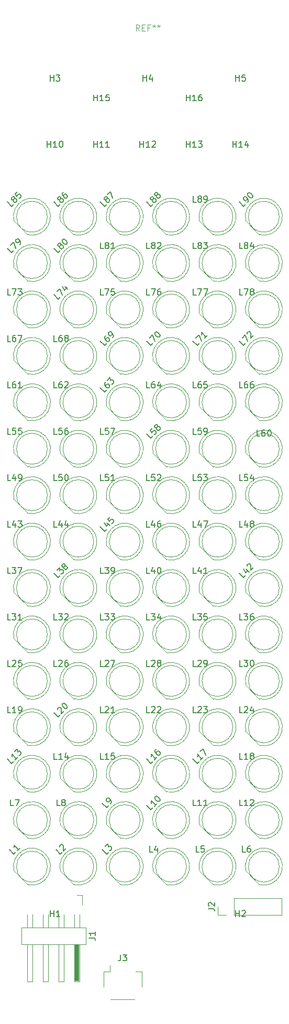
<source format=gto>
G04 #@! TF.GenerationSoftware,KiCad,Pcbnew,7.0.6-7.0.6~ubuntu22.04.1*
G04 #@! TF.CreationDate,2023-08-02T18:38:57+01:00*
G04 #@! TF.ProjectId,working,776f726b-696e-4672-9e6b-696361645f70,rev?*
G04 #@! TF.SameCoordinates,Original*
G04 #@! TF.FileFunction,Legend,Top*
G04 #@! TF.FilePolarity,Positive*
%FSLAX46Y46*%
G04 Gerber Fmt 4.6, Leading zero omitted, Abs format (unit mm)*
G04 Created by KiCad (PCBNEW 7.0.6-7.0.6~ubuntu22.04.1) date 2023-08-02 18:38:57*
%MOMM*%
%LPD*%
G01*
G04 APERTURE LIST*
%ADD10C,0.150000*%
%ADD11C,0.100000*%
%ADD12C,0.120000*%
%ADD13R,0.760000X6.000000*%
G04 APERTURE END LIST*
D10*
X-14151080Y39555993D02*
X-14487797Y39219276D01*
X-14487797Y39219276D02*
X-15194904Y39926382D01*
X-14689828Y40431459D02*
X-14218423Y40902863D01*
X-14218423Y40902863D02*
X-13814362Y39892711D01*
X-13410301Y41239581D02*
X-12938896Y40768176D01*
X-13848034Y41340596D02*
X-13511316Y40667161D01*
X-13511316Y40667161D02*
X-13073583Y41104894D01*
X8348919Y-35444006D02*
X8012202Y-35780723D01*
X8012202Y-35780723D02*
X7305095Y-35073617D01*
X8955011Y-34837914D02*
X8550950Y-35241975D01*
X8752981Y-35039945D02*
X8045874Y-34332838D01*
X8045874Y-34332838D02*
X8079546Y-34501197D01*
X8079546Y-34501197D02*
X8079546Y-34635884D01*
X8079546Y-34635884D02*
X8045874Y-34736899D01*
X8483607Y-33895105D02*
X8955011Y-33423701D01*
X8955011Y-33423701D02*
X9359072Y-34433853D01*
X848919Y54555993D02*
X512202Y54219276D01*
X512202Y54219276D02*
X-194904Y54926382D01*
X781576Y55296772D02*
X680561Y55263100D01*
X680561Y55263100D02*
X613217Y55263100D01*
X613217Y55263100D02*
X512202Y55296772D01*
X512202Y55296772D02*
X478530Y55330444D01*
X478530Y55330444D02*
X444859Y55431459D01*
X444859Y55431459D02*
X444859Y55498802D01*
X444859Y55498802D02*
X478530Y55599818D01*
X478530Y55599818D02*
X613217Y55734505D01*
X613217Y55734505D02*
X714233Y55768176D01*
X714233Y55768176D02*
X781576Y55768176D01*
X781576Y55768176D02*
X882591Y55734505D01*
X882591Y55734505D02*
X916263Y55700833D01*
X916263Y55700833D02*
X949935Y55599818D01*
X949935Y55599818D02*
X949935Y55532474D01*
X949935Y55532474D02*
X916263Y55431459D01*
X916263Y55431459D02*
X781576Y55296772D01*
X781576Y55296772D02*
X747904Y55195757D01*
X747904Y55195757D02*
X747904Y55128413D01*
X747904Y55128413D02*
X781576Y55027398D01*
X781576Y55027398D02*
X916263Y54892711D01*
X916263Y54892711D02*
X1017278Y54859039D01*
X1017278Y54859039D02*
X1084622Y54859039D01*
X1084622Y54859039D02*
X1185637Y54892711D01*
X1185637Y54892711D02*
X1320324Y55027398D01*
X1320324Y55027398D02*
X1353996Y55128413D01*
X1353996Y55128413D02*
X1353996Y55195757D01*
X1353996Y55195757D02*
X1320324Y55296772D01*
X1320324Y55296772D02*
X1185637Y55431459D01*
X1185637Y55431459D02*
X1084622Y55465131D01*
X1084622Y55465131D02*
X1017278Y55465131D01*
X1017278Y55465131D02*
X916263Y55431459D01*
X1455011Y55970207D02*
X1353996Y55936535D01*
X1353996Y55936535D02*
X1286652Y55936535D01*
X1286652Y55936535D02*
X1185637Y55970207D01*
X1185637Y55970207D02*
X1151965Y56003879D01*
X1151965Y56003879D02*
X1118294Y56104894D01*
X1118294Y56104894D02*
X1118294Y56172237D01*
X1118294Y56172237D02*
X1151965Y56273253D01*
X1151965Y56273253D02*
X1286652Y56407940D01*
X1286652Y56407940D02*
X1387668Y56441611D01*
X1387668Y56441611D02*
X1455011Y56441611D01*
X1455011Y56441611D02*
X1556026Y56407940D01*
X1556026Y56407940D02*
X1589698Y56374268D01*
X1589698Y56374268D02*
X1623370Y56273253D01*
X1623370Y56273253D02*
X1623370Y56205909D01*
X1623370Y56205909D02*
X1589698Y56104894D01*
X1589698Y56104894D02*
X1455011Y55970207D01*
X1455011Y55970207D02*
X1421339Y55869192D01*
X1421339Y55869192D02*
X1421339Y55801848D01*
X1421339Y55801848D02*
X1455011Y55700833D01*
X1455011Y55700833D02*
X1589698Y55566146D01*
X1589698Y55566146D02*
X1690713Y55532474D01*
X1690713Y55532474D02*
X1758057Y55532474D01*
X1758057Y55532474D02*
X1859072Y55566146D01*
X1859072Y55566146D02*
X1993759Y55700833D01*
X1993759Y55700833D02*
X2027431Y55801848D01*
X2027431Y55801848D02*
X2027431Y55869192D01*
X2027431Y55869192D02*
X1993759Y55970207D01*
X1993759Y55970207D02*
X1859072Y56104894D01*
X1859072Y56104894D02*
X1758057Y56138566D01*
X1758057Y56138566D02*
X1690713Y56138566D01*
X1690713Y56138566D02*
X1589698Y56104894D01*
X15848919Y54555993D02*
X15512202Y54219276D01*
X15512202Y54219276D02*
X14805095Y54926382D01*
X16118294Y54825367D02*
X16252981Y54960054D01*
X16252981Y54960054D02*
X16286652Y55061070D01*
X16286652Y55061070D02*
X16286652Y55128413D01*
X16286652Y55128413D02*
X16252981Y55296772D01*
X16252981Y55296772D02*
X16151965Y55465131D01*
X16151965Y55465131D02*
X15882591Y55734505D01*
X15882591Y55734505D02*
X15781576Y55768176D01*
X15781576Y55768176D02*
X15714233Y55768176D01*
X15714233Y55768176D02*
X15613217Y55734505D01*
X15613217Y55734505D02*
X15478530Y55599818D01*
X15478530Y55599818D02*
X15444859Y55498802D01*
X15444859Y55498802D02*
X15444859Y55431459D01*
X15444859Y55431459D02*
X15478530Y55330444D01*
X15478530Y55330444D02*
X15646889Y55162085D01*
X15646889Y55162085D02*
X15747904Y55128413D01*
X15747904Y55128413D02*
X15815248Y55128413D01*
X15815248Y55128413D02*
X15916263Y55162085D01*
X15916263Y55162085D02*
X16050950Y55296772D01*
X16050950Y55296772D02*
X16084622Y55397787D01*
X16084622Y55397787D02*
X16084622Y55465131D01*
X16084622Y55465131D02*
X16050950Y55566146D01*
X16185637Y56306924D02*
X16252981Y56374268D01*
X16252981Y56374268D02*
X16353996Y56407940D01*
X16353996Y56407940D02*
X16421339Y56407940D01*
X16421339Y56407940D02*
X16522355Y56374268D01*
X16522355Y56374268D02*
X16690713Y56273253D01*
X16690713Y56273253D02*
X16859072Y56104894D01*
X16859072Y56104894D02*
X16960087Y55936535D01*
X16960087Y55936535D02*
X16993759Y55835520D01*
X16993759Y55835520D02*
X16993759Y55768176D01*
X16993759Y55768176D02*
X16960087Y55667161D01*
X16960087Y55667161D02*
X16892744Y55599818D01*
X16892744Y55599818D02*
X16791729Y55566146D01*
X16791729Y55566146D02*
X16724385Y55566146D01*
X16724385Y55566146D02*
X16623370Y55599818D01*
X16623370Y55599818D02*
X16455011Y55700833D01*
X16455011Y55700833D02*
X16286652Y55869192D01*
X16286652Y55869192D02*
X16185637Y56037550D01*
X16185637Y56037550D02*
X16151965Y56138566D01*
X16151965Y56138566D02*
X16151965Y56205909D01*
X16151965Y56205909D02*
X16185637Y56306924D01*
X848919Y-42944006D02*
X512202Y-43280723D01*
X512202Y-43280723D02*
X-194904Y-42573617D01*
X1455011Y-42337914D02*
X1050950Y-42741975D01*
X1252981Y-42539945D02*
X545874Y-41832838D01*
X545874Y-41832838D02*
X579546Y-42001197D01*
X579546Y-42001197D02*
X579546Y-42135884D01*
X579546Y-42135884D02*
X545874Y-42236899D01*
X1185637Y-41193075D02*
X1252981Y-41125731D01*
X1252981Y-41125731D02*
X1353996Y-41092059D01*
X1353996Y-41092059D02*
X1421339Y-41092059D01*
X1421339Y-41092059D02*
X1522355Y-41125731D01*
X1522355Y-41125731D02*
X1690713Y-41226746D01*
X1690713Y-41226746D02*
X1859072Y-41395105D01*
X1859072Y-41395105D02*
X1960087Y-41563464D01*
X1960087Y-41563464D02*
X1993759Y-41664479D01*
X1993759Y-41664479D02*
X1993759Y-41731823D01*
X1993759Y-41731823D02*
X1960087Y-41832838D01*
X1960087Y-41832838D02*
X1892744Y-41900181D01*
X1892744Y-41900181D02*
X1791729Y-41933853D01*
X1791729Y-41933853D02*
X1724385Y-41933853D01*
X1724385Y-41933853D02*
X1623370Y-41900181D01*
X1623370Y-41900181D02*
X1455011Y-41799166D01*
X1455011Y-41799166D02*
X1286652Y-41630807D01*
X1286652Y-41630807D02*
X1185637Y-41462449D01*
X1185637Y-41462449D02*
X1151965Y-41361433D01*
X1151965Y-41361433D02*
X1151965Y-41294090D01*
X1151965Y-41294090D02*
X1185637Y-41193075D01*
X-4373333Y-66689819D02*
X-4373333Y-67404104D01*
X-4373333Y-67404104D02*
X-4420952Y-67546961D01*
X-4420952Y-67546961D02*
X-4516190Y-67642200D01*
X-4516190Y-67642200D02*
X-4659047Y-67689819D01*
X-4659047Y-67689819D02*
X-4754285Y-67689819D01*
X-3992380Y-66689819D02*
X-3373333Y-66689819D01*
X-3373333Y-66689819D02*
X-3706666Y-67070771D01*
X-3706666Y-67070771D02*
X-3563809Y-67070771D01*
X-3563809Y-67070771D02*
X-3468571Y-67118390D01*
X-3468571Y-67118390D02*
X-3420952Y-67166009D01*
X-3420952Y-67166009D02*
X-3373333Y-67261247D01*
X-3373333Y-67261247D02*
X-3373333Y-67499342D01*
X-3373333Y-67499342D02*
X-3420952Y-67594580D01*
X-3420952Y-67594580D02*
X-3468571Y-67642200D01*
X-3468571Y-67642200D02*
X-3563809Y-67689819D01*
X-3563809Y-67689819D02*
X-3849523Y-67689819D01*
X-3849523Y-67689819D02*
X-3944761Y-67642200D01*
X-3944761Y-67642200D02*
X-3992380Y-67594580D01*
X848919Y32055993D02*
X512202Y31719276D01*
X512202Y31719276D02*
X-194904Y32426382D01*
X310171Y32931459D02*
X781576Y33402863D01*
X781576Y33402863D02*
X1185637Y32392711D01*
X1185637Y33806924D02*
X1252981Y33874268D01*
X1252981Y33874268D02*
X1353996Y33907940D01*
X1353996Y33907940D02*
X1421339Y33907940D01*
X1421339Y33907940D02*
X1522355Y33874268D01*
X1522355Y33874268D02*
X1690713Y33773253D01*
X1690713Y33773253D02*
X1859072Y33604894D01*
X1859072Y33604894D02*
X1960087Y33436535D01*
X1960087Y33436535D02*
X1993759Y33335520D01*
X1993759Y33335520D02*
X1993759Y33268176D01*
X1993759Y33268176D02*
X1960087Y33167161D01*
X1960087Y33167161D02*
X1892744Y33099818D01*
X1892744Y33099818D02*
X1791729Y33066146D01*
X1791729Y33066146D02*
X1724385Y33066146D01*
X1724385Y33066146D02*
X1623370Y33099818D01*
X1623370Y33099818D02*
X1455011Y33200833D01*
X1455011Y33200833D02*
X1286652Y33369192D01*
X1286652Y33369192D02*
X1185637Y33537550D01*
X1185637Y33537550D02*
X1151965Y33638566D01*
X1151965Y33638566D02*
X1151965Y33705909D01*
X1151965Y33705909D02*
X1185637Y33806924D01*
X-14151080Y47055993D02*
X-14487797Y46719276D01*
X-14487797Y46719276D02*
X-15194904Y47426382D01*
X-14218423Y47796772D02*
X-14319438Y47763100D01*
X-14319438Y47763100D02*
X-14386782Y47763100D01*
X-14386782Y47763100D02*
X-14487797Y47796772D01*
X-14487797Y47796772D02*
X-14521469Y47830444D01*
X-14521469Y47830444D02*
X-14555140Y47931459D01*
X-14555140Y47931459D02*
X-14555140Y47998802D01*
X-14555140Y47998802D02*
X-14521469Y48099818D01*
X-14521469Y48099818D02*
X-14386782Y48234505D01*
X-14386782Y48234505D02*
X-14285766Y48268176D01*
X-14285766Y48268176D02*
X-14218423Y48268176D01*
X-14218423Y48268176D02*
X-14117408Y48234505D01*
X-14117408Y48234505D02*
X-14083736Y48200833D01*
X-14083736Y48200833D02*
X-14050064Y48099818D01*
X-14050064Y48099818D02*
X-14050064Y48032474D01*
X-14050064Y48032474D02*
X-14083736Y47931459D01*
X-14083736Y47931459D02*
X-14218423Y47796772D01*
X-14218423Y47796772D02*
X-14252095Y47695757D01*
X-14252095Y47695757D02*
X-14252095Y47628413D01*
X-14252095Y47628413D02*
X-14218423Y47527398D01*
X-14218423Y47527398D02*
X-14083736Y47392711D01*
X-14083736Y47392711D02*
X-13982721Y47359039D01*
X-13982721Y47359039D02*
X-13915377Y47359039D01*
X-13915377Y47359039D02*
X-13814362Y47392711D01*
X-13814362Y47392711D02*
X-13679675Y47527398D01*
X-13679675Y47527398D02*
X-13646003Y47628413D01*
X-13646003Y47628413D02*
X-13646003Y47695757D01*
X-13646003Y47695757D02*
X-13679675Y47796772D01*
X-13679675Y47796772D02*
X-13814362Y47931459D01*
X-13814362Y47931459D02*
X-13915377Y47965131D01*
X-13915377Y47965131D02*
X-13982721Y47965131D01*
X-13982721Y47965131D02*
X-14083736Y47931459D01*
X-13814362Y48806924D02*
X-13747018Y48874268D01*
X-13747018Y48874268D02*
X-13646003Y48907940D01*
X-13646003Y48907940D02*
X-13578660Y48907940D01*
X-13578660Y48907940D02*
X-13477644Y48874268D01*
X-13477644Y48874268D02*
X-13309286Y48773253D01*
X-13309286Y48773253D02*
X-13140927Y48604894D01*
X-13140927Y48604894D02*
X-13039912Y48436535D01*
X-13039912Y48436535D02*
X-13006240Y48335520D01*
X-13006240Y48335520D02*
X-13006240Y48268176D01*
X-13006240Y48268176D02*
X-13039912Y48167161D01*
X-13039912Y48167161D02*
X-13107255Y48099818D01*
X-13107255Y48099818D02*
X-13208270Y48066146D01*
X-13208270Y48066146D02*
X-13275614Y48066146D01*
X-13275614Y48066146D02*
X-13376629Y48099818D01*
X-13376629Y48099818D02*
X-13544988Y48200833D01*
X-13544988Y48200833D02*
X-13713347Y48369192D01*
X-13713347Y48369192D02*
X-13814362Y48537550D01*
X-13814362Y48537550D02*
X-13848034Y48638566D01*
X-13848034Y48638566D02*
X-13848034Y48705909D01*
X-13848034Y48705909D02*
X-13814362Y48806924D01*
X-21651080Y-35444006D02*
X-21987797Y-35780723D01*
X-21987797Y-35780723D02*
X-22694904Y-35073617D01*
X-21044988Y-34837914D02*
X-21449049Y-35241975D01*
X-21247018Y-35039945D02*
X-21954125Y-34332838D01*
X-21954125Y-34332838D02*
X-21920453Y-34501197D01*
X-21920453Y-34501197D02*
X-21920453Y-34635884D01*
X-21920453Y-34635884D02*
X-21954125Y-34736899D01*
X-21516392Y-33895105D02*
X-21078660Y-33457372D01*
X-21078660Y-33457372D02*
X-21044988Y-33962449D01*
X-21044988Y-33962449D02*
X-20943973Y-33861433D01*
X-20943973Y-33861433D02*
X-20842957Y-33827762D01*
X-20842957Y-33827762D02*
X-20775614Y-33827762D01*
X-20775614Y-33827762D02*
X-20674599Y-33861433D01*
X-20674599Y-33861433D02*
X-20506240Y-34029792D01*
X-20506240Y-34029792D02*
X-20472568Y-34130807D01*
X-20472568Y-34130807D02*
X-20472568Y-34198151D01*
X-20472568Y-34198151D02*
X-20506240Y-34299166D01*
X-20506240Y-34299166D02*
X-20708270Y-34501197D01*
X-20708270Y-34501197D02*
X-20809286Y-34534868D01*
X-20809286Y-34534868D02*
X-20876629Y-34534868D01*
X-6314362Y-42607288D02*
X-6651079Y-42944006D01*
X-6651079Y-42944006D02*
X-7358186Y-42236899D01*
X-6044988Y-42337914D02*
X-5910301Y-42203227D01*
X-5910301Y-42203227D02*
X-5876629Y-42102212D01*
X-5876629Y-42102212D02*
X-5876629Y-42034868D01*
X-5876629Y-42034868D02*
X-5910301Y-41866509D01*
X-5910301Y-41866509D02*
X-6011316Y-41698151D01*
X-6011316Y-41698151D02*
X-6280690Y-41428777D01*
X-6280690Y-41428777D02*
X-6381705Y-41395105D01*
X-6381705Y-41395105D02*
X-6449049Y-41395105D01*
X-6449049Y-41395105D02*
X-6550064Y-41428777D01*
X-6550064Y-41428777D02*
X-6684751Y-41563464D01*
X-6684751Y-41563464D02*
X-6718423Y-41664479D01*
X-6718423Y-41664479D02*
X-6718423Y-41731822D01*
X-6718423Y-41731822D02*
X-6684751Y-41832838D01*
X-6684751Y-41832838D02*
X-6516392Y-42001196D01*
X-6516392Y-42001196D02*
X-6415377Y-42034868D01*
X-6415377Y-42034868D02*
X-6348033Y-42034868D01*
X-6348033Y-42034868D02*
X-6247018Y-42001196D01*
X-6247018Y-42001196D02*
X-6112331Y-41866509D01*
X-6112331Y-41866509D02*
X-6078659Y-41765494D01*
X-6078659Y-41765494D02*
X-6078659Y-41698151D01*
X-6078659Y-41698151D02*
X-6112331Y-41597135D01*
X9824819Y-59261333D02*
X10539104Y-59261333D01*
X10539104Y-59261333D02*
X10681961Y-59308952D01*
X10681961Y-59308952D02*
X10777200Y-59404190D01*
X10777200Y-59404190D02*
X10824819Y-59547047D01*
X10824819Y-59547047D02*
X10824819Y-59642285D01*
X9920057Y-58832761D02*
X9872438Y-58785142D01*
X9872438Y-58785142D02*
X9824819Y-58689904D01*
X9824819Y-58689904D02*
X9824819Y-58451809D01*
X9824819Y-58451809D02*
X9872438Y-58356571D01*
X9872438Y-58356571D02*
X9920057Y-58308952D01*
X9920057Y-58308952D02*
X10015295Y-58261333D01*
X10015295Y-58261333D02*
X10110533Y-58261333D01*
X10110533Y-58261333D02*
X10253390Y-58308952D01*
X10253390Y-58308952D02*
X10824819Y-58880380D01*
X10824819Y-58880380D02*
X10824819Y-58261333D01*
X-14151080Y54555993D02*
X-14487797Y54219276D01*
X-14487797Y54219276D02*
X-15194904Y54926382D01*
X-14218423Y55296772D02*
X-14319438Y55263100D01*
X-14319438Y55263100D02*
X-14386782Y55263100D01*
X-14386782Y55263100D02*
X-14487797Y55296772D01*
X-14487797Y55296772D02*
X-14521469Y55330444D01*
X-14521469Y55330444D02*
X-14555140Y55431459D01*
X-14555140Y55431459D02*
X-14555140Y55498802D01*
X-14555140Y55498802D02*
X-14521469Y55599818D01*
X-14521469Y55599818D02*
X-14386782Y55734505D01*
X-14386782Y55734505D02*
X-14285766Y55768176D01*
X-14285766Y55768176D02*
X-14218423Y55768176D01*
X-14218423Y55768176D02*
X-14117408Y55734505D01*
X-14117408Y55734505D02*
X-14083736Y55700833D01*
X-14083736Y55700833D02*
X-14050064Y55599818D01*
X-14050064Y55599818D02*
X-14050064Y55532474D01*
X-14050064Y55532474D02*
X-14083736Y55431459D01*
X-14083736Y55431459D02*
X-14218423Y55296772D01*
X-14218423Y55296772D02*
X-14252095Y55195757D01*
X-14252095Y55195757D02*
X-14252095Y55128413D01*
X-14252095Y55128413D02*
X-14218423Y55027398D01*
X-14218423Y55027398D02*
X-14083736Y54892711D01*
X-14083736Y54892711D02*
X-13982721Y54859039D01*
X-13982721Y54859039D02*
X-13915377Y54859039D01*
X-13915377Y54859039D02*
X-13814362Y54892711D01*
X-13814362Y54892711D02*
X-13679675Y55027398D01*
X-13679675Y55027398D02*
X-13646003Y55128413D01*
X-13646003Y55128413D02*
X-13646003Y55195757D01*
X-13646003Y55195757D02*
X-13679675Y55296772D01*
X-13679675Y55296772D02*
X-13814362Y55431459D01*
X-13814362Y55431459D02*
X-13915377Y55465131D01*
X-13915377Y55465131D02*
X-13982721Y55465131D01*
X-13982721Y55465131D02*
X-14083736Y55431459D01*
X-13646003Y56475283D02*
X-13780690Y56340596D01*
X-13780690Y56340596D02*
X-13814362Y56239581D01*
X-13814362Y56239581D02*
X-13814362Y56172237D01*
X-13814362Y56172237D02*
X-13780690Y56003879D01*
X-13780690Y56003879D02*
X-13679675Y55835520D01*
X-13679675Y55835520D02*
X-13410301Y55566146D01*
X-13410301Y55566146D02*
X-13309286Y55532474D01*
X-13309286Y55532474D02*
X-13241942Y55532474D01*
X-13241942Y55532474D02*
X-13140927Y55566146D01*
X-13140927Y55566146D02*
X-13006240Y55700833D01*
X-13006240Y55700833D02*
X-12972568Y55801848D01*
X-12972568Y55801848D02*
X-12972568Y55869192D01*
X-12972568Y55869192D02*
X-13006240Y55970207D01*
X-13006240Y55970207D02*
X-13174599Y56138566D01*
X-13174599Y56138566D02*
X-13275614Y56172237D01*
X-13275614Y56172237D02*
X-13342957Y56172237D01*
X-13342957Y56172237D02*
X-13443973Y56138566D01*
X-13443973Y56138566D02*
X-13578660Y56003879D01*
X-13578660Y56003879D02*
X-13612331Y55902863D01*
X-13612331Y55902863D02*
X-13612331Y55835520D01*
X-13612331Y55835520D02*
X-13578660Y55734505D01*
X8348919Y32055993D02*
X8012202Y31719276D01*
X8012202Y31719276D02*
X7305095Y32426382D01*
X7810171Y32931459D02*
X8281576Y33402863D01*
X8281576Y33402863D02*
X8685637Y32392711D01*
X9628446Y33335520D02*
X9224385Y32931459D01*
X9426416Y33133489D02*
X8719309Y33840596D01*
X8719309Y33840596D02*
X8752981Y33672237D01*
X8752981Y33672237D02*
X8752981Y33537550D01*
X8752981Y33537550D02*
X8719309Y33436535D01*
X-6651080Y32055993D02*
X-6987797Y31719276D01*
X-6987797Y31719276D02*
X-7694904Y32426382D01*
X-6819438Y33301848D02*
X-6954125Y33167161D01*
X-6954125Y33167161D02*
X-6987797Y33066146D01*
X-6987797Y33066146D02*
X-6987797Y32998802D01*
X-6987797Y32998802D02*
X-6954125Y32830444D01*
X-6954125Y32830444D02*
X-6853110Y32662085D01*
X-6853110Y32662085D02*
X-6583736Y32392711D01*
X-6583736Y32392711D02*
X-6482721Y32359039D01*
X-6482721Y32359039D02*
X-6415377Y32359039D01*
X-6415377Y32359039D02*
X-6314362Y32392711D01*
X-6314362Y32392711D02*
X-6179675Y32527398D01*
X-6179675Y32527398D02*
X-6146003Y32628413D01*
X-6146003Y32628413D02*
X-6146003Y32695757D01*
X-6146003Y32695757D02*
X-6179675Y32796772D01*
X-6179675Y32796772D02*
X-6348034Y32965131D01*
X-6348034Y32965131D02*
X-6449049Y32998802D01*
X-6449049Y32998802D02*
X-6516392Y32998802D01*
X-6516392Y32998802D02*
X-6617408Y32965131D01*
X-6617408Y32965131D02*
X-6752095Y32830444D01*
X-6752095Y32830444D02*
X-6785766Y32729428D01*
X-6785766Y32729428D02*
X-6785766Y32662085D01*
X-6785766Y32662085D02*
X-6752095Y32561070D01*
X-5708270Y32998802D02*
X-5573583Y33133489D01*
X-5573583Y33133489D02*
X-5539912Y33234505D01*
X-5539912Y33234505D02*
X-5539912Y33301848D01*
X-5539912Y33301848D02*
X-5573583Y33470207D01*
X-5573583Y33470207D02*
X-5674599Y33638566D01*
X-5674599Y33638566D02*
X-5943973Y33907940D01*
X-5943973Y33907940D02*
X-6044988Y33941611D01*
X-6044988Y33941611D02*
X-6112331Y33941611D01*
X-6112331Y33941611D02*
X-6213347Y33907940D01*
X-6213347Y33907940D02*
X-6348034Y33773253D01*
X-6348034Y33773253D02*
X-6381705Y33672237D01*
X-6381705Y33672237D02*
X-6381705Y33604894D01*
X-6381705Y33604894D02*
X-6348034Y33503879D01*
X-6348034Y33503879D02*
X-6179675Y33335520D01*
X-6179675Y33335520D02*
X-6078660Y33301848D01*
X-6078660Y33301848D02*
X-6011316Y33301848D01*
X-6011316Y33301848D02*
X-5910301Y33335520D01*
X-5910301Y33335520D02*
X-5775614Y33470207D01*
X-5775614Y33470207D02*
X-5741942Y33571222D01*
X-5741942Y33571222D02*
X-5741942Y33638566D01*
X-5741942Y33638566D02*
X-5775614Y33739581D01*
X15848919Y32055993D02*
X15512202Y31719276D01*
X15512202Y31719276D02*
X14805095Y32426382D01*
X15310171Y32931459D02*
X15781576Y33402863D01*
X15781576Y33402863D02*
X16185637Y32392711D01*
X16084622Y33571222D02*
X16084622Y33638566D01*
X16084622Y33638566D02*
X16118294Y33739581D01*
X16118294Y33739581D02*
X16286652Y33907940D01*
X16286652Y33907940D02*
X16387668Y33941611D01*
X16387668Y33941611D02*
X16455011Y33941611D01*
X16455011Y33941611D02*
X16556026Y33907940D01*
X16556026Y33907940D02*
X16623370Y33840596D01*
X16623370Y33840596D02*
X16690713Y33705909D01*
X16690713Y33705909D02*
X16690713Y32897787D01*
X16690713Y32897787D02*
X17128446Y33335520D01*
X-6651080Y24555993D02*
X-6987797Y24219276D01*
X-6987797Y24219276D02*
X-7694904Y24926382D01*
X-6819438Y25801848D02*
X-6954125Y25667161D01*
X-6954125Y25667161D02*
X-6987797Y25566146D01*
X-6987797Y25566146D02*
X-6987797Y25498802D01*
X-6987797Y25498802D02*
X-6954125Y25330444D01*
X-6954125Y25330444D02*
X-6853110Y25162085D01*
X-6853110Y25162085D02*
X-6583736Y24892711D01*
X-6583736Y24892711D02*
X-6482721Y24859039D01*
X-6482721Y24859039D02*
X-6415377Y24859039D01*
X-6415377Y24859039D02*
X-6314362Y24892711D01*
X-6314362Y24892711D02*
X-6179675Y25027398D01*
X-6179675Y25027398D02*
X-6146003Y25128413D01*
X-6146003Y25128413D02*
X-6146003Y25195757D01*
X-6146003Y25195757D02*
X-6179675Y25296772D01*
X-6179675Y25296772D02*
X-6348034Y25465131D01*
X-6348034Y25465131D02*
X-6449049Y25498802D01*
X-6449049Y25498802D02*
X-6516392Y25498802D01*
X-6516392Y25498802D02*
X-6617408Y25465131D01*
X-6617408Y25465131D02*
X-6752095Y25330444D01*
X-6752095Y25330444D02*
X-6785766Y25229428D01*
X-6785766Y25229428D02*
X-6785766Y25162085D01*
X-6785766Y25162085D02*
X-6752095Y25061070D01*
X-6516392Y26104894D02*
X-6078660Y26542627D01*
X-6078660Y26542627D02*
X-6044988Y26037550D01*
X-6044988Y26037550D02*
X-5943973Y26138566D01*
X-5943973Y26138566D02*
X-5842957Y26172237D01*
X-5842957Y26172237D02*
X-5775614Y26172237D01*
X-5775614Y26172237D02*
X-5674599Y26138566D01*
X-5674599Y26138566D02*
X-5506240Y25970207D01*
X-5506240Y25970207D02*
X-5472568Y25869192D01*
X-5472568Y25869192D02*
X-5472568Y25801848D01*
X-5472568Y25801848D02*
X-5506240Y25700833D01*
X-5506240Y25700833D02*
X-5708270Y25498802D01*
X-5708270Y25498802D02*
X-5809286Y25465131D01*
X-5809286Y25465131D02*
X-5876629Y25465131D01*
X-14151080Y-27944006D02*
X-14487797Y-28280723D01*
X-14487797Y-28280723D02*
X-15194904Y-27573617D01*
X-14588812Y-27102212D02*
X-14588812Y-27034868D01*
X-14588812Y-27034868D02*
X-14555140Y-26933853D01*
X-14555140Y-26933853D02*
X-14386782Y-26765494D01*
X-14386782Y-26765494D02*
X-14285766Y-26731823D01*
X-14285766Y-26731823D02*
X-14218423Y-26731823D01*
X-14218423Y-26731823D02*
X-14117408Y-26765494D01*
X-14117408Y-26765494D02*
X-14050064Y-26832838D01*
X-14050064Y-26832838D02*
X-13982721Y-26967525D01*
X-13982721Y-26967525D02*
X-13982721Y-27775647D01*
X-13982721Y-27775647D02*
X-13544988Y-27337914D01*
X-13814362Y-26193075D02*
X-13747018Y-26125731D01*
X-13747018Y-26125731D02*
X-13646003Y-26092059D01*
X-13646003Y-26092059D02*
X-13578660Y-26092059D01*
X-13578660Y-26092059D02*
X-13477644Y-26125731D01*
X-13477644Y-26125731D02*
X-13309286Y-26226746D01*
X-13309286Y-26226746D02*
X-13140927Y-26395105D01*
X-13140927Y-26395105D02*
X-13039912Y-26563464D01*
X-13039912Y-26563464D02*
X-13006240Y-26664479D01*
X-13006240Y-26664479D02*
X-13006240Y-26731823D01*
X-13006240Y-26731823D02*
X-13039912Y-26832838D01*
X-13039912Y-26832838D02*
X-13107255Y-26900181D01*
X-13107255Y-26900181D02*
X-13208270Y-26933853D01*
X-13208270Y-26933853D02*
X-13275614Y-26933853D01*
X-13275614Y-26933853D02*
X-13376629Y-26900181D01*
X-13376629Y-26900181D02*
X-13544988Y-26799166D01*
X-13544988Y-26799166D02*
X-13713347Y-26630807D01*
X-13713347Y-26630807D02*
X-13814362Y-26462449D01*
X-13814362Y-26462449D02*
X-13848034Y-26361433D01*
X-13848034Y-26361433D02*
X-13848034Y-26294090D01*
X-13848034Y-26294090D02*
X-13814362Y-26193075D01*
X-6651080Y54555993D02*
X-6987797Y54219276D01*
X-6987797Y54219276D02*
X-7694904Y54926382D01*
X-6718423Y55296772D02*
X-6819438Y55263100D01*
X-6819438Y55263100D02*
X-6886782Y55263100D01*
X-6886782Y55263100D02*
X-6987797Y55296772D01*
X-6987797Y55296772D02*
X-7021469Y55330444D01*
X-7021469Y55330444D02*
X-7055140Y55431459D01*
X-7055140Y55431459D02*
X-7055140Y55498802D01*
X-7055140Y55498802D02*
X-7021469Y55599818D01*
X-7021469Y55599818D02*
X-6886782Y55734505D01*
X-6886782Y55734505D02*
X-6785766Y55768176D01*
X-6785766Y55768176D02*
X-6718423Y55768176D01*
X-6718423Y55768176D02*
X-6617408Y55734505D01*
X-6617408Y55734505D02*
X-6583736Y55700833D01*
X-6583736Y55700833D02*
X-6550064Y55599818D01*
X-6550064Y55599818D02*
X-6550064Y55532474D01*
X-6550064Y55532474D02*
X-6583736Y55431459D01*
X-6583736Y55431459D02*
X-6718423Y55296772D01*
X-6718423Y55296772D02*
X-6752095Y55195757D01*
X-6752095Y55195757D02*
X-6752095Y55128413D01*
X-6752095Y55128413D02*
X-6718423Y55027398D01*
X-6718423Y55027398D02*
X-6583736Y54892711D01*
X-6583736Y54892711D02*
X-6482721Y54859039D01*
X-6482721Y54859039D02*
X-6415377Y54859039D01*
X-6415377Y54859039D02*
X-6314362Y54892711D01*
X-6314362Y54892711D02*
X-6179675Y55027398D01*
X-6179675Y55027398D02*
X-6146003Y55128413D01*
X-6146003Y55128413D02*
X-6146003Y55195757D01*
X-6146003Y55195757D02*
X-6179675Y55296772D01*
X-6179675Y55296772D02*
X-6314362Y55431459D01*
X-6314362Y55431459D02*
X-6415377Y55465131D01*
X-6415377Y55465131D02*
X-6482721Y55465131D01*
X-6482721Y55465131D02*
X-6583736Y55431459D01*
X-6516392Y56104894D02*
X-6044988Y56576298D01*
X-6044988Y56576298D02*
X-5640927Y55566146D01*
X6261905Y63745180D02*
X6261905Y64745180D01*
X6261905Y64268990D02*
X6833333Y64268990D01*
X6833333Y63745180D02*
X6833333Y64745180D01*
X7833333Y63745180D02*
X7261905Y63745180D01*
X7547619Y63745180D02*
X7547619Y64745180D01*
X7547619Y64745180D02*
X7452381Y64602323D01*
X7452381Y64602323D02*
X7357143Y64507085D01*
X7357143Y64507085D02*
X7261905Y64459466D01*
X8166667Y64745180D02*
X8785714Y64745180D01*
X8785714Y64745180D02*
X8452381Y64364228D01*
X8452381Y64364228D02*
X8595238Y64364228D01*
X8595238Y64364228D02*
X8690476Y64316609D01*
X8690476Y64316609D02*
X8738095Y64268990D01*
X8738095Y64268990D02*
X8785714Y64173752D01*
X8785714Y64173752D02*
X8785714Y63935657D01*
X8785714Y63935657D02*
X8738095Y63840419D01*
X8738095Y63840419D02*
X8690476Y63792800D01*
X8690476Y63792800D02*
X8595238Y63745180D01*
X8595238Y63745180D02*
X8309524Y63745180D01*
X8309524Y63745180D02*
X8214286Y63792800D01*
X8214286Y63792800D02*
X8166667Y63840419D01*
X848919Y17055993D02*
X512202Y16719276D01*
X512202Y16719276D02*
X-194904Y17426382D01*
X714233Y18335520D02*
X377515Y17998802D01*
X377515Y17998802D02*
X680561Y17628413D01*
X680561Y17628413D02*
X680561Y17695757D01*
X680561Y17695757D02*
X714233Y17796772D01*
X714233Y17796772D02*
X882591Y17965131D01*
X882591Y17965131D02*
X983607Y17998802D01*
X983607Y17998802D02*
X1050950Y17998802D01*
X1050950Y17998802D02*
X1151965Y17965131D01*
X1151965Y17965131D02*
X1320324Y17796772D01*
X1320324Y17796772D02*
X1353996Y17695757D01*
X1353996Y17695757D02*
X1353996Y17628413D01*
X1353996Y17628413D02*
X1320324Y17527398D01*
X1320324Y17527398D02*
X1151965Y17359039D01*
X1151965Y17359039D02*
X1050950Y17325367D01*
X1050950Y17325367D02*
X983607Y17325367D01*
X1455011Y18470207D02*
X1353996Y18436535D01*
X1353996Y18436535D02*
X1286652Y18436535D01*
X1286652Y18436535D02*
X1185637Y18470207D01*
X1185637Y18470207D02*
X1151965Y18503879D01*
X1151965Y18503879D02*
X1118294Y18604894D01*
X1118294Y18604894D02*
X1118294Y18672237D01*
X1118294Y18672237D02*
X1151965Y18773253D01*
X1151965Y18773253D02*
X1286652Y18907940D01*
X1286652Y18907940D02*
X1387668Y18941611D01*
X1387668Y18941611D02*
X1455011Y18941611D01*
X1455011Y18941611D02*
X1556026Y18907940D01*
X1556026Y18907940D02*
X1589698Y18874268D01*
X1589698Y18874268D02*
X1623370Y18773253D01*
X1623370Y18773253D02*
X1623370Y18705909D01*
X1623370Y18705909D02*
X1589698Y18604894D01*
X1589698Y18604894D02*
X1455011Y18470207D01*
X1455011Y18470207D02*
X1421339Y18369192D01*
X1421339Y18369192D02*
X1421339Y18301848D01*
X1421339Y18301848D02*
X1455011Y18200833D01*
X1455011Y18200833D02*
X1589698Y18066146D01*
X1589698Y18066146D02*
X1690713Y18032474D01*
X1690713Y18032474D02*
X1758057Y18032474D01*
X1758057Y18032474D02*
X1859072Y18066146D01*
X1859072Y18066146D02*
X1993759Y18200833D01*
X1993759Y18200833D02*
X2027431Y18301848D01*
X2027431Y18301848D02*
X2027431Y18369192D01*
X2027431Y18369192D02*
X1993759Y18470207D01*
X1993759Y18470207D02*
X1859072Y18604894D01*
X1859072Y18604894D02*
X1758057Y18638566D01*
X1758057Y18638566D02*
X1690713Y18638566D01*
X1690713Y18638566D02*
X1589698Y18604894D01*
X15848919Y-5444006D02*
X15512202Y-5780723D01*
X15512202Y-5780723D02*
X14805095Y-5073617D01*
X15916263Y-4433853D02*
X16387668Y-4905258D01*
X15478530Y-4332838D02*
X15815248Y-5006273D01*
X15815248Y-5006273D02*
X16252981Y-4568540D01*
X16084622Y-3928777D02*
X16084622Y-3861433D01*
X16084622Y-3861433D02*
X16118294Y-3760418D01*
X16118294Y-3760418D02*
X16286652Y-3592059D01*
X16286652Y-3592059D02*
X16387668Y-3558388D01*
X16387668Y-3558388D02*
X16455011Y-3558388D01*
X16455011Y-3558388D02*
X16556026Y-3592059D01*
X16556026Y-3592059D02*
X16623370Y-3659403D01*
X16623370Y-3659403D02*
X16690713Y-3794090D01*
X16690713Y-3794090D02*
X16690713Y-4602212D01*
X16690713Y-4602212D02*
X17128446Y-4164479D01*
X848919Y-35444006D02*
X512202Y-35780723D01*
X512202Y-35780723D02*
X-194904Y-35073617D01*
X1455011Y-34837914D02*
X1050950Y-35241975D01*
X1252981Y-35039945D02*
X545874Y-34332838D01*
X545874Y-34332838D02*
X579546Y-34501197D01*
X579546Y-34501197D02*
X579546Y-34635884D01*
X579546Y-34635884D02*
X545874Y-34736899D01*
X1353996Y-33524716D02*
X1219309Y-33659403D01*
X1219309Y-33659403D02*
X1185637Y-33760418D01*
X1185637Y-33760418D02*
X1185637Y-33827762D01*
X1185637Y-33827762D02*
X1219309Y-33996120D01*
X1219309Y-33996120D02*
X1320324Y-34164479D01*
X1320324Y-34164479D02*
X1589698Y-34433853D01*
X1589698Y-34433853D02*
X1690713Y-34467525D01*
X1690713Y-34467525D02*
X1758057Y-34467525D01*
X1758057Y-34467525D02*
X1859072Y-34433853D01*
X1859072Y-34433853D02*
X1993759Y-34299166D01*
X1993759Y-34299166D02*
X2027431Y-34198151D01*
X2027431Y-34198151D02*
X2027431Y-34130807D01*
X2027431Y-34130807D02*
X1993759Y-34029792D01*
X1993759Y-34029792D02*
X1825400Y-33861433D01*
X1825400Y-33861433D02*
X1724385Y-33827762D01*
X1724385Y-33827762D02*
X1657042Y-33827762D01*
X1657042Y-33827762D02*
X1556026Y-33861433D01*
X1556026Y-33861433D02*
X1421339Y-33996120D01*
X1421339Y-33996120D02*
X1387668Y-34097136D01*
X1387668Y-34097136D02*
X1387668Y-34164479D01*
X1387668Y-34164479D02*
X1421339Y-34265494D01*
X-21651080Y47055993D02*
X-21987797Y46719276D01*
X-21987797Y46719276D02*
X-22694904Y47426382D01*
X-22189828Y47931459D02*
X-21718423Y48402863D01*
X-21718423Y48402863D02*
X-21314362Y47392711D01*
X-20708270Y47998802D02*
X-20573583Y48133489D01*
X-20573583Y48133489D02*
X-20539912Y48234505D01*
X-20539912Y48234505D02*
X-20539912Y48301848D01*
X-20539912Y48301848D02*
X-20573583Y48470207D01*
X-20573583Y48470207D02*
X-20674599Y48638566D01*
X-20674599Y48638566D02*
X-20943973Y48907940D01*
X-20943973Y48907940D02*
X-21044988Y48941611D01*
X-21044988Y48941611D02*
X-21112331Y48941611D01*
X-21112331Y48941611D02*
X-21213347Y48907940D01*
X-21213347Y48907940D02*
X-21348034Y48773253D01*
X-21348034Y48773253D02*
X-21381705Y48672237D01*
X-21381705Y48672237D02*
X-21381705Y48604894D01*
X-21381705Y48604894D02*
X-21348034Y48503879D01*
X-21348034Y48503879D02*
X-21179675Y48335520D01*
X-21179675Y48335520D02*
X-21078660Y48301848D01*
X-21078660Y48301848D02*
X-21011316Y48301848D01*
X-21011316Y48301848D02*
X-20910301Y48335520D01*
X-20910301Y48335520D02*
X-20775614Y48470207D01*
X-20775614Y48470207D02*
X-20741942Y48571222D01*
X-20741942Y48571222D02*
X-20741942Y48638566D01*
X-20741942Y48638566D02*
X-20775614Y48739581D01*
X-6651080Y2055993D02*
X-6987797Y1719276D01*
X-6987797Y1719276D02*
X-7694904Y2426382D01*
X-6583736Y3066146D02*
X-6112331Y2594741D01*
X-7021469Y3167161D02*
X-6684751Y2493726D01*
X-6684751Y2493726D02*
X-6247018Y2931459D01*
X-6112331Y4008955D02*
X-6449049Y3672237D01*
X-6449049Y3672237D02*
X-6146003Y3301848D01*
X-6146003Y3301848D02*
X-6146003Y3369192D01*
X-6146003Y3369192D02*
X-6112331Y3470207D01*
X-6112331Y3470207D02*
X-5943973Y3638566D01*
X-5943973Y3638566D02*
X-5842957Y3672237D01*
X-5842957Y3672237D02*
X-5775614Y3672237D01*
X-5775614Y3672237D02*
X-5674599Y3638566D01*
X-5674599Y3638566D02*
X-5506240Y3470207D01*
X-5506240Y3470207D02*
X-5472568Y3369192D01*
X-5472568Y3369192D02*
X-5472568Y3301848D01*
X-5472568Y3301848D02*
X-5506240Y3200833D01*
X-5506240Y3200833D02*
X-5674599Y3032474D01*
X-5674599Y3032474D02*
X-5775614Y2998802D01*
X-5775614Y2998802D02*
X-5842957Y2998802D01*
X-14151080Y-5444006D02*
X-14487797Y-5780723D01*
X-14487797Y-5780723D02*
X-15194904Y-5073617D01*
X-14689828Y-4568540D02*
X-14252095Y-4130807D01*
X-14252095Y-4130807D02*
X-14218423Y-4635884D01*
X-14218423Y-4635884D02*
X-14117408Y-4534868D01*
X-14117408Y-4534868D02*
X-14016392Y-4501197D01*
X-14016392Y-4501197D02*
X-13949049Y-4501197D01*
X-13949049Y-4501197D02*
X-13848034Y-4534868D01*
X-13848034Y-4534868D02*
X-13679675Y-4703227D01*
X-13679675Y-4703227D02*
X-13646003Y-4804242D01*
X-13646003Y-4804242D02*
X-13646003Y-4871586D01*
X-13646003Y-4871586D02*
X-13679675Y-4972601D01*
X-13679675Y-4972601D02*
X-13881705Y-5174632D01*
X-13881705Y-5174632D02*
X-13982721Y-5208303D01*
X-13982721Y-5208303D02*
X-14050064Y-5208303D01*
X-13544988Y-4029792D02*
X-13646003Y-4063464D01*
X-13646003Y-4063464D02*
X-13713347Y-4063464D01*
X-13713347Y-4063464D02*
X-13814362Y-4029792D01*
X-13814362Y-4029792D02*
X-13848034Y-3996120D01*
X-13848034Y-3996120D02*
X-13881705Y-3895105D01*
X-13881705Y-3895105D02*
X-13881705Y-3827762D01*
X-13881705Y-3827762D02*
X-13848034Y-3726746D01*
X-13848034Y-3726746D02*
X-13713347Y-3592059D01*
X-13713347Y-3592059D02*
X-13612331Y-3558388D01*
X-13612331Y-3558388D02*
X-13544988Y-3558388D01*
X-13544988Y-3558388D02*
X-13443973Y-3592059D01*
X-13443973Y-3592059D02*
X-13410301Y-3625731D01*
X-13410301Y-3625731D02*
X-13376629Y-3726746D01*
X-13376629Y-3726746D02*
X-13376629Y-3794090D01*
X-13376629Y-3794090D02*
X-13410301Y-3895105D01*
X-13410301Y-3895105D02*
X-13544988Y-4029792D01*
X-13544988Y-4029792D02*
X-13578660Y-4130807D01*
X-13578660Y-4130807D02*
X-13578660Y-4198151D01*
X-13578660Y-4198151D02*
X-13544988Y-4299166D01*
X-13544988Y-4299166D02*
X-13410301Y-4433853D01*
X-13410301Y-4433853D02*
X-13309286Y-4467525D01*
X-13309286Y-4467525D02*
X-13241942Y-4467525D01*
X-13241942Y-4467525D02*
X-13140927Y-4433853D01*
X-13140927Y-4433853D02*
X-13006240Y-4299166D01*
X-13006240Y-4299166D02*
X-12972568Y-4198151D01*
X-12972568Y-4198151D02*
X-12972568Y-4130807D01*
X-12972568Y-4130807D02*
X-13006240Y-4029792D01*
X-13006240Y-4029792D02*
X-13140927Y-3895105D01*
X-13140927Y-3895105D02*
X-13241942Y-3861433D01*
X-13241942Y-3861433D02*
X-13309286Y-3861433D01*
X-13309286Y-3861433D02*
X-13410301Y-3895105D01*
X14238095Y-60554819D02*
X14238095Y-59554819D01*
X14238095Y-60031009D02*
X14809523Y-60031009D01*
X14809523Y-60554819D02*
X14809523Y-59554819D01*
X15238095Y-59650057D02*
X15285714Y-59602438D01*
X15285714Y-59602438D02*
X15380952Y-59554819D01*
X15380952Y-59554819D02*
X15619047Y-59554819D01*
X15619047Y-59554819D02*
X15714285Y-59602438D01*
X15714285Y-59602438D02*
X15761904Y-59650057D01*
X15761904Y-59650057D02*
X15809523Y-59745295D01*
X15809523Y-59745295D02*
X15809523Y-59840533D01*
X15809523Y-59840533D02*
X15761904Y-59983390D01*
X15761904Y-59983390D02*
X15190476Y-60554819D01*
X15190476Y-60554819D02*
X15809523Y-60554819D01*
X-21651080Y54555993D02*
X-21987797Y54219276D01*
X-21987797Y54219276D02*
X-22694904Y54926382D01*
X-21718423Y55296772D02*
X-21819438Y55263100D01*
X-21819438Y55263100D02*
X-21886782Y55263100D01*
X-21886782Y55263100D02*
X-21987797Y55296772D01*
X-21987797Y55296772D02*
X-22021469Y55330444D01*
X-22021469Y55330444D02*
X-22055140Y55431459D01*
X-22055140Y55431459D02*
X-22055140Y55498802D01*
X-22055140Y55498802D02*
X-22021469Y55599818D01*
X-22021469Y55599818D02*
X-21886782Y55734505D01*
X-21886782Y55734505D02*
X-21785766Y55768176D01*
X-21785766Y55768176D02*
X-21718423Y55768176D01*
X-21718423Y55768176D02*
X-21617408Y55734505D01*
X-21617408Y55734505D02*
X-21583736Y55700833D01*
X-21583736Y55700833D02*
X-21550064Y55599818D01*
X-21550064Y55599818D02*
X-21550064Y55532474D01*
X-21550064Y55532474D02*
X-21583736Y55431459D01*
X-21583736Y55431459D02*
X-21718423Y55296772D01*
X-21718423Y55296772D02*
X-21752095Y55195757D01*
X-21752095Y55195757D02*
X-21752095Y55128413D01*
X-21752095Y55128413D02*
X-21718423Y55027398D01*
X-21718423Y55027398D02*
X-21583736Y54892711D01*
X-21583736Y54892711D02*
X-21482721Y54859039D01*
X-21482721Y54859039D02*
X-21415377Y54859039D01*
X-21415377Y54859039D02*
X-21314362Y54892711D01*
X-21314362Y54892711D02*
X-21179675Y55027398D01*
X-21179675Y55027398D02*
X-21146003Y55128413D01*
X-21146003Y55128413D02*
X-21146003Y55195757D01*
X-21146003Y55195757D02*
X-21179675Y55296772D01*
X-21179675Y55296772D02*
X-21314362Y55431459D01*
X-21314362Y55431459D02*
X-21415377Y55465131D01*
X-21415377Y55465131D02*
X-21482721Y55465131D01*
X-21482721Y55465131D02*
X-21583736Y55431459D01*
X-21112331Y56508955D02*
X-21449049Y56172237D01*
X-21449049Y56172237D02*
X-21146003Y55801848D01*
X-21146003Y55801848D02*
X-21146003Y55869192D01*
X-21146003Y55869192D02*
X-21112331Y55970207D01*
X-21112331Y55970207D02*
X-20943973Y56138566D01*
X-20943973Y56138566D02*
X-20842957Y56172237D01*
X-20842957Y56172237D02*
X-20775614Y56172237D01*
X-20775614Y56172237D02*
X-20674599Y56138566D01*
X-20674599Y56138566D02*
X-20506240Y55970207D01*
X-20506240Y55970207D02*
X-20472568Y55869192D01*
X-20472568Y55869192D02*
X-20472568Y55801848D01*
X-20472568Y55801848D02*
X-20506240Y55700833D01*
X-20506240Y55700833D02*
X-20674599Y55532474D01*
X-20674599Y55532474D02*
X-20775614Y55498802D01*
X-20775614Y55498802D02*
X-20842957Y55498802D01*
X-21314362Y-50107288D02*
X-21651079Y-50444006D01*
X-21651079Y-50444006D02*
X-22358186Y-49736899D01*
X-20708270Y-49501196D02*
X-21112331Y-49905257D01*
X-20910301Y-49703227D02*
X-21617407Y-48996120D01*
X-21617407Y-48996120D02*
X-21583736Y-49164479D01*
X-21583736Y-49164479D02*
X-21583736Y-49299166D01*
X-21583736Y-49299166D02*
X-21617407Y-49400181D01*
X-22160974Y24877348D02*
X-22637164Y24877348D01*
X-22637164Y24877348D02*
X-22637164Y25877348D01*
X-21399069Y25877348D02*
X-21589545Y25877348D01*
X-21589545Y25877348D02*
X-21684783Y25829729D01*
X-21684783Y25829729D02*
X-21732402Y25782110D01*
X-21732402Y25782110D02*
X-21827640Y25639253D01*
X-21827640Y25639253D02*
X-21875259Y25448777D01*
X-21875259Y25448777D02*
X-21875259Y25067825D01*
X-21875259Y25067825D02*
X-21827640Y24972587D01*
X-21827640Y24972587D02*
X-21780021Y24924968D01*
X-21780021Y24924968D02*
X-21684783Y24877348D01*
X-21684783Y24877348D02*
X-21494307Y24877348D01*
X-21494307Y24877348D02*
X-21399069Y24924968D01*
X-21399069Y24924968D02*
X-21351450Y24972587D01*
X-21351450Y24972587D02*
X-21303831Y25067825D01*
X-21303831Y25067825D02*
X-21303831Y25305920D01*
X-21303831Y25305920D02*
X-21351450Y25401158D01*
X-21351450Y25401158D02*
X-21399069Y25448777D01*
X-21399069Y25448777D02*
X-21494307Y25496396D01*
X-21494307Y25496396D02*
X-21684783Y25496396D01*
X-21684783Y25496396D02*
X-21780021Y25448777D01*
X-21780021Y25448777D02*
X-21827640Y25401158D01*
X-21827640Y25401158D02*
X-21875259Y25305920D01*
X-20351450Y24877348D02*
X-20922878Y24877348D01*
X-20637164Y24877348D02*
X-20637164Y25877348D01*
X-20637164Y25877348D02*
X-20732402Y25734491D01*
X-20732402Y25734491D02*
X-20827640Y25639253D01*
X-20827640Y25639253D02*
X-20922878Y25591634D01*
X7839025Y54877348D02*
X7362835Y54877348D01*
X7362835Y54877348D02*
X7362835Y55877348D01*
X8315216Y55448777D02*
X8219978Y55496396D01*
X8219978Y55496396D02*
X8172359Y55544015D01*
X8172359Y55544015D02*
X8124740Y55639253D01*
X8124740Y55639253D02*
X8124740Y55686872D01*
X8124740Y55686872D02*
X8172359Y55782110D01*
X8172359Y55782110D02*
X8219978Y55829729D01*
X8219978Y55829729D02*
X8315216Y55877348D01*
X8315216Y55877348D02*
X8505692Y55877348D01*
X8505692Y55877348D02*
X8600930Y55829729D01*
X8600930Y55829729D02*
X8648549Y55782110D01*
X8648549Y55782110D02*
X8696168Y55686872D01*
X8696168Y55686872D02*
X8696168Y55639253D01*
X8696168Y55639253D02*
X8648549Y55544015D01*
X8648549Y55544015D02*
X8600930Y55496396D01*
X8600930Y55496396D02*
X8505692Y55448777D01*
X8505692Y55448777D02*
X8315216Y55448777D01*
X8315216Y55448777D02*
X8219978Y55401158D01*
X8219978Y55401158D02*
X8172359Y55353539D01*
X8172359Y55353539D02*
X8124740Y55258301D01*
X8124740Y55258301D02*
X8124740Y55067825D01*
X8124740Y55067825D02*
X8172359Y54972587D01*
X8172359Y54972587D02*
X8219978Y54924968D01*
X8219978Y54924968D02*
X8315216Y54877348D01*
X8315216Y54877348D02*
X8505692Y54877348D01*
X8505692Y54877348D02*
X8600930Y54924968D01*
X8600930Y54924968D02*
X8648549Y54972587D01*
X8648549Y54972587D02*
X8696168Y55067825D01*
X8696168Y55067825D02*
X8696168Y55258301D01*
X8696168Y55258301D02*
X8648549Y55353539D01*
X8648549Y55353539D02*
X8600930Y55401158D01*
X8600930Y55401158D02*
X8505692Y55448777D01*
X9172359Y54877348D02*
X9362835Y54877348D01*
X9362835Y54877348D02*
X9458073Y54924968D01*
X9458073Y54924968D02*
X9505692Y54972587D01*
X9505692Y54972587D02*
X9600930Y55115444D01*
X9600930Y55115444D02*
X9648549Y55305920D01*
X9648549Y55305920D02*
X9648549Y55686872D01*
X9648549Y55686872D02*
X9600930Y55782110D01*
X9600930Y55782110D02*
X9553311Y55829729D01*
X9553311Y55829729D02*
X9458073Y55877348D01*
X9458073Y55877348D02*
X9267597Y55877348D01*
X9267597Y55877348D02*
X9172359Y55829729D01*
X9172359Y55829729D02*
X9124740Y55782110D01*
X9124740Y55782110D02*
X9077121Y55686872D01*
X9077121Y55686872D02*
X9077121Y55448777D01*
X9077121Y55448777D02*
X9124740Y55353539D01*
X9124740Y55353539D02*
X9172359Y55305920D01*
X9172359Y55305920D02*
X9267597Y55258301D01*
X9267597Y55258301D02*
X9458073Y55258301D01*
X9458073Y55258301D02*
X9553311Y55305920D01*
X9553311Y55305920D02*
X9600930Y55353539D01*
X9600930Y55353539D02*
X9648549Y55448777D01*
X815216Y-50122651D02*
X339026Y-50122651D01*
X339026Y-50122651D02*
X339026Y-49122651D01*
X1577121Y-49455984D02*
X1577121Y-50122651D01*
X1339026Y-49075032D02*
X1100931Y-49789317D01*
X1100931Y-49789317D02*
X1719978Y-49789317D01*
X-1238094Y63745180D02*
X-1238094Y64745180D01*
X-1238094Y64268990D02*
X-666666Y64268990D01*
X-666666Y63745180D02*
X-666666Y64745180D01*
X333333Y63745180D02*
X-238094Y63745180D01*
X47619Y63745180D02*
X47619Y64745180D01*
X47619Y64745180D02*
X-47618Y64602323D01*
X-47618Y64602323D02*
X-142856Y64507085D01*
X-142856Y64507085D02*
X-238094Y64459466D01*
X714286Y64649942D02*
X761905Y64697561D01*
X761905Y64697561D02*
X857143Y64745180D01*
X857143Y64745180D02*
X1095238Y64745180D01*
X1095238Y64745180D02*
X1190476Y64697561D01*
X1190476Y64697561D02*
X1238095Y64649942D01*
X1238095Y64649942D02*
X1285714Y64554704D01*
X1285714Y64554704D02*
X1285714Y64459466D01*
X1285714Y64459466D02*
X1238095Y64316609D01*
X1238095Y64316609D02*
X666667Y63745180D01*
X666667Y63745180D02*
X1285714Y63745180D01*
X-14660974Y9877348D02*
X-15137164Y9877348D01*
X-15137164Y9877348D02*
X-15137164Y10877348D01*
X-13851450Y10877348D02*
X-14327640Y10877348D01*
X-14327640Y10877348D02*
X-14375259Y10401158D01*
X-14375259Y10401158D02*
X-14327640Y10448777D01*
X-14327640Y10448777D02*
X-14232402Y10496396D01*
X-14232402Y10496396D02*
X-13994307Y10496396D01*
X-13994307Y10496396D02*
X-13899069Y10448777D01*
X-13899069Y10448777D02*
X-13851450Y10401158D01*
X-13851450Y10401158D02*
X-13803831Y10305920D01*
X-13803831Y10305920D02*
X-13803831Y10067825D01*
X-13803831Y10067825D02*
X-13851450Y9972587D01*
X-13851450Y9972587D02*
X-13899069Y9924968D01*
X-13899069Y9924968D02*
X-13994307Y9877348D01*
X-13994307Y9877348D02*
X-14232402Y9877348D01*
X-14232402Y9877348D02*
X-14327640Y9924968D01*
X-14327640Y9924968D02*
X-14375259Y9972587D01*
X-13184783Y10877348D02*
X-13089545Y10877348D01*
X-13089545Y10877348D02*
X-12994307Y10829729D01*
X-12994307Y10829729D02*
X-12946688Y10782110D01*
X-12946688Y10782110D02*
X-12899069Y10686872D01*
X-12899069Y10686872D02*
X-12851450Y10496396D01*
X-12851450Y10496396D02*
X-12851450Y10258301D01*
X-12851450Y10258301D02*
X-12899069Y10067825D01*
X-12899069Y10067825D02*
X-12946688Y9972587D01*
X-12946688Y9972587D02*
X-12994307Y9924968D01*
X-12994307Y9924968D02*
X-13089545Y9877348D01*
X-13089545Y9877348D02*
X-13184783Y9877348D01*
X-13184783Y9877348D02*
X-13280021Y9924968D01*
X-13280021Y9924968D02*
X-13327640Y9972587D01*
X-13327640Y9972587D02*
X-13375259Y10067825D01*
X-13375259Y10067825D02*
X-13422878Y10258301D01*
X-13422878Y10258301D02*
X-13422878Y10496396D01*
X-13422878Y10496396D02*
X-13375259Y10686872D01*
X-13375259Y10686872D02*
X-13327640Y10782110D01*
X-13327640Y10782110D02*
X-13280021Y10829729D01*
X-13280021Y10829729D02*
X-13184783Y10877348D01*
X-7160974Y39877348D02*
X-7637164Y39877348D01*
X-7637164Y39877348D02*
X-7637164Y40877348D01*
X-6922878Y40877348D02*
X-6256212Y40877348D01*
X-6256212Y40877348D02*
X-6684783Y39877348D01*
X-5399069Y40877348D02*
X-5875259Y40877348D01*
X-5875259Y40877348D02*
X-5922878Y40401158D01*
X-5922878Y40401158D02*
X-5875259Y40448777D01*
X-5875259Y40448777D02*
X-5780021Y40496396D01*
X-5780021Y40496396D02*
X-5541926Y40496396D01*
X-5541926Y40496396D02*
X-5446688Y40448777D01*
X-5446688Y40448777D02*
X-5399069Y40401158D01*
X-5399069Y40401158D02*
X-5351450Y40305920D01*
X-5351450Y40305920D02*
X-5351450Y40067825D01*
X-5351450Y40067825D02*
X-5399069Y39972587D01*
X-5399069Y39972587D02*
X-5446688Y39924968D01*
X-5446688Y39924968D02*
X-5541926Y39877348D01*
X-5541926Y39877348D02*
X-5780021Y39877348D01*
X-5780021Y39877348D02*
X-5875259Y39924968D01*
X-5875259Y39924968D02*
X-5922878Y39972587D01*
X-6314362Y-50107288D02*
X-6651079Y-50444006D01*
X-6651079Y-50444006D02*
X-7358186Y-49736899D01*
X-6853110Y-49231822D02*
X-6415377Y-48794090D01*
X-6415377Y-48794090D02*
X-6381705Y-49299166D01*
X-6381705Y-49299166D02*
X-6280690Y-49198151D01*
X-6280690Y-49198151D02*
X-6179675Y-49164479D01*
X-6179675Y-49164479D02*
X-6112331Y-49164479D01*
X-6112331Y-49164479D02*
X-6011316Y-49198151D01*
X-6011316Y-49198151D02*
X-5842957Y-49366509D01*
X-5842957Y-49366509D02*
X-5809285Y-49467525D01*
X-5809285Y-49467525D02*
X-5809285Y-49534868D01*
X-5809285Y-49534868D02*
X-5842957Y-49635883D01*
X-5842957Y-49635883D02*
X-6044988Y-49837914D01*
X-6044988Y-49837914D02*
X-6146003Y-49871586D01*
X-6146003Y-49871586D02*
X-6213346Y-49871586D01*
X14238095Y74445180D02*
X14238095Y75445180D01*
X14238095Y74968990D02*
X14809523Y74968990D01*
X14809523Y74445180D02*
X14809523Y75445180D01*
X15761904Y75445180D02*
X15285714Y75445180D01*
X15285714Y75445180D02*
X15238095Y74968990D01*
X15238095Y74968990D02*
X15285714Y75016609D01*
X15285714Y75016609D02*
X15380952Y75064228D01*
X15380952Y75064228D02*
X15619047Y75064228D01*
X15619047Y75064228D02*
X15714285Y75016609D01*
X15714285Y75016609D02*
X15761904Y74968990D01*
X15761904Y74968990D02*
X15809523Y74873752D01*
X15809523Y74873752D02*
X15809523Y74635657D01*
X15809523Y74635657D02*
X15761904Y74540419D01*
X15761904Y74540419D02*
X15714285Y74492800D01*
X15714285Y74492800D02*
X15619047Y74445180D01*
X15619047Y74445180D02*
X15380952Y74445180D01*
X15380952Y74445180D02*
X15285714Y74492800D01*
X15285714Y74492800D02*
X15238095Y74540419D01*
X339025Y39877348D02*
X-137164Y39877348D01*
X-137164Y39877348D02*
X-137164Y40877348D01*
X577121Y40877348D02*
X1243787Y40877348D01*
X1243787Y40877348D02*
X815216Y39877348D01*
X2053311Y40877348D02*
X1862835Y40877348D01*
X1862835Y40877348D02*
X1767597Y40829729D01*
X1767597Y40829729D02*
X1719978Y40782110D01*
X1719978Y40782110D02*
X1624740Y40639253D01*
X1624740Y40639253D02*
X1577121Y40448777D01*
X1577121Y40448777D02*
X1577121Y40067825D01*
X1577121Y40067825D02*
X1624740Y39972587D01*
X1624740Y39972587D02*
X1672359Y39924968D01*
X1672359Y39924968D02*
X1767597Y39877348D01*
X1767597Y39877348D02*
X1958073Y39877348D01*
X1958073Y39877348D02*
X2053311Y39924968D01*
X2053311Y39924968D02*
X2100930Y39972587D01*
X2100930Y39972587D02*
X2148549Y40067825D01*
X2148549Y40067825D02*
X2148549Y40305920D01*
X2148549Y40305920D02*
X2100930Y40401158D01*
X2100930Y40401158D02*
X2053311Y40448777D01*
X2053311Y40448777D02*
X1958073Y40496396D01*
X1958073Y40496396D02*
X1767597Y40496396D01*
X1767597Y40496396D02*
X1672359Y40448777D01*
X1672359Y40448777D02*
X1624740Y40401158D01*
X1624740Y40401158D02*
X1577121Y40305920D01*
X-7160974Y-20122651D02*
X-7637164Y-20122651D01*
X-7637164Y-20122651D02*
X-7637164Y-19122651D01*
X-6875259Y-19217889D02*
X-6827640Y-19170270D01*
X-6827640Y-19170270D02*
X-6732402Y-19122651D01*
X-6732402Y-19122651D02*
X-6494307Y-19122651D01*
X-6494307Y-19122651D02*
X-6399069Y-19170270D01*
X-6399069Y-19170270D02*
X-6351450Y-19217889D01*
X-6351450Y-19217889D02*
X-6303831Y-19313127D01*
X-6303831Y-19313127D02*
X-6303831Y-19408365D01*
X-6303831Y-19408365D02*
X-6351450Y-19551222D01*
X-6351450Y-19551222D02*
X-6922878Y-20122651D01*
X-6922878Y-20122651D02*
X-6303831Y-20122651D01*
X-5970497Y-19122651D02*
X-5303831Y-19122651D01*
X-5303831Y-19122651D02*
X-5732402Y-20122651D01*
X-21684783Y-42622651D02*
X-22160973Y-42622651D01*
X-22160973Y-42622651D02*
X-22160973Y-41622651D01*
X-21446687Y-41622651D02*
X-20780021Y-41622651D01*
X-20780021Y-41622651D02*
X-21208592Y-42622651D01*
X339025Y24877348D02*
X-137164Y24877348D01*
X-137164Y24877348D02*
X-137164Y25877348D01*
X1100930Y25877348D02*
X910454Y25877348D01*
X910454Y25877348D02*
X815216Y25829729D01*
X815216Y25829729D02*
X767597Y25782110D01*
X767597Y25782110D02*
X672359Y25639253D01*
X672359Y25639253D02*
X624740Y25448777D01*
X624740Y25448777D02*
X624740Y25067825D01*
X624740Y25067825D02*
X672359Y24972587D01*
X672359Y24972587D02*
X719978Y24924968D01*
X719978Y24924968D02*
X815216Y24877348D01*
X815216Y24877348D02*
X1005692Y24877348D01*
X1005692Y24877348D02*
X1100930Y24924968D01*
X1100930Y24924968D02*
X1148549Y24972587D01*
X1148549Y24972587D02*
X1196168Y25067825D01*
X1196168Y25067825D02*
X1196168Y25305920D01*
X1196168Y25305920D02*
X1148549Y25401158D01*
X1148549Y25401158D02*
X1100930Y25448777D01*
X1100930Y25448777D02*
X1005692Y25496396D01*
X1005692Y25496396D02*
X815216Y25496396D01*
X815216Y25496396D02*
X719978Y25448777D01*
X719978Y25448777D02*
X672359Y25401158D01*
X672359Y25401158D02*
X624740Y25305920D01*
X2053311Y25544015D02*
X2053311Y24877348D01*
X1815216Y25924968D02*
X1577121Y25210682D01*
X1577121Y25210682D02*
X2196168Y25210682D01*
X7839025Y-12622651D02*
X7362835Y-12622651D01*
X7362835Y-12622651D02*
X7362835Y-11622651D01*
X8077121Y-11622651D02*
X8696168Y-11622651D01*
X8696168Y-11622651D02*
X8362835Y-12003603D01*
X8362835Y-12003603D02*
X8505692Y-12003603D01*
X8505692Y-12003603D02*
X8600930Y-12051222D01*
X8600930Y-12051222D02*
X8648549Y-12098841D01*
X8648549Y-12098841D02*
X8696168Y-12194079D01*
X8696168Y-12194079D02*
X8696168Y-12432174D01*
X8696168Y-12432174D02*
X8648549Y-12527412D01*
X8648549Y-12527412D02*
X8600930Y-12575032D01*
X8600930Y-12575032D02*
X8505692Y-12622651D01*
X8505692Y-12622651D02*
X8219978Y-12622651D01*
X8219978Y-12622651D02*
X8124740Y-12575032D01*
X8124740Y-12575032D02*
X8077121Y-12527412D01*
X9600930Y-11622651D02*
X9124740Y-11622651D01*
X9124740Y-11622651D02*
X9077121Y-12098841D01*
X9077121Y-12098841D02*
X9124740Y-12051222D01*
X9124740Y-12051222D02*
X9219978Y-12003603D01*
X9219978Y-12003603D02*
X9458073Y-12003603D01*
X9458073Y-12003603D02*
X9553311Y-12051222D01*
X9553311Y-12051222D02*
X9600930Y-12098841D01*
X9600930Y-12098841D02*
X9648549Y-12194079D01*
X9648549Y-12194079D02*
X9648549Y-12432174D01*
X9648549Y-12432174D02*
X9600930Y-12527412D01*
X9600930Y-12527412D02*
X9553311Y-12575032D01*
X9553311Y-12575032D02*
X9458073Y-12622651D01*
X9458073Y-12622651D02*
X9219978Y-12622651D01*
X9219978Y-12622651D02*
X9124740Y-12575032D01*
X9124740Y-12575032D02*
X9077121Y-12527412D01*
X15339025Y-42622651D02*
X14862835Y-42622651D01*
X14862835Y-42622651D02*
X14862835Y-41622651D01*
X16196168Y-42622651D02*
X15624740Y-42622651D01*
X15910454Y-42622651D02*
X15910454Y-41622651D01*
X15910454Y-41622651D02*
X15815216Y-41765508D01*
X15815216Y-41765508D02*
X15719978Y-41860746D01*
X15719978Y-41860746D02*
X15624740Y-41908365D01*
X16577121Y-41717889D02*
X16624740Y-41670270D01*
X16624740Y-41670270D02*
X16719978Y-41622651D01*
X16719978Y-41622651D02*
X16958073Y-41622651D01*
X16958073Y-41622651D02*
X17053311Y-41670270D01*
X17053311Y-41670270D02*
X17100930Y-41717889D01*
X17100930Y-41717889D02*
X17148549Y-41813127D01*
X17148549Y-41813127D02*
X17148549Y-41908365D01*
X17148549Y-41908365D02*
X17100930Y-42051222D01*
X17100930Y-42051222D02*
X16529502Y-42622651D01*
X16529502Y-42622651D02*
X17148549Y-42622651D01*
X7839025Y24877348D02*
X7362835Y24877348D01*
X7362835Y24877348D02*
X7362835Y25877348D01*
X8600930Y25877348D02*
X8410454Y25877348D01*
X8410454Y25877348D02*
X8315216Y25829729D01*
X8315216Y25829729D02*
X8267597Y25782110D01*
X8267597Y25782110D02*
X8172359Y25639253D01*
X8172359Y25639253D02*
X8124740Y25448777D01*
X8124740Y25448777D02*
X8124740Y25067825D01*
X8124740Y25067825D02*
X8172359Y24972587D01*
X8172359Y24972587D02*
X8219978Y24924968D01*
X8219978Y24924968D02*
X8315216Y24877348D01*
X8315216Y24877348D02*
X8505692Y24877348D01*
X8505692Y24877348D02*
X8600930Y24924968D01*
X8600930Y24924968D02*
X8648549Y24972587D01*
X8648549Y24972587D02*
X8696168Y25067825D01*
X8696168Y25067825D02*
X8696168Y25305920D01*
X8696168Y25305920D02*
X8648549Y25401158D01*
X8648549Y25401158D02*
X8600930Y25448777D01*
X8600930Y25448777D02*
X8505692Y25496396D01*
X8505692Y25496396D02*
X8315216Y25496396D01*
X8315216Y25496396D02*
X8219978Y25448777D01*
X8219978Y25448777D02*
X8172359Y25401158D01*
X8172359Y25401158D02*
X8124740Y25305920D01*
X9600930Y25877348D02*
X9124740Y25877348D01*
X9124740Y25877348D02*
X9077121Y25401158D01*
X9077121Y25401158D02*
X9124740Y25448777D01*
X9124740Y25448777D02*
X9219978Y25496396D01*
X9219978Y25496396D02*
X9458073Y25496396D01*
X9458073Y25496396D02*
X9553311Y25448777D01*
X9553311Y25448777D02*
X9600930Y25401158D01*
X9600930Y25401158D02*
X9648549Y25305920D01*
X9648549Y25305920D02*
X9648549Y25067825D01*
X9648549Y25067825D02*
X9600930Y24972587D01*
X9600930Y24972587D02*
X9553311Y24924968D01*
X9553311Y24924968D02*
X9458073Y24877348D01*
X9458073Y24877348D02*
X9219978Y24877348D01*
X9219978Y24877348D02*
X9124740Y24924968D01*
X9124740Y24924968D02*
X9077121Y24972587D01*
X7839025Y9877348D02*
X7362835Y9877348D01*
X7362835Y9877348D02*
X7362835Y10877348D01*
X8648549Y10877348D02*
X8172359Y10877348D01*
X8172359Y10877348D02*
X8124740Y10401158D01*
X8124740Y10401158D02*
X8172359Y10448777D01*
X8172359Y10448777D02*
X8267597Y10496396D01*
X8267597Y10496396D02*
X8505692Y10496396D01*
X8505692Y10496396D02*
X8600930Y10448777D01*
X8600930Y10448777D02*
X8648549Y10401158D01*
X8648549Y10401158D02*
X8696168Y10305920D01*
X8696168Y10305920D02*
X8696168Y10067825D01*
X8696168Y10067825D02*
X8648549Y9972587D01*
X8648549Y9972587D02*
X8600930Y9924968D01*
X8600930Y9924968D02*
X8505692Y9877348D01*
X8505692Y9877348D02*
X8267597Y9877348D01*
X8267597Y9877348D02*
X8172359Y9924968D01*
X8172359Y9924968D02*
X8124740Y9972587D01*
X9029502Y10877348D02*
X9648549Y10877348D01*
X9648549Y10877348D02*
X9315216Y10496396D01*
X9315216Y10496396D02*
X9458073Y10496396D01*
X9458073Y10496396D02*
X9553311Y10448777D01*
X9553311Y10448777D02*
X9600930Y10401158D01*
X9600930Y10401158D02*
X9648549Y10305920D01*
X9648549Y10305920D02*
X9648549Y10067825D01*
X9648549Y10067825D02*
X9600930Y9972587D01*
X9600930Y9972587D02*
X9553311Y9924968D01*
X9553311Y9924968D02*
X9458073Y9877348D01*
X9458073Y9877348D02*
X9172359Y9877348D01*
X9172359Y9877348D02*
X9077121Y9924968D01*
X9077121Y9924968D02*
X9029502Y9972587D01*
X18139168Y17077206D02*
X17662978Y17077206D01*
X17662978Y17077206D02*
X17662978Y18077206D01*
X18901073Y18077206D02*
X18710597Y18077206D01*
X18710597Y18077206D02*
X18615359Y18029587D01*
X18615359Y18029587D02*
X18567740Y17981968D01*
X18567740Y17981968D02*
X18472502Y17839111D01*
X18472502Y17839111D02*
X18424883Y17648635D01*
X18424883Y17648635D02*
X18424883Y17267683D01*
X18424883Y17267683D02*
X18472502Y17172445D01*
X18472502Y17172445D02*
X18520121Y17124826D01*
X18520121Y17124826D02*
X18615359Y17077206D01*
X18615359Y17077206D02*
X18805835Y17077206D01*
X18805835Y17077206D02*
X18901073Y17124826D01*
X18901073Y17124826D02*
X18948692Y17172445D01*
X18948692Y17172445D02*
X18996311Y17267683D01*
X18996311Y17267683D02*
X18996311Y17505778D01*
X18996311Y17505778D02*
X18948692Y17601016D01*
X18948692Y17601016D02*
X18901073Y17648635D01*
X18901073Y17648635D02*
X18805835Y17696254D01*
X18805835Y17696254D02*
X18615359Y17696254D01*
X18615359Y17696254D02*
X18520121Y17648635D01*
X18520121Y17648635D02*
X18472502Y17601016D01*
X18472502Y17601016D02*
X18424883Y17505778D01*
X19615359Y18077206D02*
X19710597Y18077206D01*
X19710597Y18077206D02*
X19805835Y18029587D01*
X19805835Y18029587D02*
X19853454Y17981968D01*
X19853454Y17981968D02*
X19901073Y17886730D01*
X19901073Y17886730D02*
X19948692Y17696254D01*
X19948692Y17696254D02*
X19948692Y17458159D01*
X19948692Y17458159D02*
X19901073Y17267683D01*
X19901073Y17267683D02*
X19853454Y17172445D01*
X19853454Y17172445D02*
X19805835Y17124826D01*
X19805835Y17124826D02*
X19710597Y17077206D01*
X19710597Y17077206D02*
X19615359Y17077206D01*
X19615359Y17077206D02*
X19520121Y17124826D01*
X19520121Y17124826D02*
X19472502Y17172445D01*
X19472502Y17172445D02*
X19424883Y17267683D01*
X19424883Y17267683D02*
X19377264Y17458159D01*
X19377264Y17458159D02*
X19377264Y17696254D01*
X19377264Y17696254D02*
X19424883Y17886730D01*
X19424883Y17886730D02*
X19472502Y17981968D01*
X19472502Y17981968D02*
X19520121Y18029587D01*
X19520121Y18029587D02*
X19615359Y18077206D01*
X15339025Y39877348D02*
X14862835Y39877348D01*
X14862835Y39877348D02*
X14862835Y40877348D01*
X15577121Y40877348D02*
X16243787Y40877348D01*
X16243787Y40877348D02*
X15815216Y39877348D01*
X16767597Y40448777D02*
X16672359Y40496396D01*
X16672359Y40496396D02*
X16624740Y40544015D01*
X16624740Y40544015D02*
X16577121Y40639253D01*
X16577121Y40639253D02*
X16577121Y40686872D01*
X16577121Y40686872D02*
X16624740Y40782110D01*
X16624740Y40782110D02*
X16672359Y40829729D01*
X16672359Y40829729D02*
X16767597Y40877348D01*
X16767597Y40877348D02*
X16958073Y40877348D01*
X16958073Y40877348D02*
X17053311Y40829729D01*
X17053311Y40829729D02*
X17100930Y40782110D01*
X17100930Y40782110D02*
X17148549Y40686872D01*
X17148549Y40686872D02*
X17148549Y40639253D01*
X17148549Y40639253D02*
X17100930Y40544015D01*
X17100930Y40544015D02*
X17053311Y40496396D01*
X17053311Y40496396D02*
X16958073Y40448777D01*
X16958073Y40448777D02*
X16767597Y40448777D01*
X16767597Y40448777D02*
X16672359Y40401158D01*
X16672359Y40401158D02*
X16624740Y40353539D01*
X16624740Y40353539D02*
X16577121Y40258301D01*
X16577121Y40258301D02*
X16577121Y40067825D01*
X16577121Y40067825D02*
X16624740Y39972587D01*
X16624740Y39972587D02*
X16672359Y39924968D01*
X16672359Y39924968D02*
X16767597Y39877348D01*
X16767597Y39877348D02*
X16958073Y39877348D01*
X16958073Y39877348D02*
X17053311Y39924968D01*
X17053311Y39924968D02*
X17100930Y39972587D01*
X17100930Y39972587D02*
X17148549Y40067825D01*
X17148549Y40067825D02*
X17148549Y40258301D01*
X17148549Y40258301D02*
X17100930Y40353539D01*
X17100930Y40353539D02*
X17053311Y40401158D01*
X17053311Y40401158D02*
X16958073Y40448777D01*
X7839025Y-27622651D02*
X7362835Y-27622651D01*
X7362835Y-27622651D02*
X7362835Y-26622651D01*
X8124740Y-26717889D02*
X8172359Y-26670270D01*
X8172359Y-26670270D02*
X8267597Y-26622651D01*
X8267597Y-26622651D02*
X8505692Y-26622651D01*
X8505692Y-26622651D02*
X8600930Y-26670270D01*
X8600930Y-26670270D02*
X8648549Y-26717889D01*
X8648549Y-26717889D02*
X8696168Y-26813127D01*
X8696168Y-26813127D02*
X8696168Y-26908365D01*
X8696168Y-26908365D02*
X8648549Y-27051222D01*
X8648549Y-27051222D02*
X8077121Y-27622651D01*
X8077121Y-27622651D02*
X8696168Y-27622651D01*
X9029502Y-26622651D02*
X9648549Y-26622651D01*
X9648549Y-26622651D02*
X9315216Y-27003603D01*
X9315216Y-27003603D02*
X9458073Y-27003603D01*
X9458073Y-27003603D02*
X9553311Y-27051222D01*
X9553311Y-27051222D02*
X9600930Y-27098841D01*
X9600930Y-27098841D02*
X9648549Y-27194079D01*
X9648549Y-27194079D02*
X9648549Y-27432174D01*
X9648549Y-27432174D02*
X9600930Y-27527412D01*
X9600930Y-27527412D02*
X9553311Y-27575032D01*
X9553311Y-27575032D02*
X9458073Y-27622651D01*
X9458073Y-27622651D02*
X9172359Y-27622651D01*
X9172359Y-27622651D02*
X9077121Y-27575032D01*
X9077121Y-27575032D02*
X9029502Y-27527412D01*
X7839025Y-5122651D02*
X7362835Y-5122651D01*
X7362835Y-5122651D02*
X7362835Y-4122651D01*
X8600930Y-4455984D02*
X8600930Y-5122651D01*
X8362835Y-4075032D02*
X8124740Y-4789317D01*
X8124740Y-4789317D02*
X8743787Y-4789317D01*
X9648549Y-5122651D02*
X9077121Y-5122651D01*
X9362835Y-5122651D02*
X9362835Y-4122651D01*
X9362835Y-4122651D02*
X9267597Y-4265508D01*
X9267597Y-4265508D02*
X9172359Y-4360746D01*
X9172359Y-4360746D02*
X9077121Y-4408365D01*
X7839025Y47377348D02*
X7362835Y47377348D01*
X7362835Y47377348D02*
X7362835Y48377348D01*
X8315216Y47948777D02*
X8219978Y47996396D01*
X8219978Y47996396D02*
X8172359Y48044015D01*
X8172359Y48044015D02*
X8124740Y48139253D01*
X8124740Y48139253D02*
X8124740Y48186872D01*
X8124740Y48186872D02*
X8172359Y48282110D01*
X8172359Y48282110D02*
X8219978Y48329729D01*
X8219978Y48329729D02*
X8315216Y48377348D01*
X8315216Y48377348D02*
X8505692Y48377348D01*
X8505692Y48377348D02*
X8600930Y48329729D01*
X8600930Y48329729D02*
X8648549Y48282110D01*
X8648549Y48282110D02*
X8696168Y48186872D01*
X8696168Y48186872D02*
X8696168Y48139253D01*
X8696168Y48139253D02*
X8648549Y48044015D01*
X8648549Y48044015D02*
X8600930Y47996396D01*
X8600930Y47996396D02*
X8505692Y47948777D01*
X8505692Y47948777D02*
X8315216Y47948777D01*
X8315216Y47948777D02*
X8219978Y47901158D01*
X8219978Y47901158D02*
X8172359Y47853539D01*
X8172359Y47853539D02*
X8124740Y47758301D01*
X8124740Y47758301D02*
X8124740Y47567825D01*
X8124740Y47567825D02*
X8172359Y47472587D01*
X8172359Y47472587D02*
X8219978Y47424968D01*
X8219978Y47424968D02*
X8315216Y47377348D01*
X8315216Y47377348D02*
X8505692Y47377348D01*
X8505692Y47377348D02*
X8600930Y47424968D01*
X8600930Y47424968D02*
X8648549Y47472587D01*
X8648549Y47472587D02*
X8696168Y47567825D01*
X8696168Y47567825D02*
X8696168Y47758301D01*
X8696168Y47758301D02*
X8648549Y47853539D01*
X8648549Y47853539D02*
X8600930Y47901158D01*
X8600930Y47901158D02*
X8505692Y47948777D01*
X9029502Y48377348D02*
X9648549Y48377348D01*
X9648549Y48377348D02*
X9315216Y47996396D01*
X9315216Y47996396D02*
X9458073Y47996396D01*
X9458073Y47996396D02*
X9553311Y47948777D01*
X9553311Y47948777D02*
X9600930Y47901158D01*
X9600930Y47901158D02*
X9648549Y47805920D01*
X9648549Y47805920D02*
X9648549Y47567825D01*
X9648549Y47567825D02*
X9600930Y47472587D01*
X9600930Y47472587D02*
X9553311Y47424968D01*
X9553311Y47424968D02*
X9458073Y47377348D01*
X9458073Y47377348D02*
X9172359Y47377348D01*
X9172359Y47377348D02*
X9077121Y47424968D01*
X9077121Y47424968D02*
X9029502Y47472587D01*
X-13814362Y-50107288D02*
X-14151079Y-50444006D01*
X-14151079Y-50444006D02*
X-14858186Y-49736899D01*
X-14252094Y-49265494D02*
X-14252094Y-49198151D01*
X-14252094Y-49198151D02*
X-14218423Y-49097135D01*
X-14218423Y-49097135D02*
X-14050064Y-48928777D01*
X-14050064Y-48928777D02*
X-13949049Y-48895105D01*
X-13949049Y-48895105D02*
X-13881705Y-48895105D01*
X-13881705Y-48895105D02*
X-13780690Y-48928777D01*
X-13780690Y-48928777D02*
X-13713346Y-48996120D01*
X-13713346Y-48996120D02*
X-13646003Y-49130807D01*
X-13646003Y-49130807D02*
X-13646003Y-49938929D01*
X-13646003Y-49938929D02*
X-13208270Y-49501196D01*
X-7160974Y-35122651D02*
X-7637164Y-35122651D01*
X-7637164Y-35122651D02*
X-7637164Y-34122651D01*
X-6303831Y-35122651D02*
X-6875259Y-35122651D01*
X-6589545Y-35122651D02*
X-6589545Y-34122651D01*
X-6589545Y-34122651D02*
X-6684783Y-34265508D01*
X-6684783Y-34265508D02*
X-6780021Y-34360746D01*
X-6780021Y-34360746D02*
X-6875259Y-34408365D01*
X-5399069Y-34122651D02*
X-5875259Y-34122651D01*
X-5875259Y-34122651D02*
X-5922878Y-34598841D01*
X-5922878Y-34598841D02*
X-5875259Y-34551222D01*
X-5875259Y-34551222D02*
X-5780021Y-34503603D01*
X-5780021Y-34503603D02*
X-5541926Y-34503603D01*
X-5541926Y-34503603D02*
X-5446688Y-34551222D01*
X-5446688Y-34551222D02*
X-5399069Y-34598841D01*
X-5399069Y-34598841D02*
X-5351450Y-34694079D01*
X-5351450Y-34694079D02*
X-5351450Y-34932174D01*
X-5351450Y-34932174D02*
X-5399069Y-35027412D01*
X-5399069Y-35027412D02*
X-5446688Y-35075032D01*
X-5446688Y-35075032D02*
X-5541926Y-35122651D01*
X-5541926Y-35122651D02*
X-5780021Y-35122651D01*
X-5780021Y-35122651D02*
X-5875259Y-35075032D01*
X-5875259Y-35075032D02*
X-5922878Y-35027412D01*
X15815216Y-50122651D02*
X15339026Y-50122651D01*
X15339026Y-50122651D02*
X15339026Y-49122651D01*
X16577121Y-49122651D02*
X16386645Y-49122651D01*
X16386645Y-49122651D02*
X16291407Y-49170270D01*
X16291407Y-49170270D02*
X16243788Y-49217889D01*
X16243788Y-49217889D02*
X16148550Y-49360746D01*
X16148550Y-49360746D02*
X16100931Y-49551222D01*
X16100931Y-49551222D02*
X16100931Y-49932174D01*
X16100931Y-49932174D02*
X16148550Y-50027412D01*
X16148550Y-50027412D02*
X16196169Y-50075032D01*
X16196169Y-50075032D02*
X16291407Y-50122651D01*
X16291407Y-50122651D02*
X16481883Y-50122651D01*
X16481883Y-50122651D02*
X16577121Y-50075032D01*
X16577121Y-50075032D02*
X16624740Y-50027412D01*
X16624740Y-50027412D02*
X16672359Y-49932174D01*
X16672359Y-49932174D02*
X16672359Y-49694079D01*
X16672359Y-49694079D02*
X16624740Y-49598841D01*
X16624740Y-49598841D02*
X16577121Y-49551222D01*
X16577121Y-49551222D02*
X16481883Y-49503603D01*
X16481883Y-49503603D02*
X16291407Y-49503603D01*
X16291407Y-49503603D02*
X16196169Y-49551222D01*
X16196169Y-49551222D02*
X16148550Y-49598841D01*
X16148550Y-49598841D02*
X16100931Y-49694079D01*
X339025Y-27622651D02*
X-137164Y-27622651D01*
X-137164Y-27622651D02*
X-137164Y-26622651D01*
X624740Y-26717889D02*
X672359Y-26670270D01*
X672359Y-26670270D02*
X767597Y-26622651D01*
X767597Y-26622651D02*
X1005692Y-26622651D01*
X1005692Y-26622651D02*
X1100930Y-26670270D01*
X1100930Y-26670270D02*
X1148549Y-26717889D01*
X1148549Y-26717889D02*
X1196168Y-26813127D01*
X1196168Y-26813127D02*
X1196168Y-26908365D01*
X1196168Y-26908365D02*
X1148549Y-27051222D01*
X1148549Y-27051222D02*
X577121Y-27622651D01*
X577121Y-27622651D02*
X1196168Y-27622651D01*
X1577121Y-26717889D02*
X1624740Y-26670270D01*
X1624740Y-26670270D02*
X1719978Y-26622651D01*
X1719978Y-26622651D02*
X1958073Y-26622651D01*
X1958073Y-26622651D02*
X2053311Y-26670270D01*
X2053311Y-26670270D02*
X2100930Y-26717889D01*
X2100930Y-26717889D02*
X2148549Y-26813127D01*
X2148549Y-26813127D02*
X2148549Y-26908365D01*
X2148549Y-26908365D02*
X2100930Y-27051222D01*
X2100930Y-27051222D02*
X1529502Y-27622651D01*
X1529502Y-27622651D02*
X2148549Y-27622651D01*
X15339025Y2377348D02*
X14862835Y2377348D01*
X14862835Y2377348D02*
X14862835Y3377348D01*
X16100930Y3044015D02*
X16100930Y2377348D01*
X15862835Y3424968D02*
X15624740Y2710682D01*
X15624740Y2710682D02*
X16243787Y2710682D01*
X16767597Y2948777D02*
X16672359Y2996396D01*
X16672359Y2996396D02*
X16624740Y3044015D01*
X16624740Y3044015D02*
X16577121Y3139253D01*
X16577121Y3139253D02*
X16577121Y3186872D01*
X16577121Y3186872D02*
X16624740Y3282110D01*
X16624740Y3282110D02*
X16672359Y3329729D01*
X16672359Y3329729D02*
X16767597Y3377348D01*
X16767597Y3377348D02*
X16958073Y3377348D01*
X16958073Y3377348D02*
X17053311Y3329729D01*
X17053311Y3329729D02*
X17100930Y3282110D01*
X17100930Y3282110D02*
X17148549Y3186872D01*
X17148549Y3186872D02*
X17148549Y3139253D01*
X17148549Y3139253D02*
X17100930Y3044015D01*
X17100930Y3044015D02*
X17053311Y2996396D01*
X17053311Y2996396D02*
X16958073Y2948777D01*
X16958073Y2948777D02*
X16767597Y2948777D01*
X16767597Y2948777D02*
X16672359Y2901158D01*
X16672359Y2901158D02*
X16624740Y2853539D01*
X16624740Y2853539D02*
X16577121Y2758301D01*
X16577121Y2758301D02*
X16577121Y2567825D01*
X16577121Y2567825D02*
X16624740Y2472587D01*
X16624740Y2472587D02*
X16672359Y2424968D01*
X16672359Y2424968D02*
X16767597Y2377348D01*
X16767597Y2377348D02*
X16958073Y2377348D01*
X16958073Y2377348D02*
X17053311Y2424968D01*
X17053311Y2424968D02*
X17100930Y2472587D01*
X17100930Y2472587D02*
X17148549Y2567825D01*
X17148549Y2567825D02*
X17148549Y2758301D01*
X17148549Y2758301D02*
X17100930Y2853539D01*
X17100930Y2853539D02*
X17053311Y2901158D01*
X17053311Y2901158D02*
X16958073Y2948777D01*
X-761904Y74445180D02*
X-761904Y75445180D01*
X-761904Y74968990D02*
X-190476Y74968990D01*
X-190476Y74445180D02*
X-190476Y75445180D01*
X714285Y75111847D02*
X714285Y74445180D01*
X476190Y75492800D02*
X238095Y74778514D01*
X238095Y74778514D02*
X857142Y74778514D01*
X-22160974Y17377348D02*
X-22637164Y17377348D01*
X-22637164Y17377348D02*
X-22637164Y18377348D01*
X-21351450Y18377348D02*
X-21827640Y18377348D01*
X-21827640Y18377348D02*
X-21875259Y17901158D01*
X-21875259Y17901158D02*
X-21827640Y17948777D01*
X-21827640Y17948777D02*
X-21732402Y17996396D01*
X-21732402Y17996396D02*
X-21494307Y17996396D01*
X-21494307Y17996396D02*
X-21399069Y17948777D01*
X-21399069Y17948777D02*
X-21351450Y17901158D01*
X-21351450Y17901158D02*
X-21303831Y17805920D01*
X-21303831Y17805920D02*
X-21303831Y17567825D01*
X-21303831Y17567825D02*
X-21351450Y17472587D01*
X-21351450Y17472587D02*
X-21399069Y17424968D01*
X-21399069Y17424968D02*
X-21494307Y17377348D01*
X-21494307Y17377348D02*
X-21732402Y17377348D01*
X-21732402Y17377348D02*
X-21827640Y17424968D01*
X-21827640Y17424968D02*
X-21875259Y17472587D01*
X-20399069Y18377348D02*
X-20875259Y18377348D01*
X-20875259Y18377348D02*
X-20922878Y17901158D01*
X-20922878Y17901158D02*
X-20875259Y17948777D01*
X-20875259Y17948777D02*
X-20780021Y17996396D01*
X-20780021Y17996396D02*
X-20541926Y17996396D01*
X-20541926Y17996396D02*
X-20446688Y17948777D01*
X-20446688Y17948777D02*
X-20399069Y17901158D01*
X-20399069Y17901158D02*
X-20351450Y17805920D01*
X-20351450Y17805920D02*
X-20351450Y17567825D01*
X-20351450Y17567825D02*
X-20399069Y17472587D01*
X-20399069Y17472587D02*
X-20446688Y17424968D01*
X-20446688Y17424968D02*
X-20541926Y17377348D01*
X-20541926Y17377348D02*
X-20780021Y17377348D01*
X-20780021Y17377348D02*
X-20875259Y17424968D01*
X-20875259Y17424968D02*
X-20922878Y17472587D01*
X15339025Y24877348D02*
X14862835Y24877348D01*
X14862835Y24877348D02*
X14862835Y25877348D01*
X16100930Y25877348D02*
X15910454Y25877348D01*
X15910454Y25877348D02*
X15815216Y25829729D01*
X15815216Y25829729D02*
X15767597Y25782110D01*
X15767597Y25782110D02*
X15672359Y25639253D01*
X15672359Y25639253D02*
X15624740Y25448777D01*
X15624740Y25448777D02*
X15624740Y25067825D01*
X15624740Y25067825D02*
X15672359Y24972587D01*
X15672359Y24972587D02*
X15719978Y24924968D01*
X15719978Y24924968D02*
X15815216Y24877348D01*
X15815216Y24877348D02*
X16005692Y24877348D01*
X16005692Y24877348D02*
X16100930Y24924968D01*
X16100930Y24924968D02*
X16148549Y24972587D01*
X16148549Y24972587D02*
X16196168Y25067825D01*
X16196168Y25067825D02*
X16196168Y25305920D01*
X16196168Y25305920D02*
X16148549Y25401158D01*
X16148549Y25401158D02*
X16100930Y25448777D01*
X16100930Y25448777D02*
X16005692Y25496396D01*
X16005692Y25496396D02*
X15815216Y25496396D01*
X15815216Y25496396D02*
X15719978Y25448777D01*
X15719978Y25448777D02*
X15672359Y25401158D01*
X15672359Y25401158D02*
X15624740Y25305920D01*
X17053311Y25877348D02*
X16862835Y25877348D01*
X16862835Y25877348D02*
X16767597Y25829729D01*
X16767597Y25829729D02*
X16719978Y25782110D01*
X16719978Y25782110D02*
X16624740Y25639253D01*
X16624740Y25639253D02*
X16577121Y25448777D01*
X16577121Y25448777D02*
X16577121Y25067825D01*
X16577121Y25067825D02*
X16624740Y24972587D01*
X16624740Y24972587D02*
X16672359Y24924968D01*
X16672359Y24924968D02*
X16767597Y24877348D01*
X16767597Y24877348D02*
X16958073Y24877348D01*
X16958073Y24877348D02*
X17053311Y24924968D01*
X17053311Y24924968D02*
X17100930Y24972587D01*
X17100930Y24972587D02*
X17148549Y25067825D01*
X17148549Y25067825D02*
X17148549Y25305920D01*
X17148549Y25305920D02*
X17100930Y25401158D01*
X17100930Y25401158D02*
X17053311Y25448777D01*
X17053311Y25448777D02*
X16958073Y25496396D01*
X16958073Y25496396D02*
X16767597Y25496396D01*
X16767597Y25496396D02*
X16672359Y25448777D01*
X16672359Y25448777D02*
X16624740Y25401158D01*
X16624740Y25401158D02*
X16577121Y25305920D01*
X8315216Y-50122651D02*
X7839026Y-50122651D01*
X7839026Y-50122651D02*
X7839026Y-49122651D01*
X9124740Y-49122651D02*
X8648550Y-49122651D01*
X8648550Y-49122651D02*
X8600931Y-49598841D01*
X8600931Y-49598841D02*
X8648550Y-49551222D01*
X8648550Y-49551222D02*
X8743788Y-49503603D01*
X8743788Y-49503603D02*
X8981883Y-49503603D01*
X8981883Y-49503603D02*
X9077121Y-49551222D01*
X9077121Y-49551222D02*
X9124740Y-49598841D01*
X9124740Y-49598841D02*
X9172359Y-49694079D01*
X9172359Y-49694079D02*
X9172359Y-49932174D01*
X9172359Y-49932174D02*
X9124740Y-50027412D01*
X9124740Y-50027412D02*
X9077121Y-50075032D01*
X9077121Y-50075032D02*
X8981883Y-50122651D01*
X8981883Y-50122651D02*
X8743788Y-50122651D01*
X8743788Y-50122651D02*
X8648550Y-50075032D01*
X8648550Y-50075032D02*
X8600931Y-50027412D01*
X339025Y-12622651D02*
X-137164Y-12622651D01*
X-137164Y-12622651D02*
X-137164Y-11622651D01*
X577121Y-11622651D02*
X1196168Y-11622651D01*
X1196168Y-11622651D02*
X862835Y-12003603D01*
X862835Y-12003603D02*
X1005692Y-12003603D01*
X1005692Y-12003603D02*
X1100930Y-12051222D01*
X1100930Y-12051222D02*
X1148549Y-12098841D01*
X1148549Y-12098841D02*
X1196168Y-12194079D01*
X1196168Y-12194079D02*
X1196168Y-12432174D01*
X1196168Y-12432174D02*
X1148549Y-12527412D01*
X1148549Y-12527412D02*
X1100930Y-12575032D01*
X1100930Y-12575032D02*
X1005692Y-12622651D01*
X1005692Y-12622651D02*
X719978Y-12622651D01*
X719978Y-12622651D02*
X624740Y-12575032D01*
X624740Y-12575032D02*
X577121Y-12527412D01*
X2053311Y-11955984D02*
X2053311Y-12622651D01*
X1815216Y-11575032D02*
X1577121Y-12289317D01*
X1577121Y-12289317D02*
X2196168Y-12289317D01*
X15339025Y-20122651D02*
X14862835Y-20122651D01*
X14862835Y-20122651D02*
X14862835Y-19122651D01*
X15577121Y-19122651D02*
X16196168Y-19122651D01*
X16196168Y-19122651D02*
X15862835Y-19503603D01*
X15862835Y-19503603D02*
X16005692Y-19503603D01*
X16005692Y-19503603D02*
X16100930Y-19551222D01*
X16100930Y-19551222D02*
X16148549Y-19598841D01*
X16148549Y-19598841D02*
X16196168Y-19694079D01*
X16196168Y-19694079D02*
X16196168Y-19932174D01*
X16196168Y-19932174D02*
X16148549Y-20027412D01*
X16148549Y-20027412D02*
X16100930Y-20075032D01*
X16100930Y-20075032D02*
X16005692Y-20122651D01*
X16005692Y-20122651D02*
X15719978Y-20122651D01*
X15719978Y-20122651D02*
X15624740Y-20075032D01*
X15624740Y-20075032D02*
X15577121Y-20027412D01*
X16815216Y-19122651D02*
X16910454Y-19122651D01*
X16910454Y-19122651D02*
X17005692Y-19170270D01*
X17005692Y-19170270D02*
X17053311Y-19217889D01*
X17053311Y-19217889D02*
X17100930Y-19313127D01*
X17100930Y-19313127D02*
X17148549Y-19503603D01*
X17148549Y-19503603D02*
X17148549Y-19741698D01*
X17148549Y-19741698D02*
X17100930Y-19932174D01*
X17100930Y-19932174D02*
X17053311Y-20027412D01*
X17053311Y-20027412D02*
X17005692Y-20075032D01*
X17005692Y-20075032D02*
X16910454Y-20122651D01*
X16910454Y-20122651D02*
X16815216Y-20122651D01*
X16815216Y-20122651D02*
X16719978Y-20075032D01*
X16719978Y-20075032D02*
X16672359Y-20027412D01*
X16672359Y-20027412D02*
X16624740Y-19932174D01*
X16624740Y-19932174D02*
X16577121Y-19741698D01*
X16577121Y-19741698D02*
X16577121Y-19503603D01*
X16577121Y-19503603D02*
X16624740Y-19313127D01*
X16624740Y-19313127D02*
X16672359Y-19217889D01*
X16672359Y-19217889D02*
X16719978Y-19170270D01*
X16719978Y-19170270D02*
X16815216Y-19122651D01*
X7839025Y17377348D02*
X7362835Y17377348D01*
X7362835Y17377348D02*
X7362835Y18377348D01*
X8648549Y18377348D02*
X8172359Y18377348D01*
X8172359Y18377348D02*
X8124740Y17901158D01*
X8124740Y17901158D02*
X8172359Y17948777D01*
X8172359Y17948777D02*
X8267597Y17996396D01*
X8267597Y17996396D02*
X8505692Y17996396D01*
X8505692Y17996396D02*
X8600930Y17948777D01*
X8600930Y17948777D02*
X8648549Y17901158D01*
X8648549Y17901158D02*
X8696168Y17805920D01*
X8696168Y17805920D02*
X8696168Y17567825D01*
X8696168Y17567825D02*
X8648549Y17472587D01*
X8648549Y17472587D02*
X8600930Y17424968D01*
X8600930Y17424968D02*
X8505692Y17377348D01*
X8505692Y17377348D02*
X8267597Y17377348D01*
X8267597Y17377348D02*
X8172359Y17424968D01*
X8172359Y17424968D02*
X8124740Y17472587D01*
X9172359Y17377348D02*
X9362835Y17377348D01*
X9362835Y17377348D02*
X9458073Y17424968D01*
X9458073Y17424968D02*
X9505692Y17472587D01*
X9505692Y17472587D02*
X9600930Y17615444D01*
X9600930Y17615444D02*
X9648549Y17805920D01*
X9648549Y17805920D02*
X9648549Y18186872D01*
X9648549Y18186872D02*
X9600930Y18282110D01*
X9600930Y18282110D02*
X9553311Y18329729D01*
X9553311Y18329729D02*
X9458073Y18377348D01*
X9458073Y18377348D02*
X9267597Y18377348D01*
X9267597Y18377348D02*
X9172359Y18329729D01*
X9172359Y18329729D02*
X9124740Y18282110D01*
X9124740Y18282110D02*
X9077121Y18186872D01*
X9077121Y18186872D02*
X9077121Y17948777D01*
X9077121Y17948777D02*
X9124740Y17853539D01*
X9124740Y17853539D02*
X9172359Y17805920D01*
X9172359Y17805920D02*
X9267597Y17758301D01*
X9267597Y17758301D02*
X9458073Y17758301D01*
X9458073Y17758301D02*
X9553311Y17805920D01*
X9553311Y17805920D02*
X9600930Y17853539D01*
X9600930Y17853539D02*
X9648549Y17948777D01*
X7839025Y-42622651D02*
X7362835Y-42622651D01*
X7362835Y-42622651D02*
X7362835Y-41622651D01*
X8696168Y-42622651D02*
X8124740Y-42622651D01*
X8410454Y-42622651D02*
X8410454Y-41622651D01*
X8410454Y-41622651D02*
X8315216Y-41765508D01*
X8315216Y-41765508D02*
X8219978Y-41860746D01*
X8219978Y-41860746D02*
X8124740Y-41908365D01*
X9648549Y-42622651D02*
X9077121Y-42622651D01*
X9362835Y-42622651D02*
X9362835Y-41622651D01*
X9362835Y-41622651D02*
X9267597Y-41765508D01*
X9267597Y-41765508D02*
X9172359Y-41860746D01*
X9172359Y-41860746D02*
X9077121Y-41908365D01*
X339025Y2377348D02*
X-137164Y2377348D01*
X-137164Y2377348D02*
X-137164Y3377348D01*
X1100930Y3044015D02*
X1100930Y2377348D01*
X862835Y3424968D02*
X624740Y2710682D01*
X624740Y2710682D02*
X1243787Y2710682D01*
X2053311Y3377348D02*
X1862835Y3377348D01*
X1862835Y3377348D02*
X1767597Y3329729D01*
X1767597Y3329729D02*
X1719978Y3282110D01*
X1719978Y3282110D02*
X1624740Y3139253D01*
X1624740Y3139253D02*
X1577121Y2948777D01*
X1577121Y2948777D02*
X1577121Y2567825D01*
X1577121Y2567825D02*
X1624740Y2472587D01*
X1624740Y2472587D02*
X1672359Y2424968D01*
X1672359Y2424968D02*
X1767597Y2377348D01*
X1767597Y2377348D02*
X1958073Y2377348D01*
X1958073Y2377348D02*
X2053311Y2424968D01*
X2053311Y2424968D02*
X2100930Y2472587D01*
X2100930Y2472587D02*
X2148549Y2567825D01*
X2148549Y2567825D02*
X2148549Y2805920D01*
X2148549Y2805920D02*
X2100930Y2901158D01*
X2100930Y2901158D02*
X2053311Y2948777D01*
X2053311Y2948777D02*
X1958073Y2996396D01*
X1958073Y2996396D02*
X1767597Y2996396D01*
X1767597Y2996396D02*
X1672359Y2948777D01*
X1672359Y2948777D02*
X1624740Y2901158D01*
X1624740Y2901158D02*
X1577121Y2805920D01*
X-16238094Y63745180D02*
X-16238094Y64745180D01*
X-16238094Y64268990D02*
X-15666666Y64268990D01*
X-15666666Y63745180D02*
X-15666666Y64745180D01*
X-14666666Y63745180D02*
X-15238094Y63745180D01*
X-14952380Y63745180D02*
X-14952380Y64745180D01*
X-14952380Y64745180D02*
X-15047618Y64602323D01*
X-15047618Y64602323D02*
X-15142856Y64507085D01*
X-15142856Y64507085D02*
X-15238094Y64459466D01*
X-14047618Y64745180D02*
X-13952380Y64745180D01*
X-13952380Y64745180D02*
X-13857142Y64697561D01*
X-13857142Y64697561D02*
X-13809523Y64649942D01*
X-13809523Y64649942D02*
X-13761904Y64554704D01*
X-13761904Y64554704D02*
X-13714285Y64364228D01*
X-13714285Y64364228D02*
X-13714285Y64126133D01*
X-13714285Y64126133D02*
X-13761904Y63935657D01*
X-13761904Y63935657D02*
X-13809523Y63840419D01*
X-13809523Y63840419D02*
X-13857142Y63792800D01*
X-13857142Y63792800D02*
X-13952380Y63745180D01*
X-13952380Y63745180D02*
X-14047618Y63745180D01*
X-14047618Y63745180D02*
X-14142856Y63792800D01*
X-14142856Y63792800D02*
X-14190475Y63840419D01*
X-14190475Y63840419D02*
X-14238094Y63935657D01*
X-14238094Y63935657D02*
X-14285713Y64126133D01*
X-14285713Y64126133D02*
X-14285713Y64364228D01*
X-14285713Y64364228D02*
X-14238094Y64554704D01*
X-14238094Y64554704D02*
X-14190475Y64649942D01*
X-14190475Y64649942D02*
X-14142856Y64697561D01*
X-14142856Y64697561D02*
X-14047618Y64745180D01*
X339025Y47377348D02*
X-137164Y47377348D01*
X-137164Y47377348D02*
X-137164Y48377348D01*
X815216Y47948777D02*
X719978Y47996396D01*
X719978Y47996396D02*
X672359Y48044015D01*
X672359Y48044015D02*
X624740Y48139253D01*
X624740Y48139253D02*
X624740Y48186872D01*
X624740Y48186872D02*
X672359Y48282110D01*
X672359Y48282110D02*
X719978Y48329729D01*
X719978Y48329729D02*
X815216Y48377348D01*
X815216Y48377348D02*
X1005692Y48377348D01*
X1005692Y48377348D02*
X1100930Y48329729D01*
X1100930Y48329729D02*
X1148549Y48282110D01*
X1148549Y48282110D02*
X1196168Y48186872D01*
X1196168Y48186872D02*
X1196168Y48139253D01*
X1196168Y48139253D02*
X1148549Y48044015D01*
X1148549Y48044015D02*
X1100930Y47996396D01*
X1100930Y47996396D02*
X1005692Y47948777D01*
X1005692Y47948777D02*
X815216Y47948777D01*
X815216Y47948777D02*
X719978Y47901158D01*
X719978Y47901158D02*
X672359Y47853539D01*
X672359Y47853539D02*
X624740Y47758301D01*
X624740Y47758301D02*
X624740Y47567825D01*
X624740Y47567825D02*
X672359Y47472587D01*
X672359Y47472587D02*
X719978Y47424968D01*
X719978Y47424968D02*
X815216Y47377348D01*
X815216Y47377348D02*
X1005692Y47377348D01*
X1005692Y47377348D02*
X1100930Y47424968D01*
X1100930Y47424968D02*
X1148549Y47472587D01*
X1148549Y47472587D02*
X1196168Y47567825D01*
X1196168Y47567825D02*
X1196168Y47758301D01*
X1196168Y47758301D02*
X1148549Y47853539D01*
X1148549Y47853539D02*
X1100930Y47901158D01*
X1100930Y47901158D02*
X1005692Y47948777D01*
X1577121Y48282110D02*
X1624740Y48329729D01*
X1624740Y48329729D02*
X1719978Y48377348D01*
X1719978Y48377348D02*
X1958073Y48377348D01*
X1958073Y48377348D02*
X2053311Y48329729D01*
X2053311Y48329729D02*
X2100930Y48282110D01*
X2100930Y48282110D02*
X2148549Y48186872D01*
X2148549Y48186872D02*
X2148549Y48091634D01*
X2148549Y48091634D02*
X2100930Y47948777D01*
X2100930Y47948777D02*
X1529502Y47377348D01*
X1529502Y47377348D02*
X2148549Y47377348D01*
X-22160974Y-27622651D02*
X-22637164Y-27622651D01*
X-22637164Y-27622651D02*
X-22637164Y-26622651D01*
X-21303831Y-27622651D02*
X-21875259Y-27622651D01*
X-21589545Y-27622651D02*
X-21589545Y-26622651D01*
X-21589545Y-26622651D02*
X-21684783Y-26765508D01*
X-21684783Y-26765508D02*
X-21780021Y-26860746D01*
X-21780021Y-26860746D02*
X-21875259Y-26908365D01*
X-20827640Y-27622651D02*
X-20637164Y-27622651D01*
X-20637164Y-27622651D02*
X-20541926Y-27575032D01*
X-20541926Y-27575032D02*
X-20494307Y-27527412D01*
X-20494307Y-27527412D02*
X-20399069Y-27384555D01*
X-20399069Y-27384555D02*
X-20351450Y-27194079D01*
X-20351450Y-27194079D02*
X-20351450Y-26813127D01*
X-20351450Y-26813127D02*
X-20399069Y-26717889D01*
X-20399069Y-26717889D02*
X-20446688Y-26670270D01*
X-20446688Y-26670270D02*
X-20541926Y-26622651D01*
X-20541926Y-26622651D02*
X-20732402Y-26622651D01*
X-20732402Y-26622651D02*
X-20827640Y-26670270D01*
X-20827640Y-26670270D02*
X-20875259Y-26717889D01*
X-20875259Y-26717889D02*
X-20922878Y-26813127D01*
X-20922878Y-26813127D02*
X-20922878Y-27051222D01*
X-20922878Y-27051222D02*
X-20875259Y-27146460D01*
X-20875259Y-27146460D02*
X-20827640Y-27194079D01*
X-20827640Y-27194079D02*
X-20732402Y-27241698D01*
X-20732402Y-27241698D02*
X-20541926Y-27241698D01*
X-20541926Y-27241698D02*
X-20446688Y-27194079D01*
X-20446688Y-27194079D02*
X-20399069Y-27146460D01*
X-20399069Y-27146460D02*
X-20351450Y-27051222D01*
X-22160974Y39877348D02*
X-22637164Y39877348D01*
X-22637164Y39877348D02*
X-22637164Y40877348D01*
X-21922878Y40877348D02*
X-21256212Y40877348D01*
X-21256212Y40877348D02*
X-21684783Y39877348D01*
X-20970497Y40877348D02*
X-20351450Y40877348D01*
X-20351450Y40877348D02*
X-20684783Y40496396D01*
X-20684783Y40496396D02*
X-20541926Y40496396D01*
X-20541926Y40496396D02*
X-20446688Y40448777D01*
X-20446688Y40448777D02*
X-20399069Y40401158D01*
X-20399069Y40401158D02*
X-20351450Y40305920D01*
X-20351450Y40305920D02*
X-20351450Y40067825D01*
X-20351450Y40067825D02*
X-20399069Y39972587D01*
X-20399069Y39972587D02*
X-20446688Y39924968D01*
X-20446688Y39924968D02*
X-20541926Y39877348D01*
X-20541926Y39877348D02*
X-20827640Y39877348D01*
X-20827640Y39877348D02*
X-20922878Y39924968D01*
X-20922878Y39924968D02*
X-20970497Y39972587D01*
X-14660974Y2377348D02*
X-15137164Y2377348D01*
X-15137164Y2377348D02*
X-15137164Y3377348D01*
X-13899069Y3044015D02*
X-13899069Y2377348D01*
X-14137164Y3424968D02*
X-14375259Y2710682D01*
X-14375259Y2710682D02*
X-13756212Y2710682D01*
X-12946688Y3044015D02*
X-12946688Y2377348D01*
X-13184783Y3424968D02*
X-13422878Y2710682D01*
X-13422878Y2710682D02*
X-12803831Y2710682D01*
X-7160974Y-12622651D02*
X-7637164Y-12622651D01*
X-7637164Y-12622651D02*
X-7637164Y-11622651D01*
X-6922878Y-11622651D02*
X-6303831Y-11622651D01*
X-6303831Y-11622651D02*
X-6637164Y-12003603D01*
X-6637164Y-12003603D02*
X-6494307Y-12003603D01*
X-6494307Y-12003603D02*
X-6399069Y-12051222D01*
X-6399069Y-12051222D02*
X-6351450Y-12098841D01*
X-6351450Y-12098841D02*
X-6303831Y-12194079D01*
X-6303831Y-12194079D02*
X-6303831Y-12432174D01*
X-6303831Y-12432174D02*
X-6351450Y-12527412D01*
X-6351450Y-12527412D02*
X-6399069Y-12575032D01*
X-6399069Y-12575032D02*
X-6494307Y-12622651D01*
X-6494307Y-12622651D02*
X-6780021Y-12622651D01*
X-6780021Y-12622651D02*
X-6875259Y-12575032D01*
X-6875259Y-12575032D02*
X-6922878Y-12527412D01*
X-5970497Y-11622651D02*
X-5351450Y-11622651D01*
X-5351450Y-11622651D02*
X-5684783Y-12003603D01*
X-5684783Y-12003603D02*
X-5541926Y-12003603D01*
X-5541926Y-12003603D02*
X-5446688Y-12051222D01*
X-5446688Y-12051222D02*
X-5399069Y-12098841D01*
X-5399069Y-12098841D02*
X-5351450Y-12194079D01*
X-5351450Y-12194079D02*
X-5351450Y-12432174D01*
X-5351450Y-12432174D02*
X-5399069Y-12527412D01*
X-5399069Y-12527412D02*
X-5446688Y-12575032D01*
X-5446688Y-12575032D02*
X-5541926Y-12622651D01*
X-5541926Y-12622651D02*
X-5827640Y-12622651D01*
X-5827640Y-12622651D02*
X-5922878Y-12575032D01*
X-5922878Y-12575032D02*
X-5970497Y-12527412D01*
X-7160974Y-27622651D02*
X-7637164Y-27622651D01*
X-7637164Y-27622651D02*
X-7637164Y-26622651D01*
X-6875259Y-26717889D02*
X-6827640Y-26670270D01*
X-6827640Y-26670270D02*
X-6732402Y-26622651D01*
X-6732402Y-26622651D02*
X-6494307Y-26622651D01*
X-6494307Y-26622651D02*
X-6399069Y-26670270D01*
X-6399069Y-26670270D02*
X-6351450Y-26717889D01*
X-6351450Y-26717889D02*
X-6303831Y-26813127D01*
X-6303831Y-26813127D02*
X-6303831Y-26908365D01*
X-6303831Y-26908365D02*
X-6351450Y-27051222D01*
X-6351450Y-27051222D02*
X-6922878Y-27622651D01*
X-6922878Y-27622651D02*
X-6303831Y-27622651D01*
X-5351450Y-27622651D02*
X-5922878Y-27622651D01*
X-5637164Y-27622651D02*
X-5637164Y-26622651D01*
X-5637164Y-26622651D02*
X-5732402Y-26765508D01*
X-5732402Y-26765508D02*
X-5827640Y-26860746D01*
X-5827640Y-26860746D02*
X-5922878Y-26908365D01*
X-22160974Y-12622651D02*
X-22637164Y-12622651D01*
X-22637164Y-12622651D02*
X-22637164Y-11622651D01*
X-21922878Y-11622651D02*
X-21303831Y-11622651D01*
X-21303831Y-11622651D02*
X-21637164Y-12003603D01*
X-21637164Y-12003603D02*
X-21494307Y-12003603D01*
X-21494307Y-12003603D02*
X-21399069Y-12051222D01*
X-21399069Y-12051222D02*
X-21351450Y-12098841D01*
X-21351450Y-12098841D02*
X-21303831Y-12194079D01*
X-21303831Y-12194079D02*
X-21303831Y-12432174D01*
X-21303831Y-12432174D02*
X-21351450Y-12527412D01*
X-21351450Y-12527412D02*
X-21399069Y-12575032D01*
X-21399069Y-12575032D02*
X-21494307Y-12622651D01*
X-21494307Y-12622651D02*
X-21780021Y-12622651D01*
X-21780021Y-12622651D02*
X-21875259Y-12575032D01*
X-21875259Y-12575032D02*
X-21922878Y-12527412D01*
X-20351450Y-12622651D02*
X-20922878Y-12622651D01*
X-20637164Y-12622651D02*
X-20637164Y-11622651D01*
X-20637164Y-11622651D02*
X-20732402Y-11765508D01*
X-20732402Y-11765508D02*
X-20827640Y-11860746D01*
X-20827640Y-11860746D02*
X-20922878Y-11908365D01*
X-22160974Y-20122651D02*
X-22637164Y-20122651D01*
X-22637164Y-20122651D02*
X-22637164Y-19122651D01*
X-21875259Y-19217889D02*
X-21827640Y-19170270D01*
X-21827640Y-19170270D02*
X-21732402Y-19122651D01*
X-21732402Y-19122651D02*
X-21494307Y-19122651D01*
X-21494307Y-19122651D02*
X-21399069Y-19170270D01*
X-21399069Y-19170270D02*
X-21351450Y-19217889D01*
X-21351450Y-19217889D02*
X-21303831Y-19313127D01*
X-21303831Y-19313127D02*
X-21303831Y-19408365D01*
X-21303831Y-19408365D02*
X-21351450Y-19551222D01*
X-21351450Y-19551222D02*
X-21922878Y-20122651D01*
X-21922878Y-20122651D02*
X-21303831Y-20122651D01*
X-20399069Y-19122651D02*
X-20875259Y-19122651D01*
X-20875259Y-19122651D02*
X-20922878Y-19598841D01*
X-20922878Y-19598841D02*
X-20875259Y-19551222D01*
X-20875259Y-19551222D02*
X-20780021Y-19503603D01*
X-20780021Y-19503603D02*
X-20541926Y-19503603D01*
X-20541926Y-19503603D02*
X-20446688Y-19551222D01*
X-20446688Y-19551222D02*
X-20399069Y-19598841D01*
X-20399069Y-19598841D02*
X-20351450Y-19694079D01*
X-20351450Y-19694079D02*
X-20351450Y-19932174D01*
X-20351450Y-19932174D02*
X-20399069Y-20027412D01*
X-20399069Y-20027412D02*
X-20446688Y-20075032D01*
X-20446688Y-20075032D02*
X-20541926Y-20122651D01*
X-20541926Y-20122651D02*
X-20780021Y-20122651D01*
X-20780021Y-20122651D02*
X-20875259Y-20075032D01*
X-20875259Y-20075032D02*
X-20922878Y-20027412D01*
X339025Y-5122651D02*
X-137164Y-5122651D01*
X-137164Y-5122651D02*
X-137164Y-4122651D01*
X1100930Y-4455984D02*
X1100930Y-5122651D01*
X862835Y-4075032D02*
X624740Y-4789317D01*
X624740Y-4789317D02*
X1243787Y-4789317D01*
X1815216Y-4122651D02*
X1910454Y-4122651D01*
X1910454Y-4122651D02*
X2005692Y-4170270D01*
X2005692Y-4170270D02*
X2053311Y-4217889D01*
X2053311Y-4217889D02*
X2100930Y-4313127D01*
X2100930Y-4313127D02*
X2148549Y-4503603D01*
X2148549Y-4503603D02*
X2148549Y-4741698D01*
X2148549Y-4741698D02*
X2100930Y-4932174D01*
X2100930Y-4932174D02*
X2053311Y-5027412D01*
X2053311Y-5027412D02*
X2005692Y-5075032D01*
X2005692Y-5075032D02*
X1910454Y-5122651D01*
X1910454Y-5122651D02*
X1815216Y-5122651D01*
X1815216Y-5122651D02*
X1719978Y-5075032D01*
X1719978Y-5075032D02*
X1672359Y-5027412D01*
X1672359Y-5027412D02*
X1624740Y-4932174D01*
X1624740Y-4932174D02*
X1577121Y-4741698D01*
X1577121Y-4741698D02*
X1577121Y-4503603D01*
X1577121Y-4503603D02*
X1624740Y-4313127D01*
X1624740Y-4313127D02*
X1672359Y-4217889D01*
X1672359Y-4217889D02*
X1719978Y-4170270D01*
X1719978Y-4170270D02*
X1815216Y-4122651D01*
X15339025Y-27622651D02*
X14862835Y-27622651D01*
X14862835Y-27622651D02*
X14862835Y-26622651D01*
X15624740Y-26717889D02*
X15672359Y-26670270D01*
X15672359Y-26670270D02*
X15767597Y-26622651D01*
X15767597Y-26622651D02*
X16005692Y-26622651D01*
X16005692Y-26622651D02*
X16100930Y-26670270D01*
X16100930Y-26670270D02*
X16148549Y-26717889D01*
X16148549Y-26717889D02*
X16196168Y-26813127D01*
X16196168Y-26813127D02*
X16196168Y-26908365D01*
X16196168Y-26908365D02*
X16148549Y-27051222D01*
X16148549Y-27051222D02*
X15577121Y-27622651D01*
X15577121Y-27622651D02*
X16196168Y-27622651D01*
X17053311Y-26955984D02*
X17053311Y-27622651D01*
X16815216Y-26575032D02*
X16577121Y-27289317D01*
X16577121Y-27289317D02*
X17196168Y-27289317D01*
X-7160974Y17377348D02*
X-7637164Y17377348D01*
X-7637164Y17377348D02*
X-7637164Y18377348D01*
X-6351450Y18377348D02*
X-6827640Y18377348D01*
X-6827640Y18377348D02*
X-6875259Y17901158D01*
X-6875259Y17901158D02*
X-6827640Y17948777D01*
X-6827640Y17948777D02*
X-6732402Y17996396D01*
X-6732402Y17996396D02*
X-6494307Y17996396D01*
X-6494307Y17996396D02*
X-6399069Y17948777D01*
X-6399069Y17948777D02*
X-6351450Y17901158D01*
X-6351450Y17901158D02*
X-6303831Y17805920D01*
X-6303831Y17805920D02*
X-6303831Y17567825D01*
X-6303831Y17567825D02*
X-6351450Y17472587D01*
X-6351450Y17472587D02*
X-6399069Y17424968D01*
X-6399069Y17424968D02*
X-6494307Y17377348D01*
X-6494307Y17377348D02*
X-6732402Y17377348D01*
X-6732402Y17377348D02*
X-6827640Y17424968D01*
X-6827640Y17424968D02*
X-6875259Y17472587D01*
X-5970497Y18377348D02*
X-5303831Y18377348D01*
X-5303831Y18377348D02*
X-5732402Y17377348D01*
X-15761904Y-60554819D02*
X-15761904Y-59554819D01*
X-15761904Y-60031009D02*
X-15190476Y-60031009D01*
X-15190476Y-60554819D02*
X-15190476Y-59554819D01*
X-14190476Y-60554819D02*
X-14761904Y-60554819D01*
X-14476190Y-60554819D02*
X-14476190Y-59554819D01*
X-14476190Y-59554819D02*
X-14571428Y-59697676D01*
X-14571428Y-59697676D02*
X-14666666Y-59792914D01*
X-14666666Y-59792914D02*
X-14761904Y-59840533D01*
X-22160974Y2377348D02*
X-22637164Y2377348D01*
X-22637164Y2377348D02*
X-22637164Y3377348D01*
X-21399069Y3044015D02*
X-21399069Y2377348D01*
X-21637164Y3424968D02*
X-21875259Y2710682D01*
X-21875259Y2710682D02*
X-21256212Y2710682D01*
X-20970497Y3377348D02*
X-20351450Y3377348D01*
X-20351450Y3377348D02*
X-20684783Y2996396D01*
X-20684783Y2996396D02*
X-20541926Y2996396D01*
X-20541926Y2996396D02*
X-20446688Y2948777D01*
X-20446688Y2948777D02*
X-20399069Y2901158D01*
X-20399069Y2901158D02*
X-20351450Y2805920D01*
X-20351450Y2805920D02*
X-20351450Y2567825D01*
X-20351450Y2567825D02*
X-20399069Y2472587D01*
X-20399069Y2472587D02*
X-20446688Y2424968D01*
X-20446688Y2424968D02*
X-20541926Y2377348D01*
X-20541926Y2377348D02*
X-20827640Y2377348D01*
X-20827640Y2377348D02*
X-20922878Y2424968D01*
X-20922878Y2424968D02*
X-20970497Y2472587D01*
X15339025Y-12622651D02*
X14862835Y-12622651D01*
X14862835Y-12622651D02*
X14862835Y-11622651D01*
X15577121Y-11622651D02*
X16196168Y-11622651D01*
X16196168Y-11622651D02*
X15862835Y-12003603D01*
X15862835Y-12003603D02*
X16005692Y-12003603D01*
X16005692Y-12003603D02*
X16100930Y-12051222D01*
X16100930Y-12051222D02*
X16148549Y-12098841D01*
X16148549Y-12098841D02*
X16196168Y-12194079D01*
X16196168Y-12194079D02*
X16196168Y-12432174D01*
X16196168Y-12432174D02*
X16148549Y-12527412D01*
X16148549Y-12527412D02*
X16100930Y-12575032D01*
X16100930Y-12575032D02*
X16005692Y-12622651D01*
X16005692Y-12622651D02*
X15719978Y-12622651D01*
X15719978Y-12622651D02*
X15624740Y-12575032D01*
X15624740Y-12575032D02*
X15577121Y-12527412D01*
X17053311Y-11622651D02*
X16862835Y-11622651D01*
X16862835Y-11622651D02*
X16767597Y-11670270D01*
X16767597Y-11670270D02*
X16719978Y-11717889D01*
X16719978Y-11717889D02*
X16624740Y-11860746D01*
X16624740Y-11860746D02*
X16577121Y-12051222D01*
X16577121Y-12051222D02*
X16577121Y-12432174D01*
X16577121Y-12432174D02*
X16624740Y-12527412D01*
X16624740Y-12527412D02*
X16672359Y-12575032D01*
X16672359Y-12575032D02*
X16767597Y-12622651D01*
X16767597Y-12622651D02*
X16958073Y-12622651D01*
X16958073Y-12622651D02*
X17053311Y-12575032D01*
X17053311Y-12575032D02*
X17100930Y-12527412D01*
X17100930Y-12527412D02*
X17148549Y-12432174D01*
X17148549Y-12432174D02*
X17148549Y-12194079D01*
X17148549Y-12194079D02*
X17100930Y-12098841D01*
X17100930Y-12098841D02*
X17053311Y-12051222D01*
X17053311Y-12051222D02*
X16958073Y-12003603D01*
X16958073Y-12003603D02*
X16767597Y-12003603D01*
X16767597Y-12003603D02*
X16672359Y-12051222D01*
X16672359Y-12051222D02*
X16624740Y-12098841D01*
X16624740Y-12098841D02*
X16577121Y-12194079D01*
X7839025Y39877348D02*
X7362835Y39877348D01*
X7362835Y39877348D02*
X7362835Y40877348D01*
X8077121Y40877348D02*
X8743787Y40877348D01*
X8743787Y40877348D02*
X8315216Y39877348D01*
X9029502Y40877348D02*
X9696168Y40877348D01*
X9696168Y40877348D02*
X9267597Y39877348D01*
X-7160974Y9877348D02*
X-7637164Y9877348D01*
X-7637164Y9877348D02*
X-7637164Y10877348D01*
X-6351450Y10877348D02*
X-6827640Y10877348D01*
X-6827640Y10877348D02*
X-6875259Y10401158D01*
X-6875259Y10401158D02*
X-6827640Y10448777D01*
X-6827640Y10448777D02*
X-6732402Y10496396D01*
X-6732402Y10496396D02*
X-6494307Y10496396D01*
X-6494307Y10496396D02*
X-6399069Y10448777D01*
X-6399069Y10448777D02*
X-6351450Y10401158D01*
X-6351450Y10401158D02*
X-6303831Y10305920D01*
X-6303831Y10305920D02*
X-6303831Y10067825D01*
X-6303831Y10067825D02*
X-6351450Y9972587D01*
X-6351450Y9972587D02*
X-6399069Y9924968D01*
X-6399069Y9924968D02*
X-6494307Y9877348D01*
X-6494307Y9877348D02*
X-6732402Y9877348D01*
X-6732402Y9877348D02*
X-6827640Y9924968D01*
X-6827640Y9924968D02*
X-6875259Y9972587D01*
X-5351450Y9877348D02*
X-5922878Y9877348D01*
X-5637164Y9877348D02*
X-5637164Y10877348D01*
X-5637164Y10877348D02*
X-5732402Y10734491D01*
X-5732402Y10734491D02*
X-5827640Y10639253D01*
X-5827640Y10639253D02*
X-5922878Y10591634D01*
X-14184783Y-42622651D02*
X-14660973Y-42622651D01*
X-14660973Y-42622651D02*
X-14660973Y-41622651D01*
X-13708592Y-42051222D02*
X-13803830Y-42003603D01*
X-13803830Y-42003603D02*
X-13851449Y-41955984D01*
X-13851449Y-41955984D02*
X-13899068Y-41860746D01*
X-13899068Y-41860746D02*
X-13899068Y-41813127D01*
X-13899068Y-41813127D02*
X-13851449Y-41717889D01*
X-13851449Y-41717889D02*
X-13803830Y-41670270D01*
X-13803830Y-41670270D02*
X-13708592Y-41622651D01*
X-13708592Y-41622651D02*
X-13518116Y-41622651D01*
X-13518116Y-41622651D02*
X-13422878Y-41670270D01*
X-13422878Y-41670270D02*
X-13375259Y-41717889D01*
X-13375259Y-41717889D02*
X-13327640Y-41813127D01*
X-13327640Y-41813127D02*
X-13327640Y-41860746D01*
X-13327640Y-41860746D02*
X-13375259Y-41955984D01*
X-13375259Y-41955984D02*
X-13422878Y-42003603D01*
X-13422878Y-42003603D02*
X-13518116Y-42051222D01*
X-13518116Y-42051222D02*
X-13708592Y-42051222D01*
X-13708592Y-42051222D02*
X-13803830Y-42098841D01*
X-13803830Y-42098841D02*
X-13851449Y-42146460D01*
X-13851449Y-42146460D02*
X-13899068Y-42241698D01*
X-13899068Y-42241698D02*
X-13899068Y-42432174D01*
X-13899068Y-42432174D02*
X-13851449Y-42527412D01*
X-13851449Y-42527412D02*
X-13803830Y-42575032D01*
X-13803830Y-42575032D02*
X-13708592Y-42622651D01*
X-13708592Y-42622651D02*
X-13518116Y-42622651D01*
X-13518116Y-42622651D02*
X-13422878Y-42575032D01*
X-13422878Y-42575032D02*
X-13375259Y-42527412D01*
X-13375259Y-42527412D02*
X-13327640Y-42432174D01*
X-13327640Y-42432174D02*
X-13327640Y-42241698D01*
X-13327640Y-42241698D02*
X-13375259Y-42146460D01*
X-13375259Y-42146460D02*
X-13422878Y-42098841D01*
X-13422878Y-42098841D02*
X-13518116Y-42051222D01*
X-15761904Y74445180D02*
X-15761904Y75445180D01*
X-15761904Y74968990D02*
X-15190476Y74968990D01*
X-15190476Y74445180D02*
X-15190476Y75445180D01*
X-14809523Y75445180D02*
X-14190476Y75445180D01*
X-14190476Y75445180D02*
X-14523809Y75064228D01*
X-14523809Y75064228D02*
X-14380952Y75064228D01*
X-14380952Y75064228D02*
X-14285714Y75016609D01*
X-14285714Y75016609D02*
X-14238095Y74968990D01*
X-14238095Y74968990D02*
X-14190476Y74873752D01*
X-14190476Y74873752D02*
X-14190476Y74635657D01*
X-14190476Y74635657D02*
X-14238095Y74540419D01*
X-14238095Y74540419D02*
X-14285714Y74492800D01*
X-14285714Y74492800D02*
X-14380952Y74445180D01*
X-14380952Y74445180D02*
X-14666666Y74445180D01*
X-14666666Y74445180D02*
X-14761904Y74492800D01*
X-14761904Y74492800D02*
X-14809523Y74540419D01*
X-22160974Y9877348D02*
X-22637164Y9877348D01*
X-22637164Y9877348D02*
X-22637164Y10877348D01*
X-21399069Y10544015D02*
X-21399069Y9877348D01*
X-21637164Y10924968D02*
X-21875259Y10210682D01*
X-21875259Y10210682D02*
X-21256212Y10210682D01*
X-20827640Y9877348D02*
X-20637164Y9877348D01*
X-20637164Y9877348D02*
X-20541926Y9924968D01*
X-20541926Y9924968D02*
X-20494307Y9972587D01*
X-20494307Y9972587D02*
X-20399069Y10115444D01*
X-20399069Y10115444D02*
X-20351450Y10305920D01*
X-20351450Y10305920D02*
X-20351450Y10686872D01*
X-20351450Y10686872D02*
X-20399069Y10782110D01*
X-20399069Y10782110D02*
X-20446688Y10829729D01*
X-20446688Y10829729D02*
X-20541926Y10877348D01*
X-20541926Y10877348D02*
X-20732402Y10877348D01*
X-20732402Y10877348D02*
X-20827640Y10829729D01*
X-20827640Y10829729D02*
X-20875259Y10782110D01*
X-20875259Y10782110D02*
X-20922878Y10686872D01*
X-20922878Y10686872D02*
X-20922878Y10448777D01*
X-20922878Y10448777D02*
X-20875259Y10353539D01*
X-20875259Y10353539D02*
X-20827640Y10305920D01*
X-20827640Y10305920D02*
X-20732402Y10258301D01*
X-20732402Y10258301D02*
X-20541926Y10258301D01*
X-20541926Y10258301D02*
X-20446688Y10305920D01*
X-20446688Y10305920D02*
X-20399069Y10353539D01*
X-20399069Y10353539D02*
X-20351450Y10448777D01*
X15339025Y-35122651D02*
X14862835Y-35122651D01*
X14862835Y-35122651D02*
X14862835Y-34122651D01*
X16196168Y-35122651D02*
X15624740Y-35122651D01*
X15910454Y-35122651D02*
X15910454Y-34122651D01*
X15910454Y-34122651D02*
X15815216Y-34265508D01*
X15815216Y-34265508D02*
X15719978Y-34360746D01*
X15719978Y-34360746D02*
X15624740Y-34408365D01*
X16767597Y-34551222D02*
X16672359Y-34503603D01*
X16672359Y-34503603D02*
X16624740Y-34455984D01*
X16624740Y-34455984D02*
X16577121Y-34360746D01*
X16577121Y-34360746D02*
X16577121Y-34313127D01*
X16577121Y-34313127D02*
X16624740Y-34217889D01*
X16624740Y-34217889D02*
X16672359Y-34170270D01*
X16672359Y-34170270D02*
X16767597Y-34122651D01*
X16767597Y-34122651D02*
X16958073Y-34122651D01*
X16958073Y-34122651D02*
X17053311Y-34170270D01*
X17053311Y-34170270D02*
X17100930Y-34217889D01*
X17100930Y-34217889D02*
X17148549Y-34313127D01*
X17148549Y-34313127D02*
X17148549Y-34360746D01*
X17148549Y-34360746D02*
X17100930Y-34455984D01*
X17100930Y-34455984D02*
X17053311Y-34503603D01*
X17053311Y-34503603D02*
X16958073Y-34551222D01*
X16958073Y-34551222D02*
X16767597Y-34551222D01*
X16767597Y-34551222D02*
X16672359Y-34598841D01*
X16672359Y-34598841D02*
X16624740Y-34646460D01*
X16624740Y-34646460D02*
X16577121Y-34741698D01*
X16577121Y-34741698D02*
X16577121Y-34932174D01*
X16577121Y-34932174D02*
X16624740Y-35027412D01*
X16624740Y-35027412D02*
X16672359Y-35075032D01*
X16672359Y-35075032D02*
X16767597Y-35122651D01*
X16767597Y-35122651D02*
X16958073Y-35122651D01*
X16958073Y-35122651D02*
X17053311Y-35075032D01*
X17053311Y-35075032D02*
X17100930Y-35027412D01*
X17100930Y-35027412D02*
X17148549Y-34932174D01*
X17148549Y-34932174D02*
X17148549Y-34741698D01*
X17148549Y-34741698D02*
X17100930Y-34646460D01*
X17100930Y-34646460D02*
X17053311Y-34598841D01*
X17053311Y-34598841D02*
X16958073Y-34551222D01*
X-14660974Y-35122651D02*
X-15137164Y-35122651D01*
X-15137164Y-35122651D02*
X-15137164Y-34122651D01*
X-13803831Y-35122651D02*
X-14375259Y-35122651D01*
X-14089545Y-35122651D02*
X-14089545Y-34122651D01*
X-14089545Y-34122651D02*
X-14184783Y-34265508D01*
X-14184783Y-34265508D02*
X-14280021Y-34360746D01*
X-14280021Y-34360746D02*
X-14375259Y-34408365D01*
X-12946688Y-34455984D02*
X-12946688Y-35122651D01*
X-13184783Y-34075032D02*
X-13422878Y-34789317D01*
X-13422878Y-34789317D02*
X-12803831Y-34789317D01*
X339025Y-20122651D02*
X-137164Y-20122651D01*
X-137164Y-20122651D02*
X-137164Y-19122651D01*
X624740Y-19217889D02*
X672359Y-19170270D01*
X672359Y-19170270D02*
X767597Y-19122651D01*
X767597Y-19122651D02*
X1005692Y-19122651D01*
X1005692Y-19122651D02*
X1100930Y-19170270D01*
X1100930Y-19170270D02*
X1148549Y-19217889D01*
X1148549Y-19217889D02*
X1196168Y-19313127D01*
X1196168Y-19313127D02*
X1196168Y-19408365D01*
X1196168Y-19408365D02*
X1148549Y-19551222D01*
X1148549Y-19551222D02*
X577121Y-20122651D01*
X577121Y-20122651D02*
X1196168Y-20122651D01*
X1767597Y-19551222D02*
X1672359Y-19503603D01*
X1672359Y-19503603D02*
X1624740Y-19455984D01*
X1624740Y-19455984D02*
X1577121Y-19360746D01*
X1577121Y-19360746D02*
X1577121Y-19313127D01*
X1577121Y-19313127D02*
X1624740Y-19217889D01*
X1624740Y-19217889D02*
X1672359Y-19170270D01*
X1672359Y-19170270D02*
X1767597Y-19122651D01*
X1767597Y-19122651D02*
X1958073Y-19122651D01*
X1958073Y-19122651D02*
X2053311Y-19170270D01*
X2053311Y-19170270D02*
X2100930Y-19217889D01*
X2100930Y-19217889D02*
X2148549Y-19313127D01*
X2148549Y-19313127D02*
X2148549Y-19360746D01*
X2148549Y-19360746D02*
X2100930Y-19455984D01*
X2100930Y-19455984D02*
X2053311Y-19503603D01*
X2053311Y-19503603D02*
X1958073Y-19551222D01*
X1958073Y-19551222D02*
X1767597Y-19551222D01*
X1767597Y-19551222D02*
X1672359Y-19598841D01*
X1672359Y-19598841D02*
X1624740Y-19646460D01*
X1624740Y-19646460D02*
X1577121Y-19741698D01*
X1577121Y-19741698D02*
X1577121Y-19932174D01*
X1577121Y-19932174D02*
X1624740Y-20027412D01*
X1624740Y-20027412D02*
X1672359Y-20075032D01*
X1672359Y-20075032D02*
X1767597Y-20122651D01*
X1767597Y-20122651D02*
X1958073Y-20122651D01*
X1958073Y-20122651D02*
X2053311Y-20075032D01*
X2053311Y-20075032D02*
X2100930Y-20027412D01*
X2100930Y-20027412D02*
X2148549Y-19932174D01*
X2148549Y-19932174D02*
X2148549Y-19741698D01*
X2148549Y-19741698D02*
X2100930Y-19646460D01*
X2100930Y-19646460D02*
X2053311Y-19598841D01*
X2053311Y-19598841D02*
X1958073Y-19551222D01*
X-22160974Y-5122651D02*
X-22637164Y-5122651D01*
X-22637164Y-5122651D02*
X-22637164Y-4122651D01*
X-21922878Y-4122651D02*
X-21303831Y-4122651D01*
X-21303831Y-4122651D02*
X-21637164Y-4503603D01*
X-21637164Y-4503603D02*
X-21494307Y-4503603D01*
X-21494307Y-4503603D02*
X-21399069Y-4551222D01*
X-21399069Y-4551222D02*
X-21351450Y-4598841D01*
X-21351450Y-4598841D02*
X-21303831Y-4694079D01*
X-21303831Y-4694079D02*
X-21303831Y-4932174D01*
X-21303831Y-4932174D02*
X-21351450Y-5027412D01*
X-21351450Y-5027412D02*
X-21399069Y-5075032D01*
X-21399069Y-5075032D02*
X-21494307Y-5122651D01*
X-21494307Y-5122651D02*
X-21780021Y-5122651D01*
X-21780021Y-5122651D02*
X-21875259Y-5075032D01*
X-21875259Y-5075032D02*
X-21922878Y-5027412D01*
X-20970497Y-4122651D02*
X-20303831Y-4122651D01*
X-20303831Y-4122651D02*
X-20732402Y-5122651D01*
X13761905Y63745180D02*
X13761905Y64745180D01*
X13761905Y64268990D02*
X14333333Y64268990D01*
X14333333Y63745180D02*
X14333333Y64745180D01*
X15333333Y63745180D02*
X14761905Y63745180D01*
X15047619Y63745180D02*
X15047619Y64745180D01*
X15047619Y64745180D02*
X14952381Y64602323D01*
X14952381Y64602323D02*
X14857143Y64507085D01*
X14857143Y64507085D02*
X14761905Y64459466D01*
X16190476Y64411847D02*
X16190476Y63745180D01*
X15952381Y64792800D02*
X15714286Y64078514D01*
X15714286Y64078514D02*
X16333333Y64078514D01*
X-8738094Y71245180D02*
X-8738094Y72245180D01*
X-8738094Y71768990D02*
X-8166666Y71768990D01*
X-8166666Y71245180D02*
X-8166666Y72245180D01*
X-7166666Y71245180D02*
X-7738094Y71245180D01*
X-7452380Y71245180D02*
X-7452380Y72245180D01*
X-7452380Y72245180D02*
X-7547618Y72102323D01*
X-7547618Y72102323D02*
X-7642856Y72007085D01*
X-7642856Y72007085D02*
X-7738094Y71959466D01*
X-6261904Y72245180D02*
X-6738094Y72245180D01*
X-6738094Y72245180D02*
X-6785713Y71768990D01*
X-6785713Y71768990D02*
X-6738094Y71816609D01*
X-6738094Y71816609D02*
X-6642856Y71864228D01*
X-6642856Y71864228D02*
X-6404761Y71864228D01*
X-6404761Y71864228D02*
X-6309523Y71816609D01*
X-6309523Y71816609D02*
X-6261904Y71768990D01*
X-6261904Y71768990D02*
X-6214285Y71673752D01*
X-6214285Y71673752D02*
X-6214285Y71435657D01*
X-6214285Y71435657D02*
X-6261904Y71340419D01*
X-6261904Y71340419D02*
X-6309523Y71292800D01*
X-6309523Y71292800D02*
X-6404761Y71245180D01*
X-6404761Y71245180D02*
X-6642856Y71245180D01*
X-6642856Y71245180D02*
X-6738094Y71292800D01*
X-6738094Y71292800D02*
X-6785713Y71340419D01*
X-9505180Y-63988333D02*
X-8790895Y-63988333D01*
X-8790895Y-63988333D02*
X-8648038Y-64035952D01*
X-8648038Y-64035952D02*
X-8552800Y-64131190D01*
X-8552800Y-64131190D02*
X-8505180Y-64274047D01*
X-8505180Y-64274047D02*
X-8505180Y-64369285D01*
X-8505180Y-62988333D02*
X-8505180Y-63559761D01*
X-8505180Y-63274047D02*
X-9505180Y-63274047D01*
X-9505180Y-63274047D02*
X-9362323Y-63369285D01*
X-9362323Y-63369285D02*
X-9267085Y-63464523D01*
X-9267085Y-63464523D02*
X-9219466Y-63559761D01*
X-7160974Y47377348D02*
X-7637164Y47377348D01*
X-7637164Y47377348D02*
X-7637164Y48377348D01*
X-6684783Y47948777D02*
X-6780021Y47996396D01*
X-6780021Y47996396D02*
X-6827640Y48044015D01*
X-6827640Y48044015D02*
X-6875259Y48139253D01*
X-6875259Y48139253D02*
X-6875259Y48186872D01*
X-6875259Y48186872D02*
X-6827640Y48282110D01*
X-6827640Y48282110D02*
X-6780021Y48329729D01*
X-6780021Y48329729D02*
X-6684783Y48377348D01*
X-6684783Y48377348D02*
X-6494307Y48377348D01*
X-6494307Y48377348D02*
X-6399069Y48329729D01*
X-6399069Y48329729D02*
X-6351450Y48282110D01*
X-6351450Y48282110D02*
X-6303831Y48186872D01*
X-6303831Y48186872D02*
X-6303831Y48139253D01*
X-6303831Y48139253D02*
X-6351450Y48044015D01*
X-6351450Y48044015D02*
X-6399069Y47996396D01*
X-6399069Y47996396D02*
X-6494307Y47948777D01*
X-6494307Y47948777D02*
X-6684783Y47948777D01*
X-6684783Y47948777D02*
X-6780021Y47901158D01*
X-6780021Y47901158D02*
X-6827640Y47853539D01*
X-6827640Y47853539D02*
X-6875259Y47758301D01*
X-6875259Y47758301D02*
X-6875259Y47567825D01*
X-6875259Y47567825D02*
X-6827640Y47472587D01*
X-6827640Y47472587D02*
X-6780021Y47424968D01*
X-6780021Y47424968D02*
X-6684783Y47377348D01*
X-6684783Y47377348D02*
X-6494307Y47377348D01*
X-6494307Y47377348D02*
X-6399069Y47424968D01*
X-6399069Y47424968D02*
X-6351450Y47472587D01*
X-6351450Y47472587D02*
X-6303831Y47567825D01*
X-6303831Y47567825D02*
X-6303831Y47758301D01*
X-6303831Y47758301D02*
X-6351450Y47853539D01*
X-6351450Y47853539D02*
X-6399069Y47901158D01*
X-6399069Y47901158D02*
X-6494307Y47948777D01*
X-5351450Y47377348D02*
X-5922878Y47377348D01*
X-5637164Y47377348D02*
X-5637164Y48377348D01*
X-5637164Y48377348D02*
X-5732402Y48234491D01*
X-5732402Y48234491D02*
X-5827640Y48139253D01*
X-5827640Y48139253D02*
X-5922878Y48091634D01*
X7839025Y-20122651D02*
X7362835Y-20122651D01*
X7362835Y-20122651D02*
X7362835Y-19122651D01*
X8124740Y-19217889D02*
X8172359Y-19170270D01*
X8172359Y-19170270D02*
X8267597Y-19122651D01*
X8267597Y-19122651D02*
X8505692Y-19122651D01*
X8505692Y-19122651D02*
X8600930Y-19170270D01*
X8600930Y-19170270D02*
X8648549Y-19217889D01*
X8648549Y-19217889D02*
X8696168Y-19313127D01*
X8696168Y-19313127D02*
X8696168Y-19408365D01*
X8696168Y-19408365D02*
X8648549Y-19551222D01*
X8648549Y-19551222D02*
X8077121Y-20122651D01*
X8077121Y-20122651D02*
X8696168Y-20122651D01*
X9172359Y-20122651D02*
X9362835Y-20122651D01*
X9362835Y-20122651D02*
X9458073Y-20075032D01*
X9458073Y-20075032D02*
X9505692Y-20027412D01*
X9505692Y-20027412D02*
X9600930Y-19884555D01*
X9600930Y-19884555D02*
X9648549Y-19694079D01*
X9648549Y-19694079D02*
X9648549Y-19313127D01*
X9648549Y-19313127D02*
X9600930Y-19217889D01*
X9600930Y-19217889D02*
X9553311Y-19170270D01*
X9553311Y-19170270D02*
X9458073Y-19122651D01*
X9458073Y-19122651D02*
X9267597Y-19122651D01*
X9267597Y-19122651D02*
X9172359Y-19170270D01*
X9172359Y-19170270D02*
X9124740Y-19217889D01*
X9124740Y-19217889D02*
X9077121Y-19313127D01*
X9077121Y-19313127D02*
X9077121Y-19551222D01*
X9077121Y-19551222D02*
X9124740Y-19646460D01*
X9124740Y-19646460D02*
X9172359Y-19694079D01*
X9172359Y-19694079D02*
X9267597Y-19741698D01*
X9267597Y-19741698D02*
X9458073Y-19741698D01*
X9458073Y-19741698D02*
X9553311Y-19694079D01*
X9553311Y-19694079D02*
X9600930Y-19646460D01*
X9600930Y-19646460D02*
X9648549Y-19551222D01*
X339025Y9877348D02*
X-137164Y9877348D01*
X-137164Y9877348D02*
X-137164Y10877348D01*
X1148549Y10877348D02*
X672359Y10877348D01*
X672359Y10877348D02*
X624740Y10401158D01*
X624740Y10401158D02*
X672359Y10448777D01*
X672359Y10448777D02*
X767597Y10496396D01*
X767597Y10496396D02*
X1005692Y10496396D01*
X1005692Y10496396D02*
X1100930Y10448777D01*
X1100930Y10448777D02*
X1148549Y10401158D01*
X1148549Y10401158D02*
X1196168Y10305920D01*
X1196168Y10305920D02*
X1196168Y10067825D01*
X1196168Y10067825D02*
X1148549Y9972587D01*
X1148549Y9972587D02*
X1100930Y9924968D01*
X1100930Y9924968D02*
X1005692Y9877348D01*
X1005692Y9877348D02*
X767597Y9877348D01*
X767597Y9877348D02*
X672359Y9924968D01*
X672359Y9924968D02*
X624740Y9972587D01*
X1577121Y10782110D02*
X1624740Y10829729D01*
X1624740Y10829729D02*
X1719978Y10877348D01*
X1719978Y10877348D02*
X1958073Y10877348D01*
X1958073Y10877348D02*
X2053311Y10829729D01*
X2053311Y10829729D02*
X2100930Y10782110D01*
X2100930Y10782110D02*
X2148549Y10686872D01*
X2148549Y10686872D02*
X2148549Y10591634D01*
X2148549Y10591634D02*
X2100930Y10448777D01*
X2100930Y10448777D02*
X1529502Y9877348D01*
X1529502Y9877348D02*
X2148549Y9877348D01*
X15339025Y47377348D02*
X14862835Y47377348D01*
X14862835Y47377348D02*
X14862835Y48377348D01*
X15815216Y47948777D02*
X15719978Y47996396D01*
X15719978Y47996396D02*
X15672359Y48044015D01*
X15672359Y48044015D02*
X15624740Y48139253D01*
X15624740Y48139253D02*
X15624740Y48186872D01*
X15624740Y48186872D02*
X15672359Y48282110D01*
X15672359Y48282110D02*
X15719978Y48329729D01*
X15719978Y48329729D02*
X15815216Y48377348D01*
X15815216Y48377348D02*
X16005692Y48377348D01*
X16005692Y48377348D02*
X16100930Y48329729D01*
X16100930Y48329729D02*
X16148549Y48282110D01*
X16148549Y48282110D02*
X16196168Y48186872D01*
X16196168Y48186872D02*
X16196168Y48139253D01*
X16196168Y48139253D02*
X16148549Y48044015D01*
X16148549Y48044015D02*
X16100930Y47996396D01*
X16100930Y47996396D02*
X16005692Y47948777D01*
X16005692Y47948777D02*
X15815216Y47948777D01*
X15815216Y47948777D02*
X15719978Y47901158D01*
X15719978Y47901158D02*
X15672359Y47853539D01*
X15672359Y47853539D02*
X15624740Y47758301D01*
X15624740Y47758301D02*
X15624740Y47567825D01*
X15624740Y47567825D02*
X15672359Y47472587D01*
X15672359Y47472587D02*
X15719978Y47424968D01*
X15719978Y47424968D02*
X15815216Y47377348D01*
X15815216Y47377348D02*
X16005692Y47377348D01*
X16005692Y47377348D02*
X16100930Y47424968D01*
X16100930Y47424968D02*
X16148549Y47472587D01*
X16148549Y47472587D02*
X16196168Y47567825D01*
X16196168Y47567825D02*
X16196168Y47758301D01*
X16196168Y47758301D02*
X16148549Y47853539D01*
X16148549Y47853539D02*
X16100930Y47901158D01*
X16100930Y47901158D02*
X16005692Y47948777D01*
X17053311Y48044015D02*
X17053311Y47377348D01*
X16815216Y48424968D02*
X16577121Y47710682D01*
X16577121Y47710682D02*
X17196168Y47710682D01*
X-14660974Y17377348D02*
X-15137164Y17377348D01*
X-15137164Y17377348D02*
X-15137164Y18377348D01*
X-13851450Y18377348D02*
X-14327640Y18377348D01*
X-14327640Y18377348D02*
X-14375259Y17901158D01*
X-14375259Y17901158D02*
X-14327640Y17948777D01*
X-14327640Y17948777D02*
X-14232402Y17996396D01*
X-14232402Y17996396D02*
X-13994307Y17996396D01*
X-13994307Y17996396D02*
X-13899069Y17948777D01*
X-13899069Y17948777D02*
X-13851450Y17901158D01*
X-13851450Y17901158D02*
X-13803831Y17805920D01*
X-13803831Y17805920D02*
X-13803831Y17567825D01*
X-13803831Y17567825D02*
X-13851450Y17472587D01*
X-13851450Y17472587D02*
X-13899069Y17424968D01*
X-13899069Y17424968D02*
X-13994307Y17377348D01*
X-13994307Y17377348D02*
X-14232402Y17377348D01*
X-14232402Y17377348D02*
X-14327640Y17424968D01*
X-14327640Y17424968D02*
X-14375259Y17472587D01*
X-12946688Y18377348D02*
X-13137164Y18377348D01*
X-13137164Y18377348D02*
X-13232402Y18329729D01*
X-13232402Y18329729D02*
X-13280021Y18282110D01*
X-13280021Y18282110D02*
X-13375259Y18139253D01*
X-13375259Y18139253D02*
X-13422878Y17948777D01*
X-13422878Y17948777D02*
X-13422878Y17567825D01*
X-13422878Y17567825D02*
X-13375259Y17472587D01*
X-13375259Y17472587D02*
X-13327640Y17424968D01*
X-13327640Y17424968D02*
X-13232402Y17377348D01*
X-13232402Y17377348D02*
X-13041926Y17377348D01*
X-13041926Y17377348D02*
X-12946688Y17424968D01*
X-12946688Y17424968D02*
X-12899069Y17472587D01*
X-12899069Y17472587D02*
X-12851450Y17567825D01*
X-12851450Y17567825D02*
X-12851450Y17805920D01*
X-12851450Y17805920D02*
X-12899069Y17901158D01*
X-12899069Y17901158D02*
X-12946688Y17948777D01*
X-12946688Y17948777D02*
X-13041926Y17996396D01*
X-13041926Y17996396D02*
X-13232402Y17996396D01*
X-13232402Y17996396D02*
X-13327640Y17948777D01*
X-13327640Y17948777D02*
X-13375259Y17901158D01*
X-13375259Y17901158D02*
X-13422878Y17805920D01*
X-14660974Y-12622651D02*
X-15137164Y-12622651D01*
X-15137164Y-12622651D02*
X-15137164Y-11622651D01*
X-14422878Y-11622651D02*
X-13803831Y-11622651D01*
X-13803831Y-11622651D02*
X-14137164Y-12003603D01*
X-14137164Y-12003603D02*
X-13994307Y-12003603D01*
X-13994307Y-12003603D02*
X-13899069Y-12051222D01*
X-13899069Y-12051222D02*
X-13851450Y-12098841D01*
X-13851450Y-12098841D02*
X-13803831Y-12194079D01*
X-13803831Y-12194079D02*
X-13803831Y-12432174D01*
X-13803831Y-12432174D02*
X-13851450Y-12527412D01*
X-13851450Y-12527412D02*
X-13899069Y-12575032D01*
X-13899069Y-12575032D02*
X-13994307Y-12622651D01*
X-13994307Y-12622651D02*
X-14280021Y-12622651D01*
X-14280021Y-12622651D02*
X-14375259Y-12575032D01*
X-14375259Y-12575032D02*
X-14422878Y-12527412D01*
X-13422878Y-11717889D02*
X-13375259Y-11670270D01*
X-13375259Y-11670270D02*
X-13280021Y-11622651D01*
X-13280021Y-11622651D02*
X-13041926Y-11622651D01*
X-13041926Y-11622651D02*
X-12946688Y-11670270D01*
X-12946688Y-11670270D02*
X-12899069Y-11717889D01*
X-12899069Y-11717889D02*
X-12851450Y-11813127D01*
X-12851450Y-11813127D02*
X-12851450Y-11908365D01*
X-12851450Y-11908365D02*
X-12899069Y-12051222D01*
X-12899069Y-12051222D02*
X-13470497Y-12622651D01*
X-13470497Y-12622651D02*
X-12851450Y-12622651D01*
X-7160974Y-5122651D02*
X-7637164Y-5122651D01*
X-7637164Y-5122651D02*
X-7637164Y-4122651D01*
X-6922878Y-4122651D02*
X-6303831Y-4122651D01*
X-6303831Y-4122651D02*
X-6637164Y-4503603D01*
X-6637164Y-4503603D02*
X-6494307Y-4503603D01*
X-6494307Y-4503603D02*
X-6399069Y-4551222D01*
X-6399069Y-4551222D02*
X-6351450Y-4598841D01*
X-6351450Y-4598841D02*
X-6303831Y-4694079D01*
X-6303831Y-4694079D02*
X-6303831Y-4932174D01*
X-6303831Y-4932174D02*
X-6351450Y-5027412D01*
X-6351450Y-5027412D02*
X-6399069Y-5075032D01*
X-6399069Y-5075032D02*
X-6494307Y-5122651D01*
X-6494307Y-5122651D02*
X-6780021Y-5122651D01*
X-6780021Y-5122651D02*
X-6875259Y-5075032D01*
X-6875259Y-5075032D02*
X-6922878Y-5027412D01*
X-5827640Y-5122651D02*
X-5637164Y-5122651D01*
X-5637164Y-5122651D02*
X-5541926Y-5075032D01*
X-5541926Y-5075032D02*
X-5494307Y-5027412D01*
X-5494307Y-5027412D02*
X-5399069Y-4884555D01*
X-5399069Y-4884555D02*
X-5351450Y-4694079D01*
X-5351450Y-4694079D02*
X-5351450Y-4313127D01*
X-5351450Y-4313127D02*
X-5399069Y-4217889D01*
X-5399069Y-4217889D02*
X-5446688Y-4170270D01*
X-5446688Y-4170270D02*
X-5541926Y-4122651D01*
X-5541926Y-4122651D02*
X-5732402Y-4122651D01*
X-5732402Y-4122651D02*
X-5827640Y-4170270D01*
X-5827640Y-4170270D02*
X-5875259Y-4217889D01*
X-5875259Y-4217889D02*
X-5922878Y-4313127D01*
X-5922878Y-4313127D02*
X-5922878Y-4551222D01*
X-5922878Y-4551222D02*
X-5875259Y-4646460D01*
X-5875259Y-4646460D02*
X-5827640Y-4694079D01*
X-5827640Y-4694079D02*
X-5732402Y-4741698D01*
X-5732402Y-4741698D02*
X-5541926Y-4741698D01*
X-5541926Y-4741698D02*
X-5446688Y-4694079D01*
X-5446688Y-4694079D02*
X-5399069Y-4646460D01*
X-5399069Y-4646460D02*
X-5351450Y-4551222D01*
X-14660974Y-20122651D02*
X-15137164Y-20122651D01*
X-15137164Y-20122651D02*
X-15137164Y-19122651D01*
X-14375259Y-19217889D02*
X-14327640Y-19170270D01*
X-14327640Y-19170270D02*
X-14232402Y-19122651D01*
X-14232402Y-19122651D02*
X-13994307Y-19122651D01*
X-13994307Y-19122651D02*
X-13899069Y-19170270D01*
X-13899069Y-19170270D02*
X-13851450Y-19217889D01*
X-13851450Y-19217889D02*
X-13803831Y-19313127D01*
X-13803831Y-19313127D02*
X-13803831Y-19408365D01*
X-13803831Y-19408365D02*
X-13851450Y-19551222D01*
X-13851450Y-19551222D02*
X-14422878Y-20122651D01*
X-14422878Y-20122651D02*
X-13803831Y-20122651D01*
X-12946688Y-19122651D02*
X-13137164Y-19122651D01*
X-13137164Y-19122651D02*
X-13232402Y-19170270D01*
X-13232402Y-19170270D02*
X-13280021Y-19217889D01*
X-13280021Y-19217889D02*
X-13375259Y-19360746D01*
X-13375259Y-19360746D02*
X-13422878Y-19551222D01*
X-13422878Y-19551222D02*
X-13422878Y-19932174D01*
X-13422878Y-19932174D02*
X-13375259Y-20027412D01*
X-13375259Y-20027412D02*
X-13327640Y-20075032D01*
X-13327640Y-20075032D02*
X-13232402Y-20122651D01*
X-13232402Y-20122651D02*
X-13041926Y-20122651D01*
X-13041926Y-20122651D02*
X-12946688Y-20075032D01*
X-12946688Y-20075032D02*
X-12899069Y-20027412D01*
X-12899069Y-20027412D02*
X-12851450Y-19932174D01*
X-12851450Y-19932174D02*
X-12851450Y-19694079D01*
X-12851450Y-19694079D02*
X-12899069Y-19598841D01*
X-12899069Y-19598841D02*
X-12946688Y-19551222D01*
X-12946688Y-19551222D02*
X-13041926Y-19503603D01*
X-13041926Y-19503603D02*
X-13232402Y-19503603D01*
X-13232402Y-19503603D02*
X-13327640Y-19551222D01*
X-13327640Y-19551222D02*
X-13375259Y-19598841D01*
X-13375259Y-19598841D02*
X-13422878Y-19694079D01*
X7839025Y2377348D02*
X7362835Y2377348D01*
X7362835Y2377348D02*
X7362835Y3377348D01*
X8600930Y3044015D02*
X8600930Y2377348D01*
X8362835Y3424968D02*
X8124740Y2710682D01*
X8124740Y2710682D02*
X8743787Y2710682D01*
X9029502Y3377348D02*
X9696168Y3377348D01*
X9696168Y3377348D02*
X9267597Y2377348D01*
X6261905Y71245180D02*
X6261905Y72245180D01*
X6261905Y71768990D02*
X6833333Y71768990D01*
X6833333Y71245180D02*
X6833333Y72245180D01*
X7833333Y71245180D02*
X7261905Y71245180D01*
X7547619Y71245180D02*
X7547619Y72245180D01*
X7547619Y72245180D02*
X7452381Y72102323D01*
X7452381Y72102323D02*
X7357143Y72007085D01*
X7357143Y72007085D02*
X7261905Y71959466D01*
X8690476Y72245180D02*
X8500000Y72245180D01*
X8500000Y72245180D02*
X8404762Y72197561D01*
X8404762Y72197561D02*
X8357143Y72149942D01*
X8357143Y72149942D02*
X8261905Y72007085D01*
X8261905Y72007085D02*
X8214286Y71816609D01*
X8214286Y71816609D02*
X8214286Y71435657D01*
X8214286Y71435657D02*
X8261905Y71340419D01*
X8261905Y71340419D02*
X8309524Y71292800D01*
X8309524Y71292800D02*
X8404762Y71245180D01*
X8404762Y71245180D02*
X8595238Y71245180D01*
X8595238Y71245180D02*
X8690476Y71292800D01*
X8690476Y71292800D02*
X8738095Y71340419D01*
X8738095Y71340419D02*
X8785714Y71435657D01*
X8785714Y71435657D02*
X8785714Y71673752D01*
X8785714Y71673752D02*
X8738095Y71768990D01*
X8738095Y71768990D02*
X8690476Y71816609D01*
X8690476Y71816609D02*
X8595238Y71864228D01*
X8595238Y71864228D02*
X8404762Y71864228D01*
X8404762Y71864228D02*
X8309524Y71816609D01*
X8309524Y71816609D02*
X8261905Y71768990D01*
X8261905Y71768990D02*
X8214286Y71673752D01*
X-14660974Y24877348D02*
X-15137164Y24877348D01*
X-15137164Y24877348D02*
X-15137164Y25877348D01*
X-13899069Y25877348D02*
X-14089545Y25877348D01*
X-14089545Y25877348D02*
X-14184783Y25829729D01*
X-14184783Y25829729D02*
X-14232402Y25782110D01*
X-14232402Y25782110D02*
X-14327640Y25639253D01*
X-14327640Y25639253D02*
X-14375259Y25448777D01*
X-14375259Y25448777D02*
X-14375259Y25067825D01*
X-14375259Y25067825D02*
X-14327640Y24972587D01*
X-14327640Y24972587D02*
X-14280021Y24924968D01*
X-14280021Y24924968D02*
X-14184783Y24877348D01*
X-14184783Y24877348D02*
X-13994307Y24877348D01*
X-13994307Y24877348D02*
X-13899069Y24924968D01*
X-13899069Y24924968D02*
X-13851450Y24972587D01*
X-13851450Y24972587D02*
X-13803831Y25067825D01*
X-13803831Y25067825D02*
X-13803831Y25305920D01*
X-13803831Y25305920D02*
X-13851450Y25401158D01*
X-13851450Y25401158D02*
X-13899069Y25448777D01*
X-13899069Y25448777D02*
X-13994307Y25496396D01*
X-13994307Y25496396D02*
X-14184783Y25496396D01*
X-14184783Y25496396D02*
X-14280021Y25448777D01*
X-14280021Y25448777D02*
X-14327640Y25401158D01*
X-14327640Y25401158D02*
X-14375259Y25305920D01*
X-13422878Y25782110D02*
X-13375259Y25829729D01*
X-13375259Y25829729D02*
X-13280021Y25877348D01*
X-13280021Y25877348D02*
X-13041926Y25877348D01*
X-13041926Y25877348D02*
X-12946688Y25829729D01*
X-12946688Y25829729D02*
X-12899069Y25782110D01*
X-12899069Y25782110D02*
X-12851450Y25686872D01*
X-12851450Y25686872D02*
X-12851450Y25591634D01*
X-12851450Y25591634D02*
X-12899069Y25448777D01*
X-12899069Y25448777D02*
X-13470497Y24877348D01*
X-13470497Y24877348D02*
X-12851450Y24877348D01*
D11*
X-1333333Y82542580D02*
X-1666666Y83018771D01*
X-1904761Y82542580D02*
X-1904761Y83542580D01*
X-1904761Y83542580D02*
X-1523809Y83542580D01*
X-1523809Y83542580D02*
X-1428571Y83494961D01*
X-1428571Y83494961D02*
X-1380952Y83447342D01*
X-1380952Y83447342D02*
X-1333333Y83352104D01*
X-1333333Y83352104D02*
X-1333333Y83209247D01*
X-1333333Y83209247D02*
X-1380952Y83114009D01*
X-1380952Y83114009D02*
X-1428571Y83066390D01*
X-1428571Y83066390D02*
X-1523809Y83018771D01*
X-1523809Y83018771D02*
X-1904761Y83018771D01*
X-904761Y83066390D02*
X-571428Y83066390D01*
X-428571Y82542580D02*
X-904761Y82542580D01*
X-904761Y82542580D02*
X-904761Y83542580D01*
X-904761Y83542580D02*
X-428571Y83542580D01*
X333333Y83066390D02*
X0Y83066390D01*
X0Y82542580D02*
X0Y83542580D01*
X0Y83542580D02*
X476190Y83542580D01*
X1000000Y83542580D02*
X1000000Y83304485D01*
X761905Y83399723D02*
X1000000Y83304485D01*
X1000000Y83304485D02*
X1238095Y83399723D01*
X857143Y83114009D02*
X1000000Y83304485D01*
X1000000Y83304485D02*
X1142857Y83114009D01*
X1761905Y83542580D02*
X1761905Y83304485D01*
X1523810Y83399723D02*
X1761905Y83304485D01*
X1761905Y83304485D02*
X2000000Y83399723D01*
X1619048Y83114009D02*
X1761905Y83304485D01*
X1761905Y83304485D02*
X1904762Y83114009D01*
D10*
X-8738094Y63745180D02*
X-8738094Y64745180D01*
X-8738094Y64268990D02*
X-8166666Y64268990D01*
X-8166666Y63745180D02*
X-8166666Y64745180D01*
X-7166666Y63745180D02*
X-7738094Y63745180D01*
X-7452380Y63745180D02*
X-7452380Y64745180D01*
X-7452380Y64745180D02*
X-7547618Y64602323D01*
X-7547618Y64602323D02*
X-7642856Y64507085D01*
X-7642856Y64507085D02*
X-7738094Y64459466D01*
X-6214285Y63745180D02*
X-6785713Y63745180D01*
X-6499999Y63745180D02*
X-6499999Y64745180D01*
X-6499999Y64745180D02*
X-6595237Y64602323D01*
X-6595237Y64602323D02*
X-6690475Y64507085D01*
X-6690475Y64507085D02*
X-6785713Y64459466D01*
X-14660974Y32377348D02*
X-15137164Y32377348D01*
X-15137164Y32377348D02*
X-15137164Y33377348D01*
X-13899069Y33377348D02*
X-14089545Y33377348D01*
X-14089545Y33377348D02*
X-14184783Y33329729D01*
X-14184783Y33329729D02*
X-14232402Y33282110D01*
X-14232402Y33282110D02*
X-14327640Y33139253D01*
X-14327640Y33139253D02*
X-14375259Y32948777D01*
X-14375259Y32948777D02*
X-14375259Y32567825D01*
X-14375259Y32567825D02*
X-14327640Y32472587D01*
X-14327640Y32472587D02*
X-14280021Y32424968D01*
X-14280021Y32424968D02*
X-14184783Y32377348D01*
X-14184783Y32377348D02*
X-13994307Y32377348D01*
X-13994307Y32377348D02*
X-13899069Y32424968D01*
X-13899069Y32424968D02*
X-13851450Y32472587D01*
X-13851450Y32472587D02*
X-13803831Y32567825D01*
X-13803831Y32567825D02*
X-13803831Y32805920D01*
X-13803831Y32805920D02*
X-13851450Y32901158D01*
X-13851450Y32901158D02*
X-13899069Y32948777D01*
X-13899069Y32948777D02*
X-13994307Y32996396D01*
X-13994307Y32996396D02*
X-14184783Y32996396D01*
X-14184783Y32996396D02*
X-14280021Y32948777D01*
X-14280021Y32948777D02*
X-14327640Y32901158D01*
X-14327640Y32901158D02*
X-14375259Y32805920D01*
X-13232402Y32948777D02*
X-13327640Y32996396D01*
X-13327640Y32996396D02*
X-13375259Y33044015D01*
X-13375259Y33044015D02*
X-13422878Y33139253D01*
X-13422878Y33139253D02*
X-13422878Y33186872D01*
X-13422878Y33186872D02*
X-13375259Y33282110D01*
X-13375259Y33282110D02*
X-13327640Y33329729D01*
X-13327640Y33329729D02*
X-13232402Y33377348D01*
X-13232402Y33377348D02*
X-13041926Y33377348D01*
X-13041926Y33377348D02*
X-12946688Y33329729D01*
X-12946688Y33329729D02*
X-12899069Y33282110D01*
X-12899069Y33282110D02*
X-12851450Y33186872D01*
X-12851450Y33186872D02*
X-12851450Y33139253D01*
X-12851450Y33139253D02*
X-12899069Y33044015D01*
X-12899069Y33044015D02*
X-12946688Y32996396D01*
X-12946688Y32996396D02*
X-13041926Y32948777D01*
X-13041926Y32948777D02*
X-13232402Y32948777D01*
X-13232402Y32948777D02*
X-13327640Y32901158D01*
X-13327640Y32901158D02*
X-13375259Y32853539D01*
X-13375259Y32853539D02*
X-13422878Y32758301D01*
X-13422878Y32758301D02*
X-13422878Y32567825D01*
X-13422878Y32567825D02*
X-13375259Y32472587D01*
X-13375259Y32472587D02*
X-13327640Y32424968D01*
X-13327640Y32424968D02*
X-13232402Y32377348D01*
X-13232402Y32377348D02*
X-13041926Y32377348D01*
X-13041926Y32377348D02*
X-12946688Y32424968D01*
X-12946688Y32424968D02*
X-12899069Y32472587D01*
X-12899069Y32472587D02*
X-12851450Y32567825D01*
X-12851450Y32567825D02*
X-12851450Y32758301D01*
X-12851450Y32758301D02*
X-12899069Y32853539D01*
X-12899069Y32853539D02*
X-12946688Y32901158D01*
X-12946688Y32901158D02*
X-13041926Y32948777D01*
X15339025Y9877348D02*
X14862835Y9877348D01*
X14862835Y9877348D02*
X14862835Y10877348D01*
X16148549Y10877348D02*
X15672359Y10877348D01*
X15672359Y10877348D02*
X15624740Y10401158D01*
X15624740Y10401158D02*
X15672359Y10448777D01*
X15672359Y10448777D02*
X15767597Y10496396D01*
X15767597Y10496396D02*
X16005692Y10496396D01*
X16005692Y10496396D02*
X16100930Y10448777D01*
X16100930Y10448777D02*
X16148549Y10401158D01*
X16148549Y10401158D02*
X16196168Y10305920D01*
X16196168Y10305920D02*
X16196168Y10067825D01*
X16196168Y10067825D02*
X16148549Y9972587D01*
X16148549Y9972587D02*
X16100930Y9924968D01*
X16100930Y9924968D02*
X16005692Y9877348D01*
X16005692Y9877348D02*
X15767597Y9877348D01*
X15767597Y9877348D02*
X15672359Y9924968D01*
X15672359Y9924968D02*
X15624740Y9972587D01*
X17053311Y10544015D02*
X17053311Y9877348D01*
X16815216Y10924968D02*
X16577121Y10210682D01*
X16577121Y10210682D02*
X17196168Y10210682D01*
X-22160974Y32377348D02*
X-22637164Y32377348D01*
X-22637164Y32377348D02*
X-22637164Y33377348D01*
X-21399069Y33377348D02*
X-21589545Y33377348D01*
X-21589545Y33377348D02*
X-21684783Y33329729D01*
X-21684783Y33329729D02*
X-21732402Y33282110D01*
X-21732402Y33282110D02*
X-21827640Y33139253D01*
X-21827640Y33139253D02*
X-21875259Y32948777D01*
X-21875259Y32948777D02*
X-21875259Y32567825D01*
X-21875259Y32567825D02*
X-21827640Y32472587D01*
X-21827640Y32472587D02*
X-21780021Y32424968D01*
X-21780021Y32424968D02*
X-21684783Y32377348D01*
X-21684783Y32377348D02*
X-21494307Y32377348D01*
X-21494307Y32377348D02*
X-21399069Y32424968D01*
X-21399069Y32424968D02*
X-21351450Y32472587D01*
X-21351450Y32472587D02*
X-21303831Y32567825D01*
X-21303831Y32567825D02*
X-21303831Y32805920D01*
X-21303831Y32805920D02*
X-21351450Y32901158D01*
X-21351450Y32901158D02*
X-21399069Y32948777D01*
X-21399069Y32948777D02*
X-21494307Y32996396D01*
X-21494307Y32996396D02*
X-21684783Y32996396D01*
X-21684783Y32996396D02*
X-21780021Y32948777D01*
X-21780021Y32948777D02*
X-21827640Y32901158D01*
X-21827640Y32901158D02*
X-21875259Y32805920D01*
X-20970497Y33377348D02*
X-20303831Y33377348D01*
X-20303831Y33377348D02*
X-20732402Y32377348D01*
D12*
X-14120648Y36814312D02*
X-11935688Y34629352D01*
X-9103398Y39645948D02*
G75*
G03*
X-14120527Y36814192I-2114576J-2113922D01*
G01*
X-11935808Y34629474D02*
G75*
G03*
X-9104052Y39646602I717834J2902552D01*
G01*
X-8717974Y37532026D02*
G75*
G03*
X-8717974Y37532026I-2500000J0D01*
G01*
X8379352Y-38185688D02*
X10564312Y-40370648D01*
X13396602Y-35354052D02*
G75*
G03*
X8379473Y-38185808I-2114576J-2113922D01*
G01*
X10564192Y-40370526D02*
G75*
G03*
X13395948Y-35353398I717834J2902552D01*
G01*
X13782026Y-37467974D02*
G75*
G03*
X13782026Y-37467974I-2500000J0D01*
G01*
X879352Y51814312D02*
X3064312Y49629352D01*
X5896602Y54645948D02*
G75*
G03*
X879473Y51814192I-2114576J-2113922D01*
G01*
X3064192Y49629474D02*
G75*
G03*
X5895948Y54646602I717834J2902552D01*
G01*
X6282026Y52532026D02*
G75*
G03*
X6282026Y52532026I-2500000J0D01*
G01*
X15879352Y51814312D02*
X18064312Y49629352D01*
X20896602Y54645948D02*
G75*
G03*
X15879473Y51814192I-2114576J-2113922D01*
G01*
X18064192Y49629474D02*
G75*
G03*
X20895948Y54646602I717834J2902552D01*
G01*
X21282026Y52532026D02*
G75*
G03*
X21282026Y52532026I-2500000J0D01*
G01*
X879352Y-45685688D02*
X3064312Y-47870648D01*
X5896602Y-42854052D02*
G75*
G03*
X879473Y-45685808I-2114576J-2113922D01*
G01*
X3064192Y-47870526D02*
G75*
G03*
X5895948Y-42853398I717834J2902552D01*
G01*
X6282026Y-44967974D02*
G75*
G03*
X6282026Y-44967974I-2500000J0D01*
G01*
X-7150000Y-69430000D02*
X-6100000Y-69430000D01*
X-7150000Y-71930000D02*
X-7150000Y-69430000D01*
X-6100000Y-69430000D02*
X-6100000Y-68440000D01*
X-5980000Y-73900000D02*
X-2100000Y-73900000D01*
X-930000Y-69430000D02*
X-1980000Y-69430000D01*
X-930000Y-71930000D02*
X-930000Y-69430000D01*
X879352Y29314312D02*
X3064312Y27129352D01*
X5896602Y32145948D02*
G75*
G03*
X879473Y29314192I-2114576J-2113922D01*
G01*
X3064192Y27129474D02*
G75*
G03*
X5895948Y32146602I717834J2902552D01*
G01*
X6282026Y30032026D02*
G75*
G03*
X6282026Y30032026I-2500000J0D01*
G01*
X-14120648Y44314312D02*
X-11935688Y42129352D01*
X-9103398Y47145948D02*
G75*
G03*
X-14120527Y44314192I-2114576J-2113922D01*
G01*
X-11935808Y42129474D02*
G75*
G03*
X-9104052Y47146602I717834J2902552D01*
G01*
X-8717974Y45032026D02*
G75*
G03*
X-8717974Y45032026I-2500000J0D01*
G01*
X-21620648Y-38185688D02*
X-19435688Y-40370648D01*
X-16603398Y-35354052D02*
G75*
G03*
X-21620527Y-38185808I-2114576J-2113922D01*
G01*
X-19435808Y-40370526D02*
G75*
G03*
X-16604052Y-35353398I717834J2902552D01*
G01*
X-16217974Y-37467974D02*
G75*
G03*
X-16217974Y-37467974I-2500000J0D01*
G01*
X-6620648Y-45685688D02*
X-4435688Y-47870648D01*
X-1603398Y-42854052D02*
G75*
G03*
X-6620527Y-45685808I-2114576J-2113922D01*
G01*
X-4435808Y-47870526D02*
G75*
G03*
X-1604052Y-42853398I717834J2902552D01*
G01*
X-1217974Y-44967974D02*
G75*
G03*
X-1217974Y-44967974I-2500000J0D01*
G01*
X11370000Y-60258000D02*
X11370000Y-58928000D01*
X12700000Y-60258000D02*
X11370000Y-60258000D01*
X13970000Y-60258000D02*
X21650000Y-60258000D01*
X13970000Y-60258000D02*
X13970000Y-57598000D01*
X21650000Y-60258000D02*
X21650000Y-57598000D01*
X13970000Y-57598000D02*
X21650000Y-57598000D01*
X-14120648Y51814312D02*
X-11935688Y49629352D01*
X-9103398Y54645948D02*
G75*
G03*
X-14120527Y51814192I-2114576J-2113922D01*
G01*
X-11935808Y49629474D02*
G75*
G03*
X-9104052Y54646602I717834J2902552D01*
G01*
X-8717974Y52532026D02*
G75*
G03*
X-8717974Y52532026I-2500000J0D01*
G01*
X8379352Y29314312D02*
X10564312Y27129352D01*
X13396602Y32145948D02*
G75*
G03*
X8379473Y29314192I-2114576J-2113922D01*
G01*
X10564192Y27129474D02*
G75*
G03*
X13395948Y32146602I717834J2902552D01*
G01*
X13782026Y30032026D02*
G75*
G03*
X13782026Y30032026I-2500000J0D01*
G01*
X-6620648Y29314312D02*
X-4435688Y27129352D01*
X-1603398Y32145948D02*
G75*
G03*
X-6620527Y29314192I-2114576J-2113922D01*
G01*
X-4435808Y27129474D02*
G75*
G03*
X-1604052Y32146602I717834J2902552D01*
G01*
X-1217974Y30032026D02*
G75*
G03*
X-1217974Y30032026I-2500000J0D01*
G01*
X15879352Y29314312D02*
X18064312Y27129352D01*
X20896602Y32145948D02*
G75*
G03*
X15879473Y29314192I-2114576J-2113922D01*
G01*
X18064192Y27129474D02*
G75*
G03*
X20895948Y32146602I717834J2902552D01*
G01*
X21282026Y30032026D02*
G75*
G03*
X21282026Y30032026I-2500000J0D01*
G01*
X-6620648Y21814312D02*
X-4435688Y19629352D01*
X-1603398Y24645948D02*
G75*
G03*
X-6620527Y21814192I-2114576J-2113922D01*
G01*
X-4435808Y19629474D02*
G75*
G03*
X-1604052Y24646602I717834J2902552D01*
G01*
X-1217974Y22532026D02*
G75*
G03*
X-1217974Y22532026I-2500000J0D01*
G01*
X-14120648Y-30685688D02*
X-11935688Y-32870648D01*
X-9103398Y-27854052D02*
G75*
G03*
X-14120527Y-30685808I-2114576J-2113922D01*
G01*
X-11935808Y-32870526D02*
G75*
G03*
X-9104052Y-27853398I717834J2902552D01*
G01*
X-8717974Y-29967974D02*
G75*
G03*
X-8717974Y-29967974I-2500000J0D01*
G01*
X-6620648Y51814312D02*
X-4435688Y49629352D01*
X-1603398Y54645948D02*
G75*
G03*
X-6620527Y51814192I-2114576J-2113922D01*
G01*
X-4435808Y49629474D02*
G75*
G03*
X-1604052Y54646602I717834J2902552D01*
G01*
X-1217974Y52532026D02*
G75*
G03*
X-1217974Y52532026I-2500000J0D01*
G01*
X879352Y14314312D02*
X3064312Y12129352D01*
X5896602Y17145948D02*
G75*
G03*
X879473Y14314192I-2114576J-2113922D01*
G01*
X3064192Y12129474D02*
G75*
G03*
X5895948Y17146602I717834J2902552D01*
G01*
X6282026Y15032026D02*
G75*
G03*
X6282026Y15032026I-2500000J0D01*
G01*
X15879352Y-8185688D02*
X18064312Y-10370648D01*
X20896602Y-5354052D02*
G75*
G03*
X15879473Y-8185808I-2114576J-2113922D01*
G01*
X18064192Y-10370526D02*
G75*
G03*
X20895948Y-5353398I717834J2902552D01*
G01*
X21282026Y-7467974D02*
G75*
G03*
X21282026Y-7467974I-2500000J0D01*
G01*
X879352Y-38185688D02*
X3064312Y-40370648D01*
X5896602Y-35354052D02*
G75*
G03*
X879473Y-38185808I-2114576J-2113922D01*
G01*
X3064192Y-40370526D02*
G75*
G03*
X5895948Y-35353398I717834J2902552D01*
G01*
X6282026Y-37467974D02*
G75*
G03*
X6282026Y-37467974I-2500000J0D01*
G01*
X-21620648Y44314312D02*
X-19435688Y42129352D01*
X-16603398Y47145948D02*
G75*
G03*
X-21620527Y44314192I-2114576J-2113922D01*
G01*
X-19435808Y42129474D02*
G75*
G03*
X-16604052Y47146602I717834J2902552D01*
G01*
X-16217974Y45032026D02*
G75*
G03*
X-16217974Y45032026I-2500000J0D01*
G01*
X-6620648Y-685688D02*
X-4435688Y-2870648D01*
X-1603398Y2145948D02*
G75*
G03*
X-6620527Y-685808I-2114576J-2113922D01*
G01*
X-4435808Y-2870526D02*
G75*
G03*
X-1604052Y2146602I717834J2902552D01*
G01*
X-1217974Y32026D02*
G75*
G03*
X-1217974Y32026I-2500000J0D01*
G01*
X-14120648Y-8185688D02*
X-11935688Y-10370648D01*
X-9103398Y-5354052D02*
G75*
G03*
X-14120527Y-8185808I-2114576J-2113922D01*
G01*
X-11935808Y-10370526D02*
G75*
G03*
X-9104052Y-5353398I717834J2902552D01*
G01*
X-8717974Y-7467974D02*
G75*
G03*
X-8717974Y-7467974I-2500000J0D01*
G01*
X-21620648Y51814312D02*
X-19435688Y49629352D01*
X-16603398Y54645948D02*
G75*
G03*
X-21620527Y51814192I-2114576J-2113922D01*
G01*
X-19435808Y49629474D02*
G75*
G03*
X-16604052Y54646602I717834J2902552D01*
G01*
X-16217974Y52532026D02*
G75*
G03*
X-16217974Y52532026I-2500000J0D01*
G01*
X-21620648Y-53185688D02*
X-19435688Y-55370648D01*
X-16603398Y-50354052D02*
G75*
G03*
X-21620527Y-53185808I-2114576J-2113922D01*
G01*
X-19435808Y-55370526D02*
G75*
G03*
X-16604052Y-50353398I717834J2902552D01*
G01*
X-16217974Y-52467974D02*
G75*
G03*
X-16217974Y-52467974I-2500000J0D01*
G01*
X-21620648Y21814312D02*
X-19435688Y19629352D01*
X-16603398Y24645948D02*
G75*
G03*
X-21620527Y21814192I-2114576J-2113922D01*
G01*
X-19435808Y19629474D02*
G75*
G03*
X-16604052Y24646602I717834J2902552D01*
G01*
X-16217974Y22532026D02*
G75*
G03*
X-16217974Y22532026I-2500000J0D01*
G01*
X8379352Y51814312D02*
X10564312Y49629352D01*
X13396602Y54645948D02*
G75*
G03*
X8379473Y51814192I-2114576J-2113922D01*
G01*
X10564192Y49629474D02*
G75*
G03*
X13395948Y54646602I717834J2902552D01*
G01*
X13782026Y52532026D02*
G75*
G03*
X13782026Y52532026I-2500000J0D01*
G01*
X879352Y-53185688D02*
X3064312Y-55370648D01*
X5896602Y-50354052D02*
G75*
G03*
X879473Y-53185808I-2114576J-2113922D01*
G01*
X3064192Y-55370526D02*
G75*
G03*
X5895948Y-50353398I717834J2902552D01*
G01*
X6282026Y-52467974D02*
G75*
G03*
X6282026Y-52467974I-2500000J0D01*
G01*
X-14120648Y6814312D02*
X-11935688Y4629352D01*
X-9103398Y9645948D02*
G75*
G03*
X-14120527Y6814192I-2114576J-2113922D01*
G01*
X-11935808Y4629474D02*
G75*
G03*
X-9104052Y9646602I717834J2902552D01*
G01*
X-8717974Y7532026D02*
G75*
G03*
X-8717974Y7532026I-2500000J0D01*
G01*
X-6620648Y36814312D02*
X-4435688Y34629352D01*
X-1603398Y39645948D02*
G75*
G03*
X-6620527Y36814192I-2114576J-2113922D01*
G01*
X-4435808Y34629474D02*
G75*
G03*
X-1604052Y39646602I717834J2902552D01*
G01*
X-1217974Y37532026D02*
G75*
G03*
X-1217974Y37532026I-2500000J0D01*
G01*
X-6620648Y-53185688D02*
X-4435688Y-55370648D01*
X-1603398Y-50354052D02*
G75*
G03*
X-6620527Y-53185808I-2114576J-2113922D01*
G01*
X-4435808Y-55370526D02*
G75*
G03*
X-1604052Y-50353398I717834J2902552D01*
G01*
X-1217974Y-52467974D02*
G75*
G03*
X-1217974Y-52467974I-2500000J0D01*
G01*
X879352Y36814312D02*
X3064312Y34629352D01*
X5896602Y39645948D02*
G75*
G03*
X879473Y36814192I-2114576J-2113922D01*
G01*
X3064192Y34629474D02*
G75*
G03*
X5895948Y39646602I717834J2902552D01*
G01*
X6282026Y37532026D02*
G75*
G03*
X6282026Y37532026I-2500000J0D01*
G01*
X-6620648Y-23185688D02*
X-4435688Y-25370648D01*
X-1603398Y-20354052D02*
G75*
G03*
X-6620527Y-23185808I-2114576J-2113922D01*
G01*
X-4435808Y-25370526D02*
G75*
G03*
X-1604052Y-20353398I717834J2902552D01*
G01*
X-1217974Y-22467974D02*
G75*
G03*
X-1217974Y-22467974I-2500000J0D01*
G01*
X-21620648Y-45685688D02*
X-19435688Y-47870648D01*
X-16603398Y-42854052D02*
G75*
G03*
X-21620527Y-45685808I-2114576J-2113922D01*
G01*
X-19435808Y-47870526D02*
G75*
G03*
X-16604052Y-42853398I717834J2902552D01*
G01*
X-16217974Y-44967974D02*
G75*
G03*
X-16217974Y-44967974I-2500000J0D01*
G01*
X879352Y21814312D02*
X3064312Y19629352D01*
X5896602Y24645948D02*
G75*
G03*
X879473Y21814192I-2114576J-2113922D01*
G01*
X3064192Y19629474D02*
G75*
G03*
X5895948Y24646602I717834J2902552D01*
G01*
X6282026Y22532026D02*
G75*
G03*
X6282026Y22532026I-2500000J0D01*
G01*
X8379352Y-15685688D02*
X10564312Y-17870648D01*
X13396602Y-12854052D02*
G75*
G03*
X8379473Y-15685808I-2114576J-2113922D01*
G01*
X10564192Y-17870526D02*
G75*
G03*
X13395948Y-12853398I717834J2902552D01*
G01*
X13782026Y-14967974D02*
G75*
G03*
X13782026Y-14967974I-2500000J0D01*
G01*
X15879352Y-45685688D02*
X18064312Y-47870648D01*
X20896602Y-42854052D02*
G75*
G03*
X15879473Y-45685808I-2114576J-2113922D01*
G01*
X18064192Y-47870526D02*
G75*
G03*
X20895948Y-42853398I717834J2902552D01*
G01*
X21282026Y-44967974D02*
G75*
G03*
X21282026Y-44967974I-2500000J0D01*
G01*
X8379352Y21814312D02*
X10564312Y19629352D01*
X13396602Y24645948D02*
G75*
G03*
X8379473Y21814192I-2114576J-2113922D01*
G01*
X10564192Y19629474D02*
G75*
G03*
X13395948Y24646602I717834J2902552D01*
G01*
X13782026Y22532026D02*
G75*
G03*
X13782026Y22532026I-2500000J0D01*
G01*
X8379352Y6814312D02*
X10564312Y4629352D01*
X13396602Y9645948D02*
G75*
G03*
X8379473Y6814192I-2114576J-2113922D01*
G01*
X10564192Y4629474D02*
G75*
G03*
X13395948Y9646602I717834J2902552D01*
G01*
X13782026Y7532026D02*
G75*
G03*
X13782026Y7532026I-2500000J0D01*
G01*
X15879352Y14314312D02*
X18064312Y12129352D01*
X20896602Y17145948D02*
G75*
G03*
X15879473Y14314192I-2114576J-2113922D01*
G01*
X18064192Y12129474D02*
G75*
G03*
X20895948Y17146602I717834J2902552D01*
G01*
X21282026Y15032026D02*
G75*
G03*
X21282026Y15032026I-2500000J0D01*
G01*
X15879352Y36814312D02*
X18064312Y34629352D01*
X20896602Y39645948D02*
G75*
G03*
X15879473Y36814192I-2114576J-2113922D01*
G01*
X18064192Y34629474D02*
G75*
G03*
X20895948Y39646602I717834J2902552D01*
G01*
X21282026Y37532026D02*
G75*
G03*
X21282026Y37532026I-2500000J0D01*
G01*
X8379352Y-30685688D02*
X10564312Y-32870648D01*
X13396602Y-27854052D02*
G75*
G03*
X8379473Y-30685808I-2114576J-2113922D01*
G01*
X10564192Y-32870526D02*
G75*
G03*
X13395948Y-27853398I717834J2902552D01*
G01*
X13782026Y-29967974D02*
G75*
G03*
X13782026Y-29967974I-2500000J0D01*
G01*
X8379352Y-8185688D02*
X10564312Y-10370648D01*
X13396602Y-5354052D02*
G75*
G03*
X8379473Y-8185808I-2114576J-2113922D01*
G01*
X10564192Y-10370526D02*
G75*
G03*
X13395948Y-5353398I717834J2902552D01*
G01*
X13782026Y-7467974D02*
G75*
G03*
X13782026Y-7467974I-2500000J0D01*
G01*
X8379352Y44314312D02*
X10564312Y42129352D01*
X13396602Y47145948D02*
G75*
G03*
X8379473Y44314192I-2114576J-2113922D01*
G01*
X10564192Y42129474D02*
G75*
G03*
X13395948Y47146602I717834J2902552D01*
G01*
X13782026Y45032026D02*
G75*
G03*
X13782026Y45032026I-2500000J0D01*
G01*
X-14120648Y-53185688D02*
X-11935688Y-55370648D01*
X-9103398Y-50354052D02*
G75*
G03*
X-14120527Y-53185808I-2114576J-2113922D01*
G01*
X-11935808Y-55370526D02*
G75*
G03*
X-9104052Y-50353398I717834J2902552D01*
G01*
X-8717974Y-52467974D02*
G75*
G03*
X-8717974Y-52467974I-2500000J0D01*
G01*
X-6620648Y-38185688D02*
X-4435688Y-40370648D01*
X-1603398Y-35354052D02*
G75*
G03*
X-6620527Y-38185808I-2114576J-2113922D01*
G01*
X-4435808Y-40370526D02*
G75*
G03*
X-1604052Y-35353398I717834J2902552D01*
G01*
X-1217974Y-37467974D02*
G75*
G03*
X-1217974Y-37467974I-2500000J0D01*
G01*
X15879352Y-53185688D02*
X18064312Y-55370648D01*
X20896602Y-50354052D02*
G75*
G03*
X15879473Y-53185808I-2114576J-2113922D01*
G01*
X18064192Y-55370526D02*
G75*
G03*
X20895948Y-50353398I717834J2902552D01*
G01*
X21282026Y-52467974D02*
G75*
G03*
X21282026Y-52467974I-2500000J0D01*
G01*
X879352Y-30685688D02*
X3064312Y-32870648D01*
X5896602Y-27854052D02*
G75*
G03*
X879473Y-30685808I-2114576J-2113922D01*
G01*
X3064192Y-32870526D02*
G75*
G03*
X5895948Y-27853398I717834J2902552D01*
G01*
X6282026Y-29967974D02*
G75*
G03*
X6282026Y-29967974I-2500000J0D01*
G01*
X15879352Y-685688D02*
X18064312Y-2870648D01*
X20896602Y2145948D02*
G75*
G03*
X15879473Y-685808I-2114576J-2113922D01*
G01*
X18064192Y-2870526D02*
G75*
G03*
X20895948Y2146602I717834J2902552D01*
G01*
X21282026Y32026D02*
G75*
G03*
X21282026Y32026I-2500000J0D01*
G01*
X-21620648Y14314312D02*
X-19435688Y12129352D01*
X-16603398Y17145948D02*
G75*
G03*
X-21620527Y14314192I-2114576J-2113922D01*
G01*
X-19435808Y12129474D02*
G75*
G03*
X-16604052Y17146602I717834J2902552D01*
G01*
X-16217974Y15032026D02*
G75*
G03*
X-16217974Y15032026I-2500000J0D01*
G01*
X15879352Y21814312D02*
X18064312Y19629352D01*
X20896602Y24645948D02*
G75*
G03*
X15879473Y21814192I-2114576J-2113922D01*
G01*
X18064192Y19629474D02*
G75*
G03*
X20895948Y24646602I717834J2902552D01*
G01*
X21282026Y22532026D02*
G75*
G03*
X21282026Y22532026I-2500000J0D01*
G01*
X8379352Y-53185688D02*
X10564312Y-55370648D01*
X13396602Y-50354052D02*
G75*
G03*
X8379473Y-53185808I-2114576J-2113922D01*
G01*
X10564192Y-55370526D02*
G75*
G03*
X13395948Y-50353398I717834J2902552D01*
G01*
X13782026Y-52467974D02*
G75*
G03*
X13782026Y-52467974I-2500000J0D01*
G01*
X879352Y-15685688D02*
X3064312Y-17870648D01*
X5896602Y-12854052D02*
G75*
G03*
X879473Y-15685808I-2114576J-2113922D01*
G01*
X3064192Y-17870526D02*
G75*
G03*
X5895948Y-12853398I717834J2902552D01*
G01*
X6282026Y-14967974D02*
G75*
G03*
X6282026Y-14967974I-2500000J0D01*
G01*
X15879352Y-23185688D02*
X18064312Y-25370648D01*
X20896602Y-20354052D02*
G75*
G03*
X15879473Y-23185808I-2114576J-2113922D01*
G01*
X18064192Y-25370526D02*
G75*
G03*
X20895948Y-20353398I717834J2902552D01*
G01*
X21282026Y-22467974D02*
G75*
G03*
X21282026Y-22467974I-2500000J0D01*
G01*
X8379352Y14314312D02*
X10564312Y12129352D01*
X13396602Y17145948D02*
G75*
G03*
X8379473Y14314192I-2114576J-2113922D01*
G01*
X10564192Y12129474D02*
G75*
G03*
X13395948Y17146602I717834J2902552D01*
G01*
X13782026Y15032026D02*
G75*
G03*
X13782026Y15032026I-2500000J0D01*
G01*
X8379352Y-45685688D02*
X10564312Y-47870648D01*
X13396602Y-42854052D02*
G75*
G03*
X8379473Y-45685808I-2114576J-2113922D01*
G01*
X10564192Y-47870526D02*
G75*
G03*
X13395948Y-42853398I717834J2902552D01*
G01*
X13782026Y-44967974D02*
G75*
G03*
X13782026Y-44967974I-2500000J0D01*
G01*
X879352Y-685688D02*
X3064312Y-2870648D01*
X5896602Y2145948D02*
G75*
G03*
X879473Y-685808I-2114576J-2113922D01*
G01*
X3064192Y-2870526D02*
G75*
G03*
X5895948Y2146602I717834J2902552D01*
G01*
X6282026Y32026D02*
G75*
G03*
X6282026Y32026I-2500000J0D01*
G01*
X879352Y44314312D02*
X3064312Y42129352D01*
X5896602Y47145948D02*
G75*
G03*
X879473Y44314192I-2114576J-2113922D01*
G01*
X3064192Y42129474D02*
G75*
G03*
X5895948Y47146602I717834J2902552D01*
G01*
X6282026Y45032026D02*
G75*
G03*
X6282026Y45032026I-2500000J0D01*
G01*
X-21620648Y-30685688D02*
X-19435688Y-32870648D01*
X-16603398Y-27854052D02*
G75*
G03*
X-21620527Y-30685808I-2114576J-2113922D01*
G01*
X-19435808Y-32870526D02*
G75*
G03*
X-16604052Y-27853398I717834J2902552D01*
G01*
X-16217974Y-29967974D02*
G75*
G03*
X-16217974Y-29967974I-2500000J0D01*
G01*
X-21620648Y36814312D02*
X-19435688Y34629352D01*
X-16603398Y39645948D02*
G75*
G03*
X-21620527Y36814192I-2114576J-2113922D01*
G01*
X-19435808Y34629474D02*
G75*
G03*
X-16604052Y39646602I717834J2902552D01*
G01*
X-16217974Y37532026D02*
G75*
G03*
X-16217974Y37532026I-2500000J0D01*
G01*
X-14120648Y-685688D02*
X-11935688Y-2870648D01*
X-9103398Y2145948D02*
G75*
G03*
X-14120527Y-685808I-2114576J-2113922D01*
G01*
X-11935808Y-2870526D02*
G75*
G03*
X-9104052Y2146602I717834J2902552D01*
G01*
X-8717974Y32026D02*
G75*
G03*
X-8717974Y32026I-2500000J0D01*
G01*
X-6620648Y-15685688D02*
X-4435688Y-17870648D01*
X-1603398Y-12854052D02*
G75*
G03*
X-6620527Y-15685808I-2114576J-2113922D01*
G01*
X-4435808Y-17870526D02*
G75*
G03*
X-1604052Y-12853398I717834J2902552D01*
G01*
X-1217974Y-14967974D02*
G75*
G03*
X-1217974Y-14967974I-2500000J0D01*
G01*
X-6620648Y-30685688D02*
X-4435688Y-32870648D01*
X-1603398Y-27854052D02*
G75*
G03*
X-6620527Y-30685808I-2114576J-2113922D01*
G01*
X-4435808Y-32870526D02*
G75*
G03*
X-1604052Y-27853398I717834J2902552D01*
G01*
X-1217974Y-29967974D02*
G75*
G03*
X-1217974Y-29967974I-2500000J0D01*
G01*
X-21620648Y-15685688D02*
X-19435688Y-17870648D01*
X-16603398Y-12854052D02*
G75*
G03*
X-21620527Y-15685808I-2114576J-2113922D01*
G01*
X-19435808Y-17870526D02*
G75*
G03*
X-16604052Y-12853398I717834J2902552D01*
G01*
X-16217974Y-14967974D02*
G75*
G03*
X-16217974Y-14967974I-2500000J0D01*
G01*
X-21620648Y-23185688D02*
X-19435688Y-25370648D01*
X-16603398Y-20354052D02*
G75*
G03*
X-21620527Y-23185808I-2114576J-2113922D01*
G01*
X-19435808Y-25370526D02*
G75*
G03*
X-16604052Y-20353398I717834J2902552D01*
G01*
X-16217974Y-22467974D02*
G75*
G03*
X-16217974Y-22467974I-2500000J0D01*
G01*
X879352Y-8185688D02*
X3064312Y-10370648D01*
X5896602Y-5354052D02*
G75*
G03*
X879473Y-8185808I-2114576J-2113922D01*
G01*
X3064192Y-10370526D02*
G75*
G03*
X5895948Y-5353398I717834J2902552D01*
G01*
X6282026Y-7467974D02*
G75*
G03*
X6282026Y-7467974I-2500000J0D01*
G01*
X15879352Y-30685688D02*
X18064312Y-32870648D01*
X20896602Y-27854052D02*
G75*
G03*
X15879473Y-30685808I-2114576J-2113922D01*
G01*
X18064192Y-32870526D02*
G75*
G03*
X20895948Y-27853398I717834J2902552D01*
G01*
X21282026Y-29967974D02*
G75*
G03*
X21282026Y-29967974I-2500000J0D01*
G01*
X-6620648Y14314312D02*
X-4435688Y12129352D01*
X-1603398Y17145948D02*
G75*
G03*
X-6620527Y14314192I-2114576J-2113922D01*
G01*
X-4435808Y12129474D02*
G75*
G03*
X-1604052Y17146602I717834J2902552D01*
G01*
X-1217974Y15032026D02*
G75*
G03*
X-1217974Y15032026I-2500000J0D01*
G01*
X-21620648Y-685688D02*
X-19435688Y-2870648D01*
X-16603398Y2145948D02*
G75*
G03*
X-21620527Y-685808I-2114576J-2113922D01*
G01*
X-19435808Y-2870526D02*
G75*
G03*
X-16604052Y2146602I717834J2902552D01*
G01*
X-16217974Y32026D02*
G75*
G03*
X-16217974Y32026I-2500000J0D01*
G01*
X15879352Y-15685688D02*
X18064312Y-17870648D01*
X20896602Y-12854052D02*
G75*
G03*
X15879473Y-15685808I-2114576J-2113922D01*
G01*
X18064192Y-17870526D02*
G75*
G03*
X20895948Y-12853398I717834J2902552D01*
G01*
X21282026Y-14967974D02*
G75*
G03*
X21282026Y-14967974I-2500000J0D01*
G01*
X8379352Y36814312D02*
X10564312Y34629352D01*
X13396602Y39645948D02*
G75*
G03*
X8379473Y36814192I-2114576J-2113922D01*
G01*
X10564192Y34629474D02*
G75*
G03*
X13395948Y39646602I717834J2902552D01*
G01*
X13782026Y37532026D02*
G75*
G03*
X13782026Y37532026I-2500000J0D01*
G01*
X-6620648Y6814312D02*
X-4435688Y4629352D01*
X-1603398Y9645948D02*
G75*
G03*
X-6620527Y6814192I-2114576J-2113922D01*
G01*
X-4435808Y4629474D02*
G75*
G03*
X-1604052Y9646602I717834J2902552D01*
G01*
X-1217974Y7532026D02*
G75*
G03*
X-1217974Y7532026I-2500000J0D01*
G01*
X-14120648Y-45685688D02*
X-11935688Y-47870648D01*
X-9103398Y-42854052D02*
G75*
G03*
X-14120527Y-45685808I-2114576J-2113922D01*
G01*
X-11935808Y-47870526D02*
G75*
G03*
X-9104052Y-42853398I717834J2902552D01*
G01*
X-8717974Y-44967974D02*
G75*
G03*
X-8717974Y-44967974I-2500000J0D01*
G01*
X-21620648Y6814312D02*
X-19435688Y4629352D01*
X-16603398Y9645948D02*
G75*
G03*
X-21620527Y6814192I-2114576J-2113922D01*
G01*
X-19435808Y4629474D02*
G75*
G03*
X-16604052Y9646602I717834J2902552D01*
G01*
X-16217974Y7532026D02*
G75*
G03*
X-16217974Y7532026I-2500000J0D01*
G01*
X15879352Y-38185688D02*
X18064312Y-40370648D01*
X20896602Y-35354052D02*
G75*
G03*
X15879473Y-38185808I-2114576J-2113922D01*
G01*
X18064192Y-40370526D02*
G75*
G03*
X20895948Y-35353398I717834J2902552D01*
G01*
X21282026Y-37467974D02*
G75*
G03*
X21282026Y-37467974I-2500000J0D01*
G01*
X-14120648Y-38185688D02*
X-11935688Y-40370648D01*
X-9103398Y-35354052D02*
G75*
G03*
X-14120527Y-38185808I-2114576J-2113922D01*
G01*
X-11935808Y-40370526D02*
G75*
G03*
X-9104052Y-35353398I717834J2902552D01*
G01*
X-8717974Y-37467974D02*
G75*
G03*
X-8717974Y-37467974I-2500000J0D01*
G01*
X879352Y-23185688D02*
X3064312Y-25370648D01*
X5896602Y-20354052D02*
G75*
G03*
X879473Y-23185808I-2114576J-2113922D01*
G01*
X3064192Y-25370526D02*
G75*
G03*
X5895948Y-20353398I717834J2902552D01*
G01*
X6282026Y-22467974D02*
G75*
G03*
X6282026Y-22467974I-2500000J0D01*
G01*
X-21620648Y-8185688D02*
X-19435688Y-10370648D01*
X-16603398Y-5354052D02*
G75*
G03*
X-21620527Y-8185808I-2114576J-2113922D01*
G01*
X-19435808Y-10370526D02*
G75*
G03*
X-16604052Y-5353398I717834J2902552D01*
G01*
X-16217974Y-7467974D02*
G75*
G03*
X-16217974Y-7467974I-2500000J0D01*
G01*
X-10610000Y-57040000D02*
X-10610000Y-58610000D01*
X-11430000Y-57040000D02*
X-10610000Y-57040000D01*
X-10990000Y-60180000D02*
X-10990000Y-62290000D01*
X-11870000Y-60180000D02*
X-11870000Y-62290000D01*
X-13530000Y-60180000D02*
X-13530000Y-62290000D01*
X-14410000Y-60180000D02*
X-14410000Y-62290000D01*
X-16070000Y-60180000D02*
X-16070000Y-62290000D01*
X-16950000Y-60180000D02*
X-16950000Y-62290000D01*
X-18610000Y-60180000D02*
X-18610000Y-62290000D01*
X-19490000Y-60180000D02*
X-19490000Y-62290000D01*
X-10040000Y-62290000D02*
X-10040000Y-65030000D01*
X-20440000Y-62290000D02*
X-10040000Y-62290000D01*
X-10040000Y-65030000D02*
X-20440000Y-65030000D01*
X-10990000Y-65030000D02*
X-10990000Y-71030000D01*
X-13530000Y-65030000D02*
X-13530000Y-71030000D01*
X-16070000Y-65030000D02*
X-16070000Y-71030000D01*
X-18610000Y-65030000D02*
X-18610000Y-71030000D01*
X-20440000Y-65030000D02*
X-20440000Y-62290000D01*
X-10990000Y-71030000D02*
X-11870000Y-71030000D01*
X-11870000Y-71030000D02*
X-11870000Y-65030000D01*
X-13530000Y-71030000D02*
X-14410000Y-71030000D01*
X-14410000Y-71030000D02*
X-14410000Y-65030000D01*
X-16070000Y-71030000D02*
X-16950000Y-71030000D01*
X-16950000Y-71030000D02*
X-16950000Y-65030000D01*
X-18610000Y-71030000D02*
X-19490000Y-71030000D01*
X-19490000Y-71030000D02*
X-19490000Y-65030000D01*
X-6620648Y44314312D02*
X-4435688Y42129352D01*
X-1603398Y47145948D02*
G75*
G03*
X-6620527Y44314192I-2114576J-2113922D01*
G01*
X-4435808Y42129474D02*
G75*
G03*
X-1604052Y47146602I717834J2902552D01*
G01*
X-1217974Y45032026D02*
G75*
G03*
X-1217974Y45032026I-2500000J0D01*
G01*
X8379352Y-23185688D02*
X10564312Y-25370648D01*
X13396602Y-20354052D02*
G75*
G03*
X8379473Y-23185808I-2114576J-2113922D01*
G01*
X10564192Y-25370526D02*
G75*
G03*
X13395948Y-20353398I717834J2902552D01*
G01*
X13782026Y-22467974D02*
G75*
G03*
X13782026Y-22467974I-2500000J0D01*
G01*
X879352Y6814312D02*
X3064312Y4629352D01*
X5896602Y9645948D02*
G75*
G03*
X879473Y6814192I-2114576J-2113922D01*
G01*
X3064192Y4629474D02*
G75*
G03*
X5895948Y9646602I717834J2902552D01*
G01*
X6282026Y7532026D02*
G75*
G03*
X6282026Y7532026I-2500000J0D01*
G01*
X15879352Y44314312D02*
X18064312Y42129352D01*
X20896602Y47145948D02*
G75*
G03*
X15879473Y44314192I-2114576J-2113922D01*
G01*
X18064192Y42129474D02*
G75*
G03*
X20895948Y47146602I717834J2902552D01*
G01*
X21282026Y45032026D02*
G75*
G03*
X21282026Y45032026I-2500000J0D01*
G01*
X-14120648Y14314312D02*
X-11935688Y12129352D01*
X-9103398Y17145948D02*
G75*
G03*
X-14120527Y14314192I-2114576J-2113922D01*
G01*
X-11935808Y12129474D02*
G75*
G03*
X-9104052Y17146602I717834J2902552D01*
G01*
X-8717974Y15032026D02*
G75*
G03*
X-8717974Y15032026I-2500000J0D01*
G01*
X-14120648Y-15685688D02*
X-11935688Y-17870648D01*
X-9103398Y-12854052D02*
G75*
G03*
X-14120527Y-15685808I-2114576J-2113922D01*
G01*
X-11935808Y-17870526D02*
G75*
G03*
X-9104052Y-12853398I717834J2902552D01*
G01*
X-8717974Y-14967974D02*
G75*
G03*
X-8717974Y-14967974I-2500000J0D01*
G01*
X-6620648Y-8185688D02*
X-4435688Y-10370648D01*
X-1603398Y-5354052D02*
G75*
G03*
X-6620527Y-8185808I-2114576J-2113922D01*
G01*
X-4435808Y-10370526D02*
G75*
G03*
X-1604052Y-5353398I717834J2902552D01*
G01*
X-1217974Y-7467974D02*
G75*
G03*
X-1217974Y-7467974I-2500000J0D01*
G01*
X-14120648Y-23185688D02*
X-11935688Y-25370648D01*
X-9103398Y-20354052D02*
G75*
G03*
X-14120527Y-23185808I-2114576J-2113922D01*
G01*
X-11935808Y-25370526D02*
G75*
G03*
X-9104052Y-20353398I717834J2902552D01*
G01*
X-8717974Y-22467974D02*
G75*
G03*
X-8717974Y-22467974I-2500000J0D01*
G01*
X8379352Y-685688D02*
X10564312Y-2870648D01*
X13396602Y2145948D02*
G75*
G03*
X8379473Y-685808I-2114576J-2113922D01*
G01*
X10564192Y-2870526D02*
G75*
G03*
X13395948Y2146602I717834J2902552D01*
G01*
X13782026Y32026D02*
G75*
G03*
X13782026Y32026I-2500000J0D01*
G01*
X-14120648Y21814312D02*
X-11935688Y19629352D01*
X-9103398Y24645948D02*
G75*
G03*
X-14120527Y21814192I-2114576J-2113922D01*
G01*
X-11935808Y19629474D02*
G75*
G03*
X-9104052Y24646602I717834J2902552D01*
G01*
X-8717974Y22532026D02*
G75*
G03*
X-8717974Y22532026I-2500000J0D01*
G01*
X-14120648Y29314312D02*
X-11935688Y27129352D01*
X-9103398Y32145948D02*
G75*
G03*
X-14120527Y29314192I-2114576J-2113922D01*
G01*
X-11935808Y27129474D02*
G75*
G03*
X-9104052Y32146602I717834J2902552D01*
G01*
X-8717974Y30032026D02*
G75*
G03*
X-8717974Y30032026I-2500000J0D01*
G01*
X15879352Y6814312D02*
X18064312Y4629352D01*
X20896602Y9645948D02*
G75*
G03*
X15879473Y6814192I-2114576J-2113922D01*
G01*
X18064192Y4629474D02*
G75*
G03*
X20895948Y9646602I717834J2902552D01*
G01*
X21282026Y7532026D02*
G75*
G03*
X21282026Y7532026I-2500000J0D01*
G01*
X-21620648Y29314312D02*
X-19435688Y27129352D01*
X-16603398Y32145948D02*
G75*
G03*
X-21620527Y29314192I-2114576J-2113922D01*
G01*
X-19435808Y27129474D02*
G75*
G03*
X-16604052Y32146602I717834J2902552D01*
G01*
X-16217974Y30032026D02*
G75*
G03*
X-16217974Y30032026I-2500000J0D01*
G01*
D13*
X-11430000Y-68030000D03*
M02*

</source>
